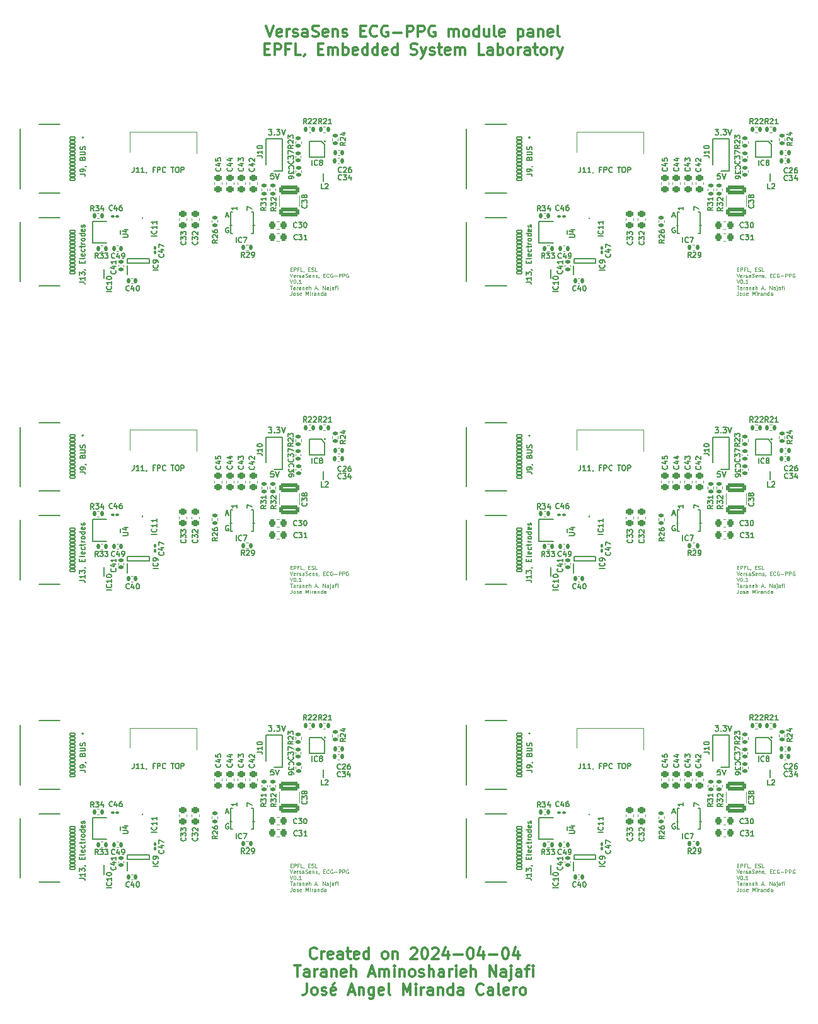
<source format=gbr>
G04 #@! TF.GenerationSoftware,KiCad,Pcbnew,7.0.7*
G04 #@! TF.CreationDate,2024-04-05T11:51:01+02:00*
G04 #@! TF.ProjectId,Versa_ECG_PPG_panel,56657273-615f-4454-9347-5f5050475f70,00*
G04 #@! TF.SameCoordinates,Original*
G04 #@! TF.FileFunction,Legend,Top*
G04 #@! TF.FilePolarity,Positive*
%FSLAX46Y46*%
G04 Gerber Fmt 4.6, Leading zero omitted, Abs format (unit mm)*
G04 Created by KiCad (PCBNEW 7.0.7) date 2024-04-05 11:51:01*
%MOMM*%
%LPD*%
G01*
G04 APERTURE LIST*
G04 Aperture macros list*
%AMRoundRect*
0 Rectangle with rounded corners*
0 $1 Rounding radius*
0 $2 $3 $4 $5 $6 $7 $8 $9 X,Y pos of 4 corners*
0 Add a 4 corners polygon primitive as box body*
4,1,4,$2,$3,$4,$5,$6,$7,$8,$9,$2,$3,0*
0 Add four circle primitives for the rounded corners*
1,1,$1+$1,$2,$3*
1,1,$1+$1,$4,$5*
1,1,$1+$1,$6,$7*
1,1,$1+$1,$8,$9*
0 Add four rect primitives between the rounded corners*
20,1,$1+$1,$2,$3,$4,$5,0*
20,1,$1+$1,$4,$5,$6,$7,0*
20,1,$1+$1,$6,$7,$8,$9,0*
20,1,$1+$1,$8,$9,$2,$3,0*%
G04 Aperture macros list end*
%ADD10C,0.150000*%
%ADD11C,0.100000*%
%ADD12C,0.300000*%
%ADD13C,0.200000*%
%ADD14C,0.120000*%
%ADD15C,0.152400*%
%ADD16C,0.127000*%
%ADD17R,0.200000X0.700000*%
%ADD18R,0.200000X0.600000*%
%ADD19R,0.600000X0.200000*%
%ADD20C,0.500000*%
%ADD21C,1.500000*%
%ADD22RoundRect,0.135000X0.135000X0.185000X-0.135000X0.185000X-0.135000X-0.185000X0.135000X-0.185000X0*%
%ADD23RoundRect,0.140000X-0.140000X-0.170000X0.140000X-0.170000X0.140000X0.170000X-0.140000X0.170000X0*%
%ADD24R,0.522000X0.725000*%
%ADD25C,1.625000*%
%ADD26R,0.300000X0.300000*%
%ADD27RoundRect,0.225000X-0.250000X0.225000X-0.250000X-0.225000X0.250000X-0.225000X0.250000X0.225000X0*%
%ADD28C,0.203200*%
%ADD29RoundRect,0.140000X-0.170000X0.140000X-0.170000X-0.140000X0.170000X-0.140000X0.170000X0.140000X0*%
%ADD30R,1.150000X1.000000*%
%ADD31RoundRect,0.135000X-0.185000X0.135000X-0.185000X-0.135000X0.185000X-0.135000X0.185000X0.135000X0*%
%ADD32RoundRect,0.140000X0.140000X0.170000X-0.140000X0.170000X-0.140000X-0.170000X0.140000X-0.170000X0*%
%ADD33RoundRect,0.140000X0.170000X-0.140000X0.170000X0.140000X-0.170000X0.140000X-0.170000X-0.140000X0*%
%ADD34RoundRect,0.250000X1.100000X-0.325000X1.100000X0.325000X-1.100000X0.325000X-1.100000X-0.325000X0*%
%ADD35RoundRect,0.135000X-0.135000X-0.185000X0.135000X-0.185000X0.135000X0.185000X-0.135000X0.185000X0*%
%ADD36RoundRect,0.225000X0.250000X-0.225000X0.250000X0.225000X-0.250000X0.225000X-0.250000X-0.225000X0*%
%ADD37RoundRect,0.225000X-0.225000X-0.250000X0.225000X-0.250000X0.225000X0.250000X-0.225000X0.250000X0*%
%ADD38R,0.600000X1.200000*%
%ADD39C,2.500000*%
%ADD40R,0.400000X1.200000*%
%ADD41C,0.216000*%
%ADD42C,1.000000*%
%ADD43C,0.650000*%
%ADD44RoundRect,0.102000X0.350000X-0.175000X0.350000X0.175000X-0.350000X0.175000X-0.350000X-0.175000X0*%
%ADD45C,0.854000*%
%ADD46O,2.204000X1.204000*%
%ADD47RoundRect,0.100000X0.100000X-0.130000X0.100000X0.130000X-0.100000X0.130000X-0.100000X-0.130000X0*%
%ADD48R,1.000000X1.000000*%
%ADD49RoundRect,0.100000X0.130000X0.100000X-0.130000X0.100000X-0.130000X-0.100000X0.130000X-0.100000X0*%
%ADD50R,0.300000X0.670000*%
%ADD51R,0.300000X0.500000*%
%ADD52R,0.350000X1.000000*%
G04 APERTURE END LIST*
D10*
X130172898Y-123186914D02*
X129815755Y-123186914D01*
X129815755Y-123186914D02*
X129780041Y-123544057D01*
X129780041Y-123544057D02*
X129815755Y-123508342D01*
X129815755Y-123508342D02*
X129887184Y-123472628D01*
X129887184Y-123472628D02*
X130065755Y-123472628D01*
X130065755Y-123472628D02*
X130137184Y-123508342D01*
X130137184Y-123508342D02*
X130172898Y-123544057D01*
X130172898Y-123544057D02*
X130208612Y-123615485D01*
X130208612Y-123615485D02*
X130208612Y-123794057D01*
X130208612Y-123794057D02*
X130172898Y-123865485D01*
X130172898Y-123865485D02*
X130137184Y-123901200D01*
X130137184Y-123901200D02*
X130065755Y-123936914D01*
X130065755Y-123936914D02*
X129887184Y-123936914D01*
X129887184Y-123936914D02*
X129815755Y-123901200D01*
X129815755Y-123901200D02*
X129780041Y-123865485D01*
X130422898Y-123186914D02*
X130672898Y-123936914D01*
X130672898Y-123936914D02*
X130922898Y-123186914D01*
X190172898Y-123186914D02*
X189815755Y-123186914D01*
X189815755Y-123186914D02*
X189780041Y-123544057D01*
X189780041Y-123544057D02*
X189815755Y-123508342D01*
X189815755Y-123508342D02*
X189887184Y-123472628D01*
X189887184Y-123472628D02*
X190065755Y-123472628D01*
X190065755Y-123472628D02*
X190137184Y-123508342D01*
X190137184Y-123508342D02*
X190172898Y-123544057D01*
X190172898Y-123544057D02*
X190208612Y-123615485D01*
X190208612Y-123615485D02*
X190208612Y-123794057D01*
X190208612Y-123794057D02*
X190172898Y-123865485D01*
X190172898Y-123865485D02*
X190137184Y-123901200D01*
X190137184Y-123901200D02*
X190065755Y-123936914D01*
X190065755Y-123936914D02*
X189887184Y-123936914D01*
X189887184Y-123936914D02*
X189815755Y-123901200D01*
X189815755Y-123901200D02*
X189780041Y-123865485D01*
X190422898Y-123186914D02*
X190672898Y-123936914D01*
X190672898Y-123936914D02*
X190922898Y-123186914D01*
D11*
X192452336Y-56072204D02*
X192619003Y-56072204D01*
X192690431Y-56334109D02*
X192452336Y-56334109D01*
X192452336Y-56334109D02*
X192452336Y-55834109D01*
X192452336Y-55834109D02*
X192690431Y-55834109D01*
X192904717Y-56334109D02*
X192904717Y-55834109D01*
X192904717Y-55834109D02*
X193095193Y-55834109D01*
X193095193Y-55834109D02*
X193142812Y-55857919D01*
X193142812Y-55857919D02*
X193166622Y-55881728D01*
X193166622Y-55881728D02*
X193190431Y-55929347D01*
X193190431Y-55929347D02*
X193190431Y-56000776D01*
X193190431Y-56000776D02*
X193166622Y-56048395D01*
X193166622Y-56048395D02*
X193142812Y-56072204D01*
X193142812Y-56072204D02*
X193095193Y-56096014D01*
X193095193Y-56096014D02*
X192904717Y-56096014D01*
X193571384Y-56072204D02*
X193404717Y-56072204D01*
X193404717Y-56334109D02*
X193404717Y-55834109D01*
X193404717Y-55834109D02*
X193642812Y-55834109D01*
X194071383Y-56334109D02*
X193833288Y-56334109D01*
X193833288Y-56334109D02*
X193833288Y-55834109D01*
X194261860Y-56310300D02*
X194261860Y-56334109D01*
X194261860Y-56334109D02*
X194238050Y-56381728D01*
X194238050Y-56381728D02*
X194214241Y-56405538D01*
X194857097Y-56072204D02*
X195023764Y-56072204D01*
X195095192Y-56334109D02*
X194857097Y-56334109D01*
X194857097Y-56334109D02*
X194857097Y-55834109D01*
X194857097Y-55834109D02*
X195095192Y-55834109D01*
X195285669Y-56310300D02*
X195357097Y-56334109D01*
X195357097Y-56334109D02*
X195476145Y-56334109D01*
X195476145Y-56334109D02*
X195523764Y-56310300D01*
X195523764Y-56310300D02*
X195547573Y-56286490D01*
X195547573Y-56286490D02*
X195571383Y-56238871D01*
X195571383Y-56238871D02*
X195571383Y-56191252D01*
X195571383Y-56191252D02*
X195547573Y-56143633D01*
X195547573Y-56143633D02*
X195523764Y-56119823D01*
X195523764Y-56119823D02*
X195476145Y-56096014D01*
X195476145Y-56096014D02*
X195380907Y-56072204D01*
X195380907Y-56072204D02*
X195333288Y-56048395D01*
X195333288Y-56048395D02*
X195309478Y-56024585D01*
X195309478Y-56024585D02*
X195285669Y-55976966D01*
X195285669Y-55976966D02*
X195285669Y-55929347D01*
X195285669Y-55929347D02*
X195309478Y-55881728D01*
X195309478Y-55881728D02*
X195333288Y-55857919D01*
X195333288Y-55857919D02*
X195380907Y-55834109D01*
X195380907Y-55834109D02*
X195499954Y-55834109D01*
X195499954Y-55834109D02*
X195571383Y-55857919D01*
X196023763Y-56334109D02*
X195785668Y-56334109D01*
X195785668Y-56334109D02*
X195785668Y-55834109D01*
X192380908Y-56639109D02*
X192547574Y-57139109D01*
X192547574Y-57139109D02*
X192714241Y-56639109D01*
X193071383Y-57115300D02*
X193023764Y-57139109D01*
X193023764Y-57139109D02*
X192928526Y-57139109D01*
X192928526Y-57139109D02*
X192880907Y-57115300D01*
X192880907Y-57115300D02*
X192857098Y-57067680D01*
X192857098Y-57067680D02*
X192857098Y-56877204D01*
X192857098Y-56877204D02*
X192880907Y-56829585D01*
X192880907Y-56829585D02*
X192928526Y-56805776D01*
X192928526Y-56805776D02*
X193023764Y-56805776D01*
X193023764Y-56805776D02*
X193071383Y-56829585D01*
X193071383Y-56829585D02*
X193095193Y-56877204D01*
X193095193Y-56877204D02*
X193095193Y-56924823D01*
X193095193Y-56924823D02*
X192857098Y-56972442D01*
X193309478Y-57139109D02*
X193309478Y-56805776D01*
X193309478Y-56901014D02*
X193333288Y-56853395D01*
X193333288Y-56853395D02*
X193357097Y-56829585D01*
X193357097Y-56829585D02*
X193404716Y-56805776D01*
X193404716Y-56805776D02*
X193452335Y-56805776D01*
X193595193Y-57115300D02*
X193642812Y-57139109D01*
X193642812Y-57139109D02*
X193738050Y-57139109D01*
X193738050Y-57139109D02*
X193785669Y-57115300D01*
X193785669Y-57115300D02*
X193809478Y-57067680D01*
X193809478Y-57067680D02*
X193809478Y-57043871D01*
X193809478Y-57043871D02*
X193785669Y-56996252D01*
X193785669Y-56996252D02*
X193738050Y-56972442D01*
X193738050Y-56972442D02*
X193666621Y-56972442D01*
X193666621Y-56972442D02*
X193619002Y-56948633D01*
X193619002Y-56948633D02*
X193595193Y-56901014D01*
X193595193Y-56901014D02*
X193595193Y-56877204D01*
X193595193Y-56877204D02*
X193619002Y-56829585D01*
X193619002Y-56829585D02*
X193666621Y-56805776D01*
X193666621Y-56805776D02*
X193738050Y-56805776D01*
X193738050Y-56805776D02*
X193785669Y-56829585D01*
X194238050Y-57139109D02*
X194238050Y-56877204D01*
X194238050Y-56877204D02*
X194214240Y-56829585D01*
X194214240Y-56829585D02*
X194166621Y-56805776D01*
X194166621Y-56805776D02*
X194071383Y-56805776D01*
X194071383Y-56805776D02*
X194023764Y-56829585D01*
X194238050Y-57115300D02*
X194190431Y-57139109D01*
X194190431Y-57139109D02*
X194071383Y-57139109D01*
X194071383Y-57139109D02*
X194023764Y-57115300D01*
X194023764Y-57115300D02*
X193999955Y-57067680D01*
X193999955Y-57067680D02*
X193999955Y-57020061D01*
X193999955Y-57020061D02*
X194023764Y-56972442D01*
X194023764Y-56972442D02*
X194071383Y-56948633D01*
X194071383Y-56948633D02*
X194190431Y-56948633D01*
X194190431Y-56948633D02*
X194238050Y-56924823D01*
X194452336Y-57115300D02*
X194523764Y-57139109D01*
X194523764Y-57139109D02*
X194642812Y-57139109D01*
X194642812Y-57139109D02*
X194690431Y-57115300D01*
X194690431Y-57115300D02*
X194714240Y-57091490D01*
X194714240Y-57091490D02*
X194738050Y-57043871D01*
X194738050Y-57043871D02*
X194738050Y-56996252D01*
X194738050Y-56996252D02*
X194714240Y-56948633D01*
X194714240Y-56948633D02*
X194690431Y-56924823D01*
X194690431Y-56924823D02*
X194642812Y-56901014D01*
X194642812Y-56901014D02*
X194547574Y-56877204D01*
X194547574Y-56877204D02*
X194499955Y-56853395D01*
X194499955Y-56853395D02*
X194476145Y-56829585D01*
X194476145Y-56829585D02*
X194452336Y-56781966D01*
X194452336Y-56781966D02*
X194452336Y-56734347D01*
X194452336Y-56734347D02*
X194476145Y-56686728D01*
X194476145Y-56686728D02*
X194499955Y-56662919D01*
X194499955Y-56662919D02*
X194547574Y-56639109D01*
X194547574Y-56639109D02*
X194666621Y-56639109D01*
X194666621Y-56639109D02*
X194738050Y-56662919D01*
X195142811Y-57115300D02*
X195095192Y-57139109D01*
X195095192Y-57139109D02*
X194999954Y-57139109D01*
X194999954Y-57139109D02*
X194952335Y-57115300D01*
X194952335Y-57115300D02*
X194928526Y-57067680D01*
X194928526Y-57067680D02*
X194928526Y-56877204D01*
X194928526Y-56877204D02*
X194952335Y-56829585D01*
X194952335Y-56829585D02*
X194999954Y-56805776D01*
X194999954Y-56805776D02*
X195095192Y-56805776D01*
X195095192Y-56805776D02*
X195142811Y-56829585D01*
X195142811Y-56829585D02*
X195166621Y-56877204D01*
X195166621Y-56877204D02*
X195166621Y-56924823D01*
X195166621Y-56924823D02*
X194928526Y-56972442D01*
X195380906Y-56805776D02*
X195380906Y-57139109D01*
X195380906Y-56853395D02*
X195404716Y-56829585D01*
X195404716Y-56829585D02*
X195452335Y-56805776D01*
X195452335Y-56805776D02*
X195523763Y-56805776D01*
X195523763Y-56805776D02*
X195571382Y-56829585D01*
X195571382Y-56829585D02*
X195595192Y-56877204D01*
X195595192Y-56877204D02*
X195595192Y-57139109D01*
X195809478Y-57115300D02*
X195857097Y-57139109D01*
X195857097Y-57139109D02*
X195952335Y-57139109D01*
X195952335Y-57139109D02*
X195999954Y-57115300D01*
X195999954Y-57115300D02*
X196023763Y-57067680D01*
X196023763Y-57067680D02*
X196023763Y-57043871D01*
X196023763Y-57043871D02*
X195999954Y-56996252D01*
X195999954Y-56996252D02*
X195952335Y-56972442D01*
X195952335Y-56972442D02*
X195880906Y-56972442D01*
X195880906Y-56972442D02*
X195833287Y-56948633D01*
X195833287Y-56948633D02*
X195809478Y-56901014D01*
X195809478Y-56901014D02*
X195809478Y-56877204D01*
X195809478Y-56877204D02*
X195833287Y-56829585D01*
X195833287Y-56829585D02*
X195880906Y-56805776D01*
X195880906Y-56805776D02*
X195952335Y-56805776D01*
X195952335Y-56805776D02*
X195999954Y-56829585D01*
X196261859Y-57115300D02*
X196261859Y-57139109D01*
X196261859Y-57139109D02*
X196238049Y-57186728D01*
X196238049Y-57186728D02*
X196214240Y-57210538D01*
X196857096Y-56877204D02*
X197023763Y-56877204D01*
X197095191Y-57139109D02*
X196857096Y-57139109D01*
X196857096Y-57139109D02*
X196857096Y-56639109D01*
X196857096Y-56639109D02*
X197095191Y-56639109D01*
X197595191Y-57091490D02*
X197571382Y-57115300D01*
X197571382Y-57115300D02*
X197499953Y-57139109D01*
X197499953Y-57139109D02*
X197452334Y-57139109D01*
X197452334Y-57139109D02*
X197380906Y-57115300D01*
X197380906Y-57115300D02*
X197333287Y-57067680D01*
X197333287Y-57067680D02*
X197309477Y-57020061D01*
X197309477Y-57020061D02*
X197285668Y-56924823D01*
X197285668Y-56924823D02*
X197285668Y-56853395D01*
X197285668Y-56853395D02*
X197309477Y-56758157D01*
X197309477Y-56758157D02*
X197333287Y-56710538D01*
X197333287Y-56710538D02*
X197380906Y-56662919D01*
X197380906Y-56662919D02*
X197452334Y-56639109D01*
X197452334Y-56639109D02*
X197499953Y-56639109D01*
X197499953Y-56639109D02*
X197571382Y-56662919D01*
X197571382Y-56662919D02*
X197595191Y-56686728D01*
X198071382Y-56662919D02*
X198023763Y-56639109D01*
X198023763Y-56639109D02*
X197952334Y-56639109D01*
X197952334Y-56639109D02*
X197880906Y-56662919D01*
X197880906Y-56662919D02*
X197833287Y-56710538D01*
X197833287Y-56710538D02*
X197809477Y-56758157D01*
X197809477Y-56758157D02*
X197785668Y-56853395D01*
X197785668Y-56853395D02*
X197785668Y-56924823D01*
X197785668Y-56924823D02*
X197809477Y-57020061D01*
X197809477Y-57020061D02*
X197833287Y-57067680D01*
X197833287Y-57067680D02*
X197880906Y-57115300D01*
X197880906Y-57115300D02*
X197952334Y-57139109D01*
X197952334Y-57139109D02*
X197999953Y-57139109D01*
X197999953Y-57139109D02*
X198071382Y-57115300D01*
X198071382Y-57115300D02*
X198095191Y-57091490D01*
X198095191Y-57091490D02*
X198095191Y-56924823D01*
X198095191Y-56924823D02*
X197999953Y-56924823D01*
X198309477Y-56948633D02*
X198690430Y-56948633D01*
X198928525Y-57139109D02*
X198928525Y-56639109D01*
X198928525Y-56639109D02*
X199119001Y-56639109D01*
X199119001Y-56639109D02*
X199166620Y-56662919D01*
X199166620Y-56662919D02*
X199190430Y-56686728D01*
X199190430Y-56686728D02*
X199214239Y-56734347D01*
X199214239Y-56734347D02*
X199214239Y-56805776D01*
X199214239Y-56805776D02*
X199190430Y-56853395D01*
X199190430Y-56853395D02*
X199166620Y-56877204D01*
X199166620Y-56877204D02*
X199119001Y-56901014D01*
X199119001Y-56901014D02*
X198928525Y-56901014D01*
X199428525Y-57139109D02*
X199428525Y-56639109D01*
X199428525Y-56639109D02*
X199619001Y-56639109D01*
X199619001Y-56639109D02*
X199666620Y-56662919D01*
X199666620Y-56662919D02*
X199690430Y-56686728D01*
X199690430Y-56686728D02*
X199714239Y-56734347D01*
X199714239Y-56734347D02*
X199714239Y-56805776D01*
X199714239Y-56805776D02*
X199690430Y-56853395D01*
X199690430Y-56853395D02*
X199666620Y-56877204D01*
X199666620Y-56877204D02*
X199619001Y-56901014D01*
X199619001Y-56901014D02*
X199428525Y-56901014D01*
X200190430Y-56662919D02*
X200142811Y-56639109D01*
X200142811Y-56639109D02*
X200071382Y-56639109D01*
X200071382Y-56639109D02*
X199999954Y-56662919D01*
X199999954Y-56662919D02*
X199952335Y-56710538D01*
X199952335Y-56710538D02*
X199928525Y-56758157D01*
X199928525Y-56758157D02*
X199904716Y-56853395D01*
X199904716Y-56853395D02*
X199904716Y-56924823D01*
X199904716Y-56924823D02*
X199928525Y-57020061D01*
X199928525Y-57020061D02*
X199952335Y-57067680D01*
X199952335Y-57067680D02*
X199999954Y-57115300D01*
X199999954Y-57115300D02*
X200071382Y-57139109D01*
X200071382Y-57139109D02*
X200119001Y-57139109D01*
X200119001Y-57139109D02*
X200190430Y-57115300D01*
X200190430Y-57115300D02*
X200214239Y-57091490D01*
X200214239Y-57091490D02*
X200214239Y-56924823D01*
X200214239Y-56924823D02*
X200119001Y-56924823D01*
X192380908Y-57444109D02*
X192547574Y-57944109D01*
X192547574Y-57944109D02*
X192714241Y-57444109D01*
X192976145Y-57444109D02*
X193023764Y-57444109D01*
X193023764Y-57444109D02*
X193071383Y-57467919D01*
X193071383Y-57467919D02*
X193095193Y-57491728D01*
X193095193Y-57491728D02*
X193119002Y-57539347D01*
X193119002Y-57539347D02*
X193142812Y-57634585D01*
X193142812Y-57634585D02*
X193142812Y-57753633D01*
X193142812Y-57753633D02*
X193119002Y-57848871D01*
X193119002Y-57848871D02*
X193095193Y-57896490D01*
X193095193Y-57896490D02*
X193071383Y-57920300D01*
X193071383Y-57920300D02*
X193023764Y-57944109D01*
X193023764Y-57944109D02*
X192976145Y-57944109D01*
X192976145Y-57944109D02*
X192928526Y-57920300D01*
X192928526Y-57920300D02*
X192904717Y-57896490D01*
X192904717Y-57896490D02*
X192880907Y-57848871D01*
X192880907Y-57848871D02*
X192857098Y-57753633D01*
X192857098Y-57753633D02*
X192857098Y-57634585D01*
X192857098Y-57634585D02*
X192880907Y-57539347D01*
X192880907Y-57539347D02*
X192904717Y-57491728D01*
X192904717Y-57491728D02*
X192928526Y-57467919D01*
X192928526Y-57467919D02*
X192976145Y-57444109D01*
X193357097Y-57896490D02*
X193380907Y-57920300D01*
X193380907Y-57920300D02*
X193357097Y-57944109D01*
X193357097Y-57944109D02*
X193333288Y-57920300D01*
X193333288Y-57920300D02*
X193357097Y-57896490D01*
X193357097Y-57896490D02*
X193357097Y-57944109D01*
X193857097Y-57944109D02*
X193571383Y-57944109D01*
X193714240Y-57944109D02*
X193714240Y-57444109D01*
X193714240Y-57444109D02*
X193666621Y-57515538D01*
X193666621Y-57515538D02*
X193619002Y-57563157D01*
X193619002Y-57563157D02*
X193571383Y-57586966D01*
X192380908Y-58249109D02*
X192666622Y-58249109D01*
X192523765Y-58749109D02*
X192523765Y-58249109D01*
X193047574Y-58749109D02*
X193047574Y-58487204D01*
X193047574Y-58487204D02*
X193023764Y-58439585D01*
X193023764Y-58439585D02*
X192976145Y-58415776D01*
X192976145Y-58415776D02*
X192880907Y-58415776D01*
X192880907Y-58415776D02*
X192833288Y-58439585D01*
X193047574Y-58725300D02*
X192999955Y-58749109D01*
X192999955Y-58749109D02*
X192880907Y-58749109D01*
X192880907Y-58749109D02*
X192833288Y-58725300D01*
X192833288Y-58725300D02*
X192809479Y-58677680D01*
X192809479Y-58677680D02*
X192809479Y-58630061D01*
X192809479Y-58630061D02*
X192833288Y-58582442D01*
X192833288Y-58582442D02*
X192880907Y-58558633D01*
X192880907Y-58558633D02*
X192999955Y-58558633D01*
X192999955Y-58558633D02*
X193047574Y-58534823D01*
X193285669Y-58749109D02*
X193285669Y-58415776D01*
X193285669Y-58511014D02*
X193309479Y-58463395D01*
X193309479Y-58463395D02*
X193333288Y-58439585D01*
X193333288Y-58439585D02*
X193380907Y-58415776D01*
X193380907Y-58415776D02*
X193428526Y-58415776D01*
X193809479Y-58749109D02*
X193809479Y-58487204D01*
X193809479Y-58487204D02*
X193785669Y-58439585D01*
X193785669Y-58439585D02*
X193738050Y-58415776D01*
X193738050Y-58415776D02*
X193642812Y-58415776D01*
X193642812Y-58415776D02*
X193595193Y-58439585D01*
X193809479Y-58725300D02*
X193761860Y-58749109D01*
X193761860Y-58749109D02*
X193642812Y-58749109D01*
X193642812Y-58749109D02*
X193595193Y-58725300D01*
X193595193Y-58725300D02*
X193571384Y-58677680D01*
X193571384Y-58677680D02*
X193571384Y-58630061D01*
X193571384Y-58630061D02*
X193595193Y-58582442D01*
X193595193Y-58582442D02*
X193642812Y-58558633D01*
X193642812Y-58558633D02*
X193761860Y-58558633D01*
X193761860Y-58558633D02*
X193809479Y-58534823D01*
X194047574Y-58415776D02*
X194047574Y-58749109D01*
X194047574Y-58463395D02*
X194071384Y-58439585D01*
X194071384Y-58439585D02*
X194119003Y-58415776D01*
X194119003Y-58415776D02*
X194190431Y-58415776D01*
X194190431Y-58415776D02*
X194238050Y-58439585D01*
X194238050Y-58439585D02*
X194261860Y-58487204D01*
X194261860Y-58487204D02*
X194261860Y-58749109D01*
X194690431Y-58725300D02*
X194642812Y-58749109D01*
X194642812Y-58749109D02*
X194547574Y-58749109D01*
X194547574Y-58749109D02*
X194499955Y-58725300D01*
X194499955Y-58725300D02*
X194476146Y-58677680D01*
X194476146Y-58677680D02*
X194476146Y-58487204D01*
X194476146Y-58487204D02*
X194499955Y-58439585D01*
X194499955Y-58439585D02*
X194547574Y-58415776D01*
X194547574Y-58415776D02*
X194642812Y-58415776D01*
X194642812Y-58415776D02*
X194690431Y-58439585D01*
X194690431Y-58439585D02*
X194714241Y-58487204D01*
X194714241Y-58487204D02*
X194714241Y-58534823D01*
X194714241Y-58534823D02*
X194476146Y-58582442D01*
X194928526Y-58749109D02*
X194928526Y-58249109D01*
X195142812Y-58749109D02*
X195142812Y-58487204D01*
X195142812Y-58487204D02*
X195119002Y-58439585D01*
X195119002Y-58439585D02*
X195071383Y-58415776D01*
X195071383Y-58415776D02*
X194999955Y-58415776D01*
X194999955Y-58415776D02*
X194952336Y-58439585D01*
X194952336Y-58439585D02*
X194928526Y-58463395D01*
X195738050Y-58606252D02*
X195976145Y-58606252D01*
X195690431Y-58749109D02*
X195857097Y-58249109D01*
X195857097Y-58249109D02*
X196023764Y-58749109D01*
X196190430Y-58701490D02*
X196214240Y-58725300D01*
X196214240Y-58725300D02*
X196190430Y-58749109D01*
X196190430Y-58749109D02*
X196166621Y-58725300D01*
X196166621Y-58725300D02*
X196190430Y-58701490D01*
X196190430Y-58701490D02*
X196190430Y-58749109D01*
X196809477Y-58749109D02*
X196809477Y-58249109D01*
X196809477Y-58249109D02*
X197095191Y-58749109D01*
X197095191Y-58749109D02*
X197095191Y-58249109D01*
X197547573Y-58749109D02*
X197547573Y-58487204D01*
X197547573Y-58487204D02*
X197523763Y-58439585D01*
X197523763Y-58439585D02*
X197476144Y-58415776D01*
X197476144Y-58415776D02*
X197380906Y-58415776D01*
X197380906Y-58415776D02*
X197333287Y-58439585D01*
X197547573Y-58725300D02*
X197499954Y-58749109D01*
X197499954Y-58749109D02*
X197380906Y-58749109D01*
X197380906Y-58749109D02*
X197333287Y-58725300D01*
X197333287Y-58725300D02*
X197309478Y-58677680D01*
X197309478Y-58677680D02*
X197309478Y-58630061D01*
X197309478Y-58630061D02*
X197333287Y-58582442D01*
X197333287Y-58582442D02*
X197380906Y-58558633D01*
X197380906Y-58558633D02*
X197499954Y-58558633D01*
X197499954Y-58558633D02*
X197547573Y-58534823D01*
X197785668Y-58415776D02*
X197785668Y-58844347D01*
X197785668Y-58844347D02*
X197761859Y-58891966D01*
X197761859Y-58891966D02*
X197714240Y-58915776D01*
X197714240Y-58915776D02*
X197690430Y-58915776D01*
X197785668Y-58249109D02*
X197761859Y-58272919D01*
X197761859Y-58272919D02*
X197785668Y-58296728D01*
X197785668Y-58296728D02*
X197809478Y-58272919D01*
X197809478Y-58272919D02*
X197785668Y-58249109D01*
X197785668Y-58249109D02*
X197785668Y-58296728D01*
X198238049Y-58749109D02*
X198238049Y-58487204D01*
X198238049Y-58487204D02*
X198214239Y-58439585D01*
X198214239Y-58439585D02*
X198166620Y-58415776D01*
X198166620Y-58415776D02*
X198071382Y-58415776D01*
X198071382Y-58415776D02*
X198023763Y-58439585D01*
X198238049Y-58725300D02*
X198190430Y-58749109D01*
X198190430Y-58749109D02*
X198071382Y-58749109D01*
X198071382Y-58749109D02*
X198023763Y-58725300D01*
X198023763Y-58725300D02*
X197999954Y-58677680D01*
X197999954Y-58677680D02*
X197999954Y-58630061D01*
X197999954Y-58630061D02*
X198023763Y-58582442D01*
X198023763Y-58582442D02*
X198071382Y-58558633D01*
X198071382Y-58558633D02*
X198190430Y-58558633D01*
X198190430Y-58558633D02*
X198238049Y-58534823D01*
X198404716Y-58415776D02*
X198595192Y-58415776D01*
X198476144Y-58749109D02*
X198476144Y-58320538D01*
X198476144Y-58320538D02*
X198499954Y-58272919D01*
X198499954Y-58272919D02*
X198547573Y-58249109D01*
X198547573Y-58249109D02*
X198595192Y-58249109D01*
X198761858Y-58749109D02*
X198761858Y-58415776D01*
X198761858Y-58249109D02*
X198738049Y-58272919D01*
X198738049Y-58272919D02*
X198761858Y-58296728D01*
X198761858Y-58296728D02*
X198785668Y-58272919D01*
X198785668Y-58272919D02*
X198761858Y-58249109D01*
X198761858Y-58249109D02*
X198761858Y-58296728D01*
X192595193Y-59054109D02*
X192595193Y-59411252D01*
X192595193Y-59411252D02*
X192571384Y-59482680D01*
X192571384Y-59482680D02*
X192523765Y-59530300D01*
X192523765Y-59530300D02*
X192452336Y-59554109D01*
X192452336Y-59554109D02*
X192404717Y-59554109D01*
X192904717Y-59554109D02*
X192857098Y-59530300D01*
X192857098Y-59530300D02*
X192833288Y-59506490D01*
X192833288Y-59506490D02*
X192809479Y-59458871D01*
X192809479Y-59458871D02*
X192809479Y-59316014D01*
X192809479Y-59316014D02*
X192833288Y-59268395D01*
X192833288Y-59268395D02*
X192857098Y-59244585D01*
X192857098Y-59244585D02*
X192904717Y-59220776D01*
X192904717Y-59220776D02*
X192976145Y-59220776D01*
X192976145Y-59220776D02*
X193023764Y-59244585D01*
X193023764Y-59244585D02*
X193047574Y-59268395D01*
X193047574Y-59268395D02*
X193071383Y-59316014D01*
X193071383Y-59316014D02*
X193071383Y-59458871D01*
X193071383Y-59458871D02*
X193047574Y-59506490D01*
X193047574Y-59506490D02*
X193023764Y-59530300D01*
X193023764Y-59530300D02*
X192976145Y-59554109D01*
X192976145Y-59554109D02*
X192904717Y-59554109D01*
X193261860Y-59530300D02*
X193309479Y-59554109D01*
X193309479Y-59554109D02*
X193404717Y-59554109D01*
X193404717Y-59554109D02*
X193452336Y-59530300D01*
X193452336Y-59530300D02*
X193476145Y-59482680D01*
X193476145Y-59482680D02*
X193476145Y-59458871D01*
X193476145Y-59458871D02*
X193452336Y-59411252D01*
X193452336Y-59411252D02*
X193404717Y-59387442D01*
X193404717Y-59387442D02*
X193333288Y-59387442D01*
X193333288Y-59387442D02*
X193285669Y-59363633D01*
X193285669Y-59363633D02*
X193261860Y-59316014D01*
X193261860Y-59316014D02*
X193261860Y-59292204D01*
X193261860Y-59292204D02*
X193285669Y-59244585D01*
X193285669Y-59244585D02*
X193333288Y-59220776D01*
X193333288Y-59220776D02*
X193404717Y-59220776D01*
X193404717Y-59220776D02*
X193452336Y-59244585D01*
X193880907Y-59530300D02*
X193833288Y-59554109D01*
X193833288Y-59554109D02*
X193738050Y-59554109D01*
X193738050Y-59554109D02*
X193690431Y-59530300D01*
X193690431Y-59530300D02*
X193666622Y-59482680D01*
X193666622Y-59482680D02*
X193666622Y-59292204D01*
X193666622Y-59292204D02*
X193690431Y-59244585D01*
X193690431Y-59244585D02*
X193738050Y-59220776D01*
X193738050Y-59220776D02*
X193833288Y-59220776D01*
X193833288Y-59220776D02*
X193880907Y-59244585D01*
X193880907Y-59244585D02*
X193904717Y-59292204D01*
X193904717Y-59292204D02*
X193904717Y-59339823D01*
X193904717Y-59339823D02*
X193666622Y-59387442D01*
X194499954Y-59554109D02*
X194499954Y-59054109D01*
X194499954Y-59054109D02*
X194666621Y-59411252D01*
X194666621Y-59411252D02*
X194833287Y-59054109D01*
X194833287Y-59054109D02*
X194833287Y-59554109D01*
X195071383Y-59554109D02*
X195071383Y-59220776D01*
X195071383Y-59054109D02*
X195047574Y-59077919D01*
X195047574Y-59077919D02*
X195071383Y-59101728D01*
X195071383Y-59101728D02*
X195095193Y-59077919D01*
X195095193Y-59077919D02*
X195071383Y-59054109D01*
X195071383Y-59054109D02*
X195071383Y-59101728D01*
X195309478Y-59554109D02*
X195309478Y-59220776D01*
X195309478Y-59316014D02*
X195333288Y-59268395D01*
X195333288Y-59268395D02*
X195357097Y-59244585D01*
X195357097Y-59244585D02*
X195404716Y-59220776D01*
X195404716Y-59220776D02*
X195452335Y-59220776D01*
X195833288Y-59554109D02*
X195833288Y-59292204D01*
X195833288Y-59292204D02*
X195809478Y-59244585D01*
X195809478Y-59244585D02*
X195761859Y-59220776D01*
X195761859Y-59220776D02*
X195666621Y-59220776D01*
X195666621Y-59220776D02*
X195619002Y-59244585D01*
X195833288Y-59530300D02*
X195785669Y-59554109D01*
X195785669Y-59554109D02*
X195666621Y-59554109D01*
X195666621Y-59554109D02*
X195619002Y-59530300D01*
X195619002Y-59530300D02*
X195595193Y-59482680D01*
X195595193Y-59482680D02*
X195595193Y-59435061D01*
X195595193Y-59435061D02*
X195619002Y-59387442D01*
X195619002Y-59387442D02*
X195666621Y-59363633D01*
X195666621Y-59363633D02*
X195785669Y-59363633D01*
X195785669Y-59363633D02*
X195833288Y-59339823D01*
X196071383Y-59220776D02*
X196071383Y-59554109D01*
X196071383Y-59268395D02*
X196095193Y-59244585D01*
X196095193Y-59244585D02*
X196142812Y-59220776D01*
X196142812Y-59220776D02*
X196214240Y-59220776D01*
X196214240Y-59220776D02*
X196261859Y-59244585D01*
X196261859Y-59244585D02*
X196285669Y-59292204D01*
X196285669Y-59292204D02*
X196285669Y-59554109D01*
X196738050Y-59554109D02*
X196738050Y-59054109D01*
X196738050Y-59530300D02*
X196690431Y-59554109D01*
X196690431Y-59554109D02*
X196595193Y-59554109D01*
X196595193Y-59554109D02*
X196547574Y-59530300D01*
X196547574Y-59530300D02*
X196523764Y-59506490D01*
X196523764Y-59506490D02*
X196499955Y-59458871D01*
X196499955Y-59458871D02*
X196499955Y-59316014D01*
X196499955Y-59316014D02*
X196523764Y-59268395D01*
X196523764Y-59268395D02*
X196547574Y-59244585D01*
X196547574Y-59244585D02*
X196595193Y-59220776D01*
X196595193Y-59220776D02*
X196690431Y-59220776D01*
X196690431Y-59220776D02*
X196738050Y-59244585D01*
X197190431Y-59554109D02*
X197190431Y-59292204D01*
X197190431Y-59292204D02*
X197166621Y-59244585D01*
X197166621Y-59244585D02*
X197119002Y-59220776D01*
X197119002Y-59220776D02*
X197023764Y-59220776D01*
X197023764Y-59220776D02*
X196976145Y-59244585D01*
X197190431Y-59530300D02*
X197142812Y-59554109D01*
X197142812Y-59554109D02*
X197023764Y-59554109D01*
X197023764Y-59554109D02*
X196976145Y-59530300D01*
X196976145Y-59530300D02*
X196952336Y-59482680D01*
X196952336Y-59482680D02*
X196952336Y-59435061D01*
X196952336Y-59435061D02*
X196976145Y-59387442D01*
X196976145Y-59387442D02*
X197023764Y-59363633D01*
X197023764Y-59363633D02*
X197142812Y-59363633D01*
X197142812Y-59363633D02*
X197190431Y-59339823D01*
D12*
X129160001Y-23361828D02*
X129660001Y-24861828D01*
X129660001Y-24861828D02*
X130160001Y-23361828D01*
X131231429Y-24790400D02*
X131088572Y-24861828D01*
X131088572Y-24861828D02*
X130802858Y-24861828D01*
X130802858Y-24861828D02*
X130660000Y-24790400D01*
X130660000Y-24790400D02*
X130588572Y-24647542D01*
X130588572Y-24647542D02*
X130588572Y-24076114D01*
X130588572Y-24076114D02*
X130660000Y-23933257D01*
X130660000Y-23933257D02*
X130802858Y-23861828D01*
X130802858Y-23861828D02*
X131088572Y-23861828D01*
X131088572Y-23861828D02*
X131231429Y-23933257D01*
X131231429Y-23933257D02*
X131302858Y-24076114D01*
X131302858Y-24076114D02*
X131302858Y-24218971D01*
X131302858Y-24218971D02*
X130588572Y-24361828D01*
X131945714Y-24861828D02*
X131945714Y-23861828D01*
X131945714Y-24147542D02*
X132017143Y-24004685D01*
X132017143Y-24004685D02*
X132088572Y-23933257D01*
X132088572Y-23933257D02*
X132231429Y-23861828D01*
X132231429Y-23861828D02*
X132374286Y-23861828D01*
X132802857Y-24790400D02*
X132945714Y-24861828D01*
X132945714Y-24861828D02*
X133231428Y-24861828D01*
X133231428Y-24861828D02*
X133374285Y-24790400D01*
X133374285Y-24790400D02*
X133445714Y-24647542D01*
X133445714Y-24647542D02*
X133445714Y-24576114D01*
X133445714Y-24576114D02*
X133374285Y-24433257D01*
X133374285Y-24433257D02*
X133231428Y-24361828D01*
X133231428Y-24361828D02*
X133017143Y-24361828D01*
X133017143Y-24361828D02*
X132874285Y-24290400D01*
X132874285Y-24290400D02*
X132802857Y-24147542D01*
X132802857Y-24147542D02*
X132802857Y-24076114D01*
X132802857Y-24076114D02*
X132874285Y-23933257D01*
X132874285Y-23933257D02*
X133017143Y-23861828D01*
X133017143Y-23861828D02*
X133231428Y-23861828D01*
X133231428Y-23861828D02*
X133374285Y-23933257D01*
X134731429Y-24861828D02*
X134731429Y-24076114D01*
X134731429Y-24076114D02*
X134660000Y-23933257D01*
X134660000Y-23933257D02*
X134517143Y-23861828D01*
X134517143Y-23861828D02*
X134231429Y-23861828D01*
X134231429Y-23861828D02*
X134088571Y-23933257D01*
X134731429Y-24790400D02*
X134588571Y-24861828D01*
X134588571Y-24861828D02*
X134231429Y-24861828D01*
X134231429Y-24861828D02*
X134088571Y-24790400D01*
X134088571Y-24790400D02*
X134017143Y-24647542D01*
X134017143Y-24647542D02*
X134017143Y-24504685D01*
X134017143Y-24504685D02*
X134088571Y-24361828D01*
X134088571Y-24361828D02*
X134231429Y-24290400D01*
X134231429Y-24290400D02*
X134588571Y-24290400D01*
X134588571Y-24290400D02*
X134731429Y-24218971D01*
X135374286Y-24790400D02*
X135588572Y-24861828D01*
X135588572Y-24861828D02*
X135945714Y-24861828D01*
X135945714Y-24861828D02*
X136088572Y-24790400D01*
X136088572Y-24790400D02*
X136160000Y-24718971D01*
X136160000Y-24718971D02*
X136231429Y-24576114D01*
X136231429Y-24576114D02*
X136231429Y-24433257D01*
X136231429Y-24433257D02*
X136160000Y-24290400D01*
X136160000Y-24290400D02*
X136088572Y-24218971D01*
X136088572Y-24218971D02*
X135945714Y-24147542D01*
X135945714Y-24147542D02*
X135660000Y-24076114D01*
X135660000Y-24076114D02*
X135517143Y-24004685D01*
X135517143Y-24004685D02*
X135445714Y-23933257D01*
X135445714Y-23933257D02*
X135374286Y-23790400D01*
X135374286Y-23790400D02*
X135374286Y-23647542D01*
X135374286Y-23647542D02*
X135445714Y-23504685D01*
X135445714Y-23504685D02*
X135517143Y-23433257D01*
X135517143Y-23433257D02*
X135660000Y-23361828D01*
X135660000Y-23361828D02*
X136017143Y-23361828D01*
X136017143Y-23361828D02*
X136231429Y-23433257D01*
X137445714Y-24790400D02*
X137302857Y-24861828D01*
X137302857Y-24861828D02*
X137017143Y-24861828D01*
X137017143Y-24861828D02*
X136874285Y-24790400D01*
X136874285Y-24790400D02*
X136802857Y-24647542D01*
X136802857Y-24647542D02*
X136802857Y-24076114D01*
X136802857Y-24076114D02*
X136874285Y-23933257D01*
X136874285Y-23933257D02*
X137017143Y-23861828D01*
X137017143Y-23861828D02*
X137302857Y-23861828D01*
X137302857Y-23861828D02*
X137445714Y-23933257D01*
X137445714Y-23933257D02*
X137517143Y-24076114D01*
X137517143Y-24076114D02*
X137517143Y-24218971D01*
X137517143Y-24218971D02*
X136802857Y-24361828D01*
X138159999Y-23861828D02*
X138159999Y-24861828D01*
X138159999Y-24004685D02*
X138231428Y-23933257D01*
X138231428Y-23933257D02*
X138374285Y-23861828D01*
X138374285Y-23861828D02*
X138588571Y-23861828D01*
X138588571Y-23861828D02*
X138731428Y-23933257D01*
X138731428Y-23933257D02*
X138802857Y-24076114D01*
X138802857Y-24076114D02*
X138802857Y-24861828D01*
X139445714Y-24790400D02*
X139588571Y-24861828D01*
X139588571Y-24861828D02*
X139874285Y-24861828D01*
X139874285Y-24861828D02*
X140017142Y-24790400D01*
X140017142Y-24790400D02*
X140088571Y-24647542D01*
X140088571Y-24647542D02*
X140088571Y-24576114D01*
X140088571Y-24576114D02*
X140017142Y-24433257D01*
X140017142Y-24433257D02*
X139874285Y-24361828D01*
X139874285Y-24361828D02*
X139660000Y-24361828D01*
X139660000Y-24361828D02*
X139517142Y-24290400D01*
X139517142Y-24290400D02*
X139445714Y-24147542D01*
X139445714Y-24147542D02*
X139445714Y-24076114D01*
X139445714Y-24076114D02*
X139517142Y-23933257D01*
X139517142Y-23933257D02*
X139660000Y-23861828D01*
X139660000Y-23861828D02*
X139874285Y-23861828D01*
X139874285Y-23861828D02*
X140017142Y-23933257D01*
X141874285Y-24076114D02*
X142374285Y-24076114D01*
X142588571Y-24861828D02*
X141874285Y-24861828D01*
X141874285Y-24861828D02*
X141874285Y-23361828D01*
X141874285Y-23361828D02*
X142588571Y-23361828D01*
X144088571Y-24718971D02*
X144017143Y-24790400D01*
X144017143Y-24790400D02*
X143802857Y-24861828D01*
X143802857Y-24861828D02*
X143660000Y-24861828D01*
X143660000Y-24861828D02*
X143445714Y-24790400D01*
X143445714Y-24790400D02*
X143302857Y-24647542D01*
X143302857Y-24647542D02*
X143231428Y-24504685D01*
X143231428Y-24504685D02*
X143160000Y-24218971D01*
X143160000Y-24218971D02*
X143160000Y-24004685D01*
X143160000Y-24004685D02*
X143231428Y-23718971D01*
X143231428Y-23718971D02*
X143302857Y-23576114D01*
X143302857Y-23576114D02*
X143445714Y-23433257D01*
X143445714Y-23433257D02*
X143660000Y-23361828D01*
X143660000Y-23361828D02*
X143802857Y-23361828D01*
X143802857Y-23361828D02*
X144017143Y-23433257D01*
X144017143Y-23433257D02*
X144088571Y-23504685D01*
X145517143Y-23433257D02*
X145374286Y-23361828D01*
X145374286Y-23361828D02*
X145160000Y-23361828D01*
X145160000Y-23361828D02*
X144945714Y-23433257D01*
X144945714Y-23433257D02*
X144802857Y-23576114D01*
X144802857Y-23576114D02*
X144731428Y-23718971D01*
X144731428Y-23718971D02*
X144660000Y-24004685D01*
X144660000Y-24004685D02*
X144660000Y-24218971D01*
X144660000Y-24218971D02*
X144731428Y-24504685D01*
X144731428Y-24504685D02*
X144802857Y-24647542D01*
X144802857Y-24647542D02*
X144945714Y-24790400D01*
X144945714Y-24790400D02*
X145160000Y-24861828D01*
X145160000Y-24861828D02*
X145302857Y-24861828D01*
X145302857Y-24861828D02*
X145517143Y-24790400D01*
X145517143Y-24790400D02*
X145588571Y-24718971D01*
X145588571Y-24718971D02*
X145588571Y-24218971D01*
X145588571Y-24218971D02*
X145302857Y-24218971D01*
X146231428Y-24290400D02*
X147374286Y-24290400D01*
X148088571Y-24861828D02*
X148088571Y-23361828D01*
X148088571Y-23361828D02*
X148660000Y-23361828D01*
X148660000Y-23361828D02*
X148802857Y-23433257D01*
X148802857Y-23433257D02*
X148874286Y-23504685D01*
X148874286Y-23504685D02*
X148945714Y-23647542D01*
X148945714Y-23647542D02*
X148945714Y-23861828D01*
X148945714Y-23861828D02*
X148874286Y-24004685D01*
X148874286Y-24004685D02*
X148802857Y-24076114D01*
X148802857Y-24076114D02*
X148660000Y-24147542D01*
X148660000Y-24147542D02*
X148088571Y-24147542D01*
X149588571Y-24861828D02*
X149588571Y-23361828D01*
X149588571Y-23361828D02*
X150160000Y-23361828D01*
X150160000Y-23361828D02*
X150302857Y-23433257D01*
X150302857Y-23433257D02*
X150374286Y-23504685D01*
X150374286Y-23504685D02*
X150445714Y-23647542D01*
X150445714Y-23647542D02*
X150445714Y-23861828D01*
X150445714Y-23861828D02*
X150374286Y-24004685D01*
X150374286Y-24004685D02*
X150302857Y-24076114D01*
X150302857Y-24076114D02*
X150160000Y-24147542D01*
X150160000Y-24147542D02*
X149588571Y-24147542D01*
X151874286Y-23433257D02*
X151731429Y-23361828D01*
X151731429Y-23361828D02*
X151517143Y-23361828D01*
X151517143Y-23361828D02*
X151302857Y-23433257D01*
X151302857Y-23433257D02*
X151160000Y-23576114D01*
X151160000Y-23576114D02*
X151088571Y-23718971D01*
X151088571Y-23718971D02*
X151017143Y-24004685D01*
X151017143Y-24004685D02*
X151017143Y-24218971D01*
X151017143Y-24218971D02*
X151088571Y-24504685D01*
X151088571Y-24504685D02*
X151160000Y-24647542D01*
X151160000Y-24647542D02*
X151302857Y-24790400D01*
X151302857Y-24790400D02*
X151517143Y-24861828D01*
X151517143Y-24861828D02*
X151660000Y-24861828D01*
X151660000Y-24861828D02*
X151874286Y-24790400D01*
X151874286Y-24790400D02*
X151945714Y-24718971D01*
X151945714Y-24718971D02*
X151945714Y-24218971D01*
X151945714Y-24218971D02*
X151660000Y-24218971D01*
X153731428Y-24861828D02*
X153731428Y-23861828D01*
X153731428Y-24004685D02*
X153802857Y-23933257D01*
X153802857Y-23933257D02*
X153945714Y-23861828D01*
X153945714Y-23861828D02*
X154160000Y-23861828D01*
X154160000Y-23861828D02*
X154302857Y-23933257D01*
X154302857Y-23933257D02*
X154374286Y-24076114D01*
X154374286Y-24076114D02*
X154374286Y-24861828D01*
X154374286Y-24076114D02*
X154445714Y-23933257D01*
X154445714Y-23933257D02*
X154588571Y-23861828D01*
X154588571Y-23861828D02*
X154802857Y-23861828D01*
X154802857Y-23861828D02*
X154945714Y-23933257D01*
X154945714Y-23933257D02*
X155017143Y-24076114D01*
X155017143Y-24076114D02*
X155017143Y-24861828D01*
X155945714Y-24861828D02*
X155802857Y-24790400D01*
X155802857Y-24790400D02*
X155731428Y-24718971D01*
X155731428Y-24718971D02*
X155660000Y-24576114D01*
X155660000Y-24576114D02*
X155660000Y-24147542D01*
X155660000Y-24147542D02*
X155731428Y-24004685D01*
X155731428Y-24004685D02*
X155802857Y-23933257D01*
X155802857Y-23933257D02*
X155945714Y-23861828D01*
X155945714Y-23861828D02*
X156160000Y-23861828D01*
X156160000Y-23861828D02*
X156302857Y-23933257D01*
X156302857Y-23933257D02*
X156374286Y-24004685D01*
X156374286Y-24004685D02*
X156445714Y-24147542D01*
X156445714Y-24147542D02*
X156445714Y-24576114D01*
X156445714Y-24576114D02*
X156374286Y-24718971D01*
X156374286Y-24718971D02*
X156302857Y-24790400D01*
X156302857Y-24790400D02*
X156160000Y-24861828D01*
X156160000Y-24861828D02*
X155945714Y-24861828D01*
X157731429Y-24861828D02*
X157731429Y-23361828D01*
X157731429Y-24790400D02*
X157588571Y-24861828D01*
X157588571Y-24861828D02*
X157302857Y-24861828D01*
X157302857Y-24861828D02*
X157160000Y-24790400D01*
X157160000Y-24790400D02*
X157088571Y-24718971D01*
X157088571Y-24718971D02*
X157017143Y-24576114D01*
X157017143Y-24576114D02*
X157017143Y-24147542D01*
X157017143Y-24147542D02*
X157088571Y-24004685D01*
X157088571Y-24004685D02*
X157160000Y-23933257D01*
X157160000Y-23933257D02*
X157302857Y-23861828D01*
X157302857Y-23861828D02*
X157588571Y-23861828D01*
X157588571Y-23861828D02*
X157731429Y-23933257D01*
X159088572Y-23861828D02*
X159088572Y-24861828D01*
X158445714Y-23861828D02*
X158445714Y-24647542D01*
X158445714Y-24647542D02*
X158517143Y-24790400D01*
X158517143Y-24790400D02*
X158660000Y-24861828D01*
X158660000Y-24861828D02*
X158874286Y-24861828D01*
X158874286Y-24861828D02*
X159017143Y-24790400D01*
X159017143Y-24790400D02*
X159088572Y-24718971D01*
X160017143Y-24861828D02*
X159874286Y-24790400D01*
X159874286Y-24790400D02*
X159802857Y-24647542D01*
X159802857Y-24647542D02*
X159802857Y-23361828D01*
X161160000Y-24790400D02*
X161017143Y-24861828D01*
X161017143Y-24861828D02*
X160731429Y-24861828D01*
X160731429Y-24861828D02*
X160588571Y-24790400D01*
X160588571Y-24790400D02*
X160517143Y-24647542D01*
X160517143Y-24647542D02*
X160517143Y-24076114D01*
X160517143Y-24076114D02*
X160588571Y-23933257D01*
X160588571Y-23933257D02*
X160731429Y-23861828D01*
X160731429Y-23861828D02*
X161017143Y-23861828D01*
X161017143Y-23861828D02*
X161160000Y-23933257D01*
X161160000Y-23933257D02*
X161231429Y-24076114D01*
X161231429Y-24076114D02*
X161231429Y-24218971D01*
X161231429Y-24218971D02*
X160517143Y-24361828D01*
X163017142Y-23861828D02*
X163017142Y-25361828D01*
X163017142Y-23933257D02*
X163160000Y-23861828D01*
X163160000Y-23861828D02*
X163445714Y-23861828D01*
X163445714Y-23861828D02*
X163588571Y-23933257D01*
X163588571Y-23933257D02*
X163660000Y-24004685D01*
X163660000Y-24004685D02*
X163731428Y-24147542D01*
X163731428Y-24147542D02*
X163731428Y-24576114D01*
X163731428Y-24576114D02*
X163660000Y-24718971D01*
X163660000Y-24718971D02*
X163588571Y-24790400D01*
X163588571Y-24790400D02*
X163445714Y-24861828D01*
X163445714Y-24861828D02*
X163160000Y-24861828D01*
X163160000Y-24861828D02*
X163017142Y-24790400D01*
X165017143Y-24861828D02*
X165017143Y-24076114D01*
X165017143Y-24076114D02*
X164945714Y-23933257D01*
X164945714Y-23933257D02*
X164802857Y-23861828D01*
X164802857Y-23861828D02*
X164517143Y-23861828D01*
X164517143Y-23861828D02*
X164374285Y-23933257D01*
X165017143Y-24790400D02*
X164874285Y-24861828D01*
X164874285Y-24861828D02*
X164517143Y-24861828D01*
X164517143Y-24861828D02*
X164374285Y-24790400D01*
X164374285Y-24790400D02*
X164302857Y-24647542D01*
X164302857Y-24647542D02*
X164302857Y-24504685D01*
X164302857Y-24504685D02*
X164374285Y-24361828D01*
X164374285Y-24361828D02*
X164517143Y-24290400D01*
X164517143Y-24290400D02*
X164874285Y-24290400D01*
X164874285Y-24290400D02*
X165017143Y-24218971D01*
X165731428Y-23861828D02*
X165731428Y-24861828D01*
X165731428Y-24004685D02*
X165802857Y-23933257D01*
X165802857Y-23933257D02*
X165945714Y-23861828D01*
X165945714Y-23861828D02*
X166160000Y-23861828D01*
X166160000Y-23861828D02*
X166302857Y-23933257D01*
X166302857Y-23933257D02*
X166374286Y-24076114D01*
X166374286Y-24076114D02*
X166374286Y-24861828D01*
X167660000Y-24790400D02*
X167517143Y-24861828D01*
X167517143Y-24861828D02*
X167231429Y-24861828D01*
X167231429Y-24861828D02*
X167088571Y-24790400D01*
X167088571Y-24790400D02*
X167017143Y-24647542D01*
X167017143Y-24647542D02*
X167017143Y-24076114D01*
X167017143Y-24076114D02*
X167088571Y-23933257D01*
X167088571Y-23933257D02*
X167231429Y-23861828D01*
X167231429Y-23861828D02*
X167517143Y-23861828D01*
X167517143Y-23861828D02*
X167660000Y-23933257D01*
X167660000Y-23933257D02*
X167731429Y-24076114D01*
X167731429Y-24076114D02*
X167731429Y-24218971D01*
X167731429Y-24218971D02*
X167017143Y-24361828D01*
X168588571Y-24861828D02*
X168445714Y-24790400D01*
X168445714Y-24790400D02*
X168374285Y-24647542D01*
X168374285Y-24647542D02*
X168374285Y-23361828D01*
X128945714Y-26491114D02*
X129445714Y-26491114D01*
X129660000Y-27276828D02*
X128945714Y-27276828D01*
X128945714Y-27276828D02*
X128945714Y-25776828D01*
X128945714Y-25776828D02*
X129660000Y-25776828D01*
X130302857Y-27276828D02*
X130302857Y-25776828D01*
X130302857Y-25776828D02*
X130874286Y-25776828D01*
X130874286Y-25776828D02*
X131017143Y-25848257D01*
X131017143Y-25848257D02*
X131088572Y-25919685D01*
X131088572Y-25919685D02*
X131160000Y-26062542D01*
X131160000Y-26062542D02*
X131160000Y-26276828D01*
X131160000Y-26276828D02*
X131088572Y-26419685D01*
X131088572Y-26419685D02*
X131017143Y-26491114D01*
X131017143Y-26491114D02*
X130874286Y-26562542D01*
X130874286Y-26562542D02*
X130302857Y-26562542D01*
X132302857Y-26491114D02*
X131802857Y-26491114D01*
X131802857Y-27276828D02*
X131802857Y-25776828D01*
X131802857Y-25776828D02*
X132517143Y-25776828D01*
X133802857Y-27276828D02*
X133088571Y-27276828D01*
X133088571Y-27276828D02*
X133088571Y-25776828D01*
X134374286Y-27205400D02*
X134374286Y-27276828D01*
X134374286Y-27276828D02*
X134302857Y-27419685D01*
X134302857Y-27419685D02*
X134231429Y-27491114D01*
X136160000Y-26491114D02*
X136660000Y-26491114D01*
X136874286Y-27276828D02*
X136160000Y-27276828D01*
X136160000Y-27276828D02*
X136160000Y-25776828D01*
X136160000Y-25776828D02*
X136874286Y-25776828D01*
X137517143Y-27276828D02*
X137517143Y-26276828D01*
X137517143Y-26419685D02*
X137588572Y-26348257D01*
X137588572Y-26348257D02*
X137731429Y-26276828D01*
X137731429Y-26276828D02*
X137945715Y-26276828D01*
X137945715Y-26276828D02*
X138088572Y-26348257D01*
X138088572Y-26348257D02*
X138160001Y-26491114D01*
X138160001Y-26491114D02*
X138160001Y-27276828D01*
X138160001Y-26491114D02*
X138231429Y-26348257D01*
X138231429Y-26348257D02*
X138374286Y-26276828D01*
X138374286Y-26276828D02*
X138588572Y-26276828D01*
X138588572Y-26276828D02*
X138731429Y-26348257D01*
X138731429Y-26348257D02*
X138802858Y-26491114D01*
X138802858Y-26491114D02*
X138802858Y-27276828D01*
X139517143Y-27276828D02*
X139517143Y-25776828D01*
X139517143Y-26348257D02*
X139660001Y-26276828D01*
X139660001Y-26276828D02*
X139945715Y-26276828D01*
X139945715Y-26276828D02*
X140088572Y-26348257D01*
X140088572Y-26348257D02*
X140160001Y-26419685D01*
X140160001Y-26419685D02*
X140231429Y-26562542D01*
X140231429Y-26562542D02*
X140231429Y-26991114D01*
X140231429Y-26991114D02*
X140160001Y-27133971D01*
X140160001Y-27133971D02*
X140088572Y-27205400D01*
X140088572Y-27205400D02*
X139945715Y-27276828D01*
X139945715Y-27276828D02*
X139660001Y-27276828D01*
X139660001Y-27276828D02*
X139517143Y-27205400D01*
X141445715Y-27205400D02*
X141302858Y-27276828D01*
X141302858Y-27276828D02*
X141017144Y-27276828D01*
X141017144Y-27276828D02*
X140874286Y-27205400D01*
X140874286Y-27205400D02*
X140802858Y-27062542D01*
X140802858Y-27062542D02*
X140802858Y-26491114D01*
X140802858Y-26491114D02*
X140874286Y-26348257D01*
X140874286Y-26348257D02*
X141017144Y-26276828D01*
X141017144Y-26276828D02*
X141302858Y-26276828D01*
X141302858Y-26276828D02*
X141445715Y-26348257D01*
X141445715Y-26348257D02*
X141517144Y-26491114D01*
X141517144Y-26491114D02*
X141517144Y-26633971D01*
X141517144Y-26633971D02*
X140802858Y-26776828D01*
X142802858Y-27276828D02*
X142802858Y-25776828D01*
X142802858Y-27205400D02*
X142660000Y-27276828D01*
X142660000Y-27276828D02*
X142374286Y-27276828D01*
X142374286Y-27276828D02*
X142231429Y-27205400D01*
X142231429Y-27205400D02*
X142160000Y-27133971D01*
X142160000Y-27133971D02*
X142088572Y-26991114D01*
X142088572Y-26991114D02*
X142088572Y-26562542D01*
X142088572Y-26562542D02*
X142160000Y-26419685D01*
X142160000Y-26419685D02*
X142231429Y-26348257D01*
X142231429Y-26348257D02*
X142374286Y-26276828D01*
X142374286Y-26276828D02*
X142660000Y-26276828D01*
X142660000Y-26276828D02*
X142802858Y-26348257D01*
X144160001Y-27276828D02*
X144160001Y-25776828D01*
X144160001Y-27205400D02*
X144017143Y-27276828D01*
X144017143Y-27276828D02*
X143731429Y-27276828D01*
X143731429Y-27276828D02*
X143588572Y-27205400D01*
X143588572Y-27205400D02*
X143517143Y-27133971D01*
X143517143Y-27133971D02*
X143445715Y-26991114D01*
X143445715Y-26991114D02*
X143445715Y-26562542D01*
X143445715Y-26562542D02*
X143517143Y-26419685D01*
X143517143Y-26419685D02*
X143588572Y-26348257D01*
X143588572Y-26348257D02*
X143731429Y-26276828D01*
X143731429Y-26276828D02*
X144017143Y-26276828D01*
X144017143Y-26276828D02*
X144160001Y-26348257D01*
X145445715Y-27205400D02*
X145302858Y-27276828D01*
X145302858Y-27276828D02*
X145017144Y-27276828D01*
X145017144Y-27276828D02*
X144874286Y-27205400D01*
X144874286Y-27205400D02*
X144802858Y-27062542D01*
X144802858Y-27062542D02*
X144802858Y-26491114D01*
X144802858Y-26491114D02*
X144874286Y-26348257D01*
X144874286Y-26348257D02*
X145017144Y-26276828D01*
X145017144Y-26276828D02*
X145302858Y-26276828D01*
X145302858Y-26276828D02*
X145445715Y-26348257D01*
X145445715Y-26348257D02*
X145517144Y-26491114D01*
X145517144Y-26491114D02*
X145517144Y-26633971D01*
X145517144Y-26633971D02*
X144802858Y-26776828D01*
X146802858Y-27276828D02*
X146802858Y-25776828D01*
X146802858Y-27205400D02*
X146660000Y-27276828D01*
X146660000Y-27276828D02*
X146374286Y-27276828D01*
X146374286Y-27276828D02*
X146231429Y-27205400D01*
X146231429Y-27205400D02*
X146160000Y-27133971D01*
X146160000Y-27133971D02*
X146088572Y-26991114D01*
X146088572Y-26991114D02*
X146088572Y-26562542D01*
X146088572Y-26562542D02*
X146160000Y-26419685D01*
X146160000Y-26419685D02*
X146231429Y-26348257D01*
X146231429Y-26348257D02*
X146374286Y-26276828D01*
X146374286Y-26276828D02*
X146660000Y-26276828D01*
X146660000Y-26276828D02*
X146802858Y-26348257D01*
X148588572Y-27205400D02*
X148802858Y-27276828D01*
X148802858Y-27276828D02*
X149160000Y-27276828D01*
X149160000Y-27276828D02*
X149302858Y-27205400D01*
X149302858Y-27205400D02*
X149374286Y-27133971D01*
X149374286Y-27133971D02*
X149445715Y-26991114D01*
X149445715Y-26991114D02*
X149445715Y-26848257D01*
X149445715Y-26848257D02*
X149374286Y-26705400D01*
X149374286Y-26705400D02*
X149302858Y-26633971D01*
X149302858Y-26633971D02*
X149160000Y-26562542D01*
X149160000Y-26562542D02*
X148874286Y-26491114D01*
X148874286Y-26491114D02*
X148731429Y-26419685D01*
X148731429Y-26419685D02*
X148660000Y-26348257D01*
X148660000Y-26348257D02*
X148588572Y-26205400D01*
X148588572Y-26205400D02*
X148588572Y-26062542D01*
X148588572Y-26062542D02*
X148660000Y-25919685D01*
X148660000Y-25919685D02*
X148731429Y-25848257D01*
X148731429Y-25848257D02*
X148874286Y-25776828D01*
X148874286Y-25776828D02*
X149231429Y-25776828D01*
X149231429Y-25776828D02*
X149445715Y-25848257D01*
X149945714Y-26276828D02*
X150302857Y-27276828D01*
X150660000Y-26276828D02*
X150302857Y-27276828D01*
X150302857Y-27276828D02*
X150160000Y-27633971D01*
X150160000Y-27633971D02*
X150088571Y-27705400D01*
X150088571Y-27705400D02*
X149945714Y-27776828D01*
X151160000Y-27205400D02*
X151302857Y-27276828D01*
X151302857Y-27276828D02*
X151588571Y-27276828D01*
X151588571Y-27276828D02*
X151731428Y-27205400D01*
X151731428Y-27205400D02*
X151802857Y-27062542D01*
X151802857Y-27062542D02*
X151802857Y-26991114D01*
X151802857Y-26991114D02*
X151731428Y-26848257D01*
X151731428Y-26848257D02*
X151588571Y-26776828D01*
X151588571Y-26776828D02*
X151374286Y-26776828D01*
X151374286Y-26776828D02*
X151231428Y-26705400D01*
X151231428Y-26705400D02*
X151160000Y-26562542D01*
X151160000Y-26562542D02*
X151160000Y-26491114D01*
X151160000Y-26491114D02*
X151231428Y-26348257D01*
X151231428Y-26348257D02*
X151374286Y-26276828D01*
X151374286Y-26276828D02*
X151588571Y-26276828D01*
X151588571Y-26276828D02*
X151731428Y-26348257D01*
X152231429Y-26276828D02*
X152802857Y-26276828D01*
X152445714Y-25776828D02*
X152445714Y-27062542D01*
X152445714Y-27062542D02*
X152517143Y-27205400D01*
X152517143Y-27205400D02*
X152660000Y-27276828D01*
X152660000Y-27276828D02*
X152802857Y-27276828D01*
X153874286Y-27205400D02*
X153731429Y-27276828D01*
X153731429Y-27276828D02*
X153445715Y-27276828D01*
X153445715Y-27276828D02*
X153302857Y-27205400D01*
X153302857Y-27205400D02*
X153231429Y-27062542D01*
X153231429Y-27062542D02*
X153231429Y-26491114D01*
X153231429Y-26491114D02*
X153302857Y-26348257D01*
X153302857Y-26348257D02*
X153445715Y-26276828D01*
X153445715Y-26276828D02*
X153731429Y-26276828D01*
X153731429Y-26276828D02*
X153874286Y-26348257D01*
X153874286Y-26348257D02*
X153945715Y-26491114D01*
X153945715Y-26491114D02*
X153945715Y-26633971D01*
X153945715Y-26633971D02*
X153231429Y-26776828D01*
X154588571Y-27276828D02*
X154588571Y-26276828D01*
X154588571Y-26419685D02*
X154660000Y-26348257D01*
X154660000Y-26348257D02*
X154802857Y-26276828D01*
X154802857Y-26276828D02*
X155017143Y-26276828D01*
X155017143Y-26276828D02*
X155160000Y-26348257D01*
X155160000Y-26348257D02*
X155231429Y-26491114D01*
X155231429Y-26491114D02*
X155231429Y-27276828D01*
X155231429Y-26491114D02*
X155302857Y-26348257D01*
X155302857Y-26348257D02*
X155445714Y-26276828D01*
X155445714Y-26276828D02*
X155660000Y-26276828D01*
X155660000Y-26276828D02*
X155802857Y-26348257D01*
X155802857Y-26348257D02*
X155874286Y-26491114D01*
X155874286Y-26491114D02*
X155874286Y-27276828D01*
X158445714Y-27276828D02*
X157731428Y-27276828D01*
X157731428Y-27276828D02*
X157731428Y-25776828D01*
X159588572Y-27276828D02*
X159588572Y-26491114D01*
X159588572Y-26491114D02*
X159517143Y-26348257D01*
X159517143Y-26348257D02*
X159374286Y-26276828D01*
X159374286Y-26276828D02*
X159088572Y-26276828D01*
X159088572Y-26276828D02*
X158945714Y-26348257D01*
X159588572Y-27205400D02*
X159445714Y-27276828D01*
X159445714Y-27276828D02*
X159088572Y-27276828D01*
X159088572Y-27276828D02*
X158945714Y-27205400D01*
X158945714Y-27205400D02*
X158874286Y-27062542D01*
X158874286Y-27062542D02*
X158874286Y-26919685D01*
X158874286Y-26919685D02*
X158945714Y-26776828D01*
X158945714Y-26776828D02*
X159088572Y-26705400D01*
X159088572Y-26705400D02*
X159445714Y-26705400D01*
X159445714Y-26705400D02*
X159588572Y-26633971D01*
X160302857Y-27276828D02*
X160302857Y-25776828D01*
X160302857Y-26348257D02*
X160445715Y-26276828D01*
X160445715Y-26276828D02*
X160731429Y-26276828D01*
X160731429Y-26276828D02*
X160874286Y-26348257D01*
X160874286Y-26348257D02*
X160945715Y-26419685D01*
X160945715Y-26419685D02*
X161017143Y-26562542D01*
X161017143Y-26562542D02*
X161017143Y-26991114D01*
X161017143Y-26991114D02*
X160945715Y-27133971D01*
X160945715Y-27133971D02*
X160874286Y-27205400D01*
X160874286Y-27205400D02*
X160731429Y-27276828D01*
X160731429Y-27276828D02*
X160445715Y-27276828D01*
X160445715Y-27276828D02*
X160302857Y-27205400D01*
X161874286Y-27276828D02*
X161731429Y-27205400D01*
X161731429Y-27205400D02*
X161660000Y-27133971D01*
X161660000Y-27133971D02*
X161588572Y-26991114D01*
X161588572Y-26991114D02*
X161588572Y-26562542D01*
X161588572Y-26562542D02*
X161660000Y-26419685D01*
X161660000Y-26419685D02*
X161731429Y-26348257D01*
X161731429Y-26348257D02*
X161874286Y-26276828D01*
X161874286Y-26276828D02*
X162088572Y-26276828D01*
X162088572Y-26276828D02*
X162231429Y-26348257D01*
X162231429Y-26348257D02*
X162302858Y-26419685D01*
X162302858Y-26419685D02*
X162374286Y-26562542D01*
X162374286Y-26562542D02*
X162374286Y-26991114D01*
X162374286Y-26991114D02*
X162302858Y-27133971D01*
X162302858Y-27133971D02*
X162231429Y-27205400D01*
X162231429Y-27205400D02*
X162088572Y-27276828D01*
X162088572Y-27276828D02*
X161874286Y-27276828D01*
X163017143Y-27276828D02*
X163017143Y-26276828D01*
X163017143Y-26562542D02*
X163088572Y-26419685D01*
X163088572Y-26419685D02*
X163160001Y-26348257D01*
X163160001Y-26348257D02*
X163302858Y-26276828D01*
X163302858Y-26276828D02*
X163445715Y-26276828D01*
X164588572Y-27276828D02*
X164588572Y-26491114D01*
X164588572Y-26491114D02*
X164517143Y-26348257D01*
X164517143Y-26348257D02*
X164374286Y-26276828D01*
X164374286Y-26276828D02*
X164088572Y-26276828D01*
X164088572Y-26276828D02*
X163945714Y-26348257D01*
X164588572Y-27205400D02*
X164445714Y-27276828D01*
X164445714Y-27276828D02*
X164088572Y-27276828D01*
X164088572Y-27276828D02*
X163945714Y-27205400D01*
X163945714Y-27205400D02*
X163874286Y-27062542D01*
X163874286Y-27062542D02*
X163874286Y-26919685D01*
X163874286Y-26919685D02*
X163945714Y-26776828D01*
X163945714Y-26776828D02*
X164088572Y-26705400D01*
X164088572Y-26705400D02*
X164445714Y-26705400D01*
X164445714Y-26705400D02*
X164588572Y-26633971D01*
X165088572Y-26276828D02*
X165660000Y-26276828D01*
X165302857Y-25776828D02*
X165302857Y-27062542D01*
X165302857Y-27062542D02*
X165374286Y-27205400D01*
X165374286Y-27205400D02*
X165517143Y-27276828D01*
X165517143Y-27276828D02*
X165660000Y-27276828D01*
X166374286Y-27276828D02*
X166231429Y-27205400D01*
X166231429Y-27205400D02*
X166160000Y-27133971D01*
X166160000Y-27133971D02*
X166088572Y-26991114D01*
X166088572Y-26991114D02*
X166088572Y-26562542D01*
X166088572Y-26562542D02*
X166160000Y-26419685D01*
X166160000Y-26419685D02*
X166231429Y-26348257D01*
X166231429Y-26348257D02*
X166374286Y-26276828D01*
X166374286Y-26276828D02*
X166588572Y-26276828D01*
X166588572Y-26276828D02*
X166731429Y-26348257D01*
X166731429Y-26348257D02*
X166802858Y-26419685D01*
X166802858Y-26419685D02*
X166874286Y-26562542D01*
X166874286Y-26562542D02*
X166874286Y-26991114D01*
X166874286Y-26991114D02*
X166802858Y-27133971D01*
X166802858Y-27133971D02*
X166731429Y-27205400D01*
X166731429Y-27205400D02*
X166588572Y-27276828D01*
X166588572Y-27276828D02*
X166374286Y-27276828D01*
X167517143Y-27276828D02*
X167517143Y-26276828D01*
X167517143Y-26562542D02*
X167588572Y-26419685D01*
X167588572Y-26419685D02*
X167660001Y-26348257D01*
X167660001Y-26348257D02*
X167802858Y-26276828D01*
X167802858Y-26276828D02*
X167945715Y-26276828D01*
X168302857Y-26276828D02*
X168660000Y-27276828D01*
X169017143Y-26276828D02*
X168660000Y-27276828D01*
X168660000Y-27276828D02*
X168517143Y-27633971D01*
X168517143Y-27633971D02*
X168445714Y-27705400D01*
X168445714Y-27705400D02*
X168302857Y-27776828D01*
D10*
X129488326Y-77264914D02*
X129952612Y-77264914D01*
X129952612Y-77264914D02*
X129702612Y-77550628D01*
X129702612Y-77550628D02*
X129809755Y-77550628D01*
X129809755Y-77550628D02*
X129881184Y-77586342D01*
X129881184Y-77586342D02*
X129916898Y-77622057D01*
X129916898Y-77622057D02*
X129952612Y-77693485D01*
X129952612Y-77693485D02*
X129952612Y-77872057D01*
X129952612Y-77872057D02*
X129916898Y-77943485D01*
X129916898Y-77943485D02*
X129881184Y-77979200D01*
X129881184Y-77979200D02*
X129809755Y-78014914D01*
X129809755Y-78014914D02*
X129595469Y-78014914D01*
X129595469Y-78014914D02*
X129524041Y-77979200D01*
X129524041Y-77979200D02*
X129488326Y-77943485D01*
X130274041Y-77943485D02*
X130309755Y-77979200D01*
X130309755Y-77979200D02*
X130274041Y-78014914D01*
X130274041Y-78014914D02*
X130238327Y-77979200D01*
X130238327Y-77979200D02*
X130274041Y-77943485D01*
X130274041Y-77943485D02*
X130274041Y-78014914D01*
X130559755Y-77264914D02*
X131024041Y-77264914D01*
X131024041Y-77264914D02*
X130774041Y-77550628D01*
X130774041Y-77550628D02*
X130881184Y-77550628D01*
X130881184Y-77550628D02*
X130952613Y-77586342D01*
X130952613Y-77586342D02*
X130988327Y-77622057D01*
X130988327Y-77622057D02*
X131024041Y-77693485D01*
X131024041Y-77693485D02*
X131024041Y-77872057D01*
X131024041Y-77872057D02*
X130988327Y-77943485D01*
X130988327Y-77943485D02*
X130952613Y-77979200D01*
X130952613Y-77979200D02*
X130881184Y-78014914D01*
X130881184Y-78014914D02*
X130666898Y-78014914D01*
X130666898Y-78014914D02*
X130595470Y-77979200D01*
X130595470Y-77979200D02*
X130559755Y-77943485D01*
X131238327Y-77264914D02*
X131488327Y-78014914D01*
X131488327Y-78014914D02*
X131738327Y-77264914D01*
X189488326Y-117264914D02*
X189952612Y-117264914D01*
X189952612Y-117264914D02*
X189702612Y-117550628D01*
X189702612Y-117550628D02*
X189809755Y-117550628D01*
X189809755Y-117550628D02*
X189881184Y-117586342D01*
X189881184Y-117586342D02*
X189916898Y-117622057D01*
X189916898Y-117622057D02*
X189952612Y-117693485D01*
X189952612Y-117693485D02*
X189952612Y-117872057D01*
X189952612Y-117872057D02*
X189916898Y-117943485D01*
X189916898Y-117943485D02*
X189881184Y-117979200D01*
X189881184Y-117979200D02*
X189809755Y-118014914D01*
X189809755Y-118014914D02*
X189595469Y-118014914D01*
X189595469Y-118014914D02*
X189524041Y-117979200D01*
X189524041Y-117979200D02*
X189488326Y-117943485D01*
X190274041Y-117943485D02*
X190309755Y-117979200D01*
X190309755Y-117979200D02*
X190274041Y-118014914D01*
X190274041Y-118014914D02*
X190238327Y-117979200D01*
X190238327Y-117979200D02*
X190274041Y-117943485D01*
X190274041Y-117943485D02*
X190274041Y-118014914D01*
X190559755Y-117264914D02*
X191024041Y-117264914D01*
X191024041Y-117264914D02*
X190774041Y-117550628D01*
X190774041Y-117550628D02*
X190881184Y-117550628D01*
X190881184Y-117550628D02*
X190952613Y-117586342D01*
X190952613Y-117586342D02*
X190988327Y-117622057D01*
X190988327Y-117622057D02*
X191024041Y-117693485D01*
X191024041Y-117693485D02*
X191024041Y-117872057D01*
X191024041Y-117872057D02*
X190988327Y-117943485D01*
X190988327Y-117943485D02*
X190952613Y-117979200D01*
X190952613Y-117979200D02*
X190881184Y-118014914D01*
X190881184Y-118014914D02*
X190666898Y-118014914D01*
X190666898Y-118014914D02*
X190595470Y-117979200D01*
X190595470Y-117979200D02*
X190559755Y-117943485D01*
X191238327Y-117264914D02*
X191488327Y-118014914D01*
X191488327Y-118014914D02*
X191738327Y-117264914D01*
D11*
X132452336Y-136072204D02*
X132619003Y-136072204D01*
X132690431Y-136334109D02*
X132452336Y-136334109D01*
X132452336Y-136334109D02*
X132452336Y-135834109D01*
X132452336Y-135834109D02*
X132690431Y-135834109D01*
X132904717Y-136334109D02*
X132904717Y-135834109D01*
X132904717Y-135834109D02*
X133095193Y-135834109D01*
X133095193Y-135834109D02*
X133142812Y-135857919D01*
X133142812Y-135857919D02*
X133166622Y-135881728D01*
X133166622Y-135881728D02*
X133190431Y-135929347D01*
X133190431Y-135929347D02*
X133190431Y-136000776D01*
X133190431Y-136000776D02*
X133166622Y-136048395D01*
X133166622Y-136048395D02*
X133142812Y-136072204D01*
X133142812Y-136072204D02*
X133095193Y-136096014D01*
X133095193Y-136096014D02*
X132904717Y-136096014D01*
X133571384Y-136072204D02*
X133404717Y-136072204D01*
X133404717Y-136334109D02*
X133404717Y-135834109D01*
X133404717Y-135834109D02*
X133642812Y-135834109D01*
X134071383Y-136334109D02*
X133833288Y-136334109D01*
X133833288Y-136334109D02*
X133833288Y-135834109D01*
X134261860Y-136310300D02*
X134261860Y-136334109D01*
X134261860Y-136334109D02*
X134238050Y-136381728D01*
X134238050Y-136381728D02*
X134214241Y-136405538D01*
X134857097Y-136072204D02*
X135023764Y-136072204D01*
X135095192Y-136334109D02*
X134857097Y-136334109D01*
X134857097Y-136334109D02*
X134857097Y-135834109D01*
X134857097Y-135834109D02*
X135095192Y-135834109D01*
X135285669Y-136310300D02*
X135357097Y-136334109D01*
X135357097Y-136334109D02*
X135476145Y-136334109D01*
X135476145Y-136334109D02*
X135523764Y-136310300D01*
X135523764Y-136310300D02*
X135547573Y-136286490D01*
X135547573Y-136286490D02*
X135571383Y-136238871D01*
X135571383Y-136238871D02*
X135571383Y-136191252D01*
X135571383Y-136191252D02*
X135547573Y-136143633D01*
X135547573Y-136143633D02*
X135523764Y-136119823D01*
X135523764Y-136119823D02*
X135476145Y-136096014D01*
X135476145Y-136096014D02*
X135380907Y-136072204D01*
X135380907Y-136072204D02*
X135333288Y-136048395D01*
X135333288Y-136048395D02*
X135309478Y-136024585D01*
X135309478Y-136024585D02*
X135285669Y-135976966D01*
X135285669Y-135976966D02*
X135285669Y-135929347D01*
X135285669Y-135929347D02*
X135309478Y-135881728D01*
X135309478Y-135881728D02*
X135333288Y-135857919D01*
X135333288Y-135857919D02*
X135380907Y-135834109D01*
X135380907Y-135834109D02*
X135499954Y-135834109D01*
X135499954Y-135834109D02*
X135571383Y-135857919D01*
X136023763Y-136334109D02*
X135785668Y-136334109D01*
X135785668Y-136334109D02*
X135785668Y-135834109D01*
X132380908Y-136639109D02*
X132547574Y-137139109D01*
X132547574Y-137139109D02*
X132714241Y-136639109D01*
X133071383Y-137115300D02*
X133023764Y-137139109D01*
X133023764Y-137139109D02*
X132928526Y-137139109D01*
X132928526Y-137139109D02*
X132880907Y-137115300D01*
X132880907Y-137115300D02*
X132857098Y-137067680D01*
X132857098Y-137067680D02*
X132857098Y-136877204D01*
X132857098Y-136877204D02*
X132880907Y-136829585D01*
X132880907Y-136829585D02*
X132928526Y-136805776D01*
X132928526Y-136805776D02*
X133023764Y-136805776D01*
X133023764Y-136805776D02*
X133071383Y-136829585D01*
X133071383Y-136829585D02*
X133095193Y-136877204D01*
X133095193Y-136877204D02*
X133095193Y-136924823D01*
X133095193Y-136924823D02*
X132857098Y-136972442D01*
X133309478Y-137139109D02*
X133309478Y-136805776D01*
X133309478Y-136901014D02*
X133333288Y-136853395D01*
X133333288Y-136853395D02*
X133357097Y-136829585D01*
X133357097Y-136829585D02*
X133404716Y-136805776D01*
X133404716Y-136805776D02*
X133452335Y-136805776D01*
X133595193Y-137115300D02*
X133642812Y-137139109D01*
X133642812Y-137139109D02*
X133738050Y-137139109D01*
X133738050Y-137139109D02*
X133785669Y-137115300D01*
X133785669Y-137115300D02*
X133809478Y-137067680D01*
X133809478Y-137067680D02*
X133809478Y-137043871D01*
X133809478Y-137043871D02*
X133785669Y-136996252D01*
X133785669Y-136996252D02*
X133738050Y-136972442D01*
X133738050Y-136972442D02*
X133666621Y-136972442D01*
X133666621Y-136972442D02*
X133619002Y-136948633D01*
X133619002Y-136948633D02*
X133595193Y-136901014D01*
X133595193Y-136901014D02*
X133595193Y-136877204D01*
X133595193Y-136877204D02*
X133619002Y-136829585D01*
X133619002Y-136829585D02*
X133666621Y-136805776D01*
X133666621Y-136805776D02*
X133738050Y-136805776D01*
X133738050Y-136805776D02*
X133785669Y-136829585D01*
X134238050Y-137139109D02*
X134238050Y-136877204D01*
X134238050Y-136877204D02*
X134214240Y-136829585D01*
X134214240Y-136829585D02*
X134166621Y-136805776D01*
X134166621Y-136805776D02*
X134071383Y-136805776D01*
X134071383Y-136805776D02*
X134023764Y-136829585D01*
X134238050Y-137115300D02*
X134190431Y-137139109D01*
X134190431Y-137139109D02*
X134071383Y-137139109D01*
X134071383Y-137139109D02*
X134023764Y-137115300D01*
X134023764Y-137115300D02*
X133999955Y-137067680D01*
X133999955Y-137067680D02*
X133999955Y-137020061D01*
X133999955Y-137020061D02*
X134023764Y-136972442D01*
X134023764Y-136972442D02*
X134071383Y-136948633D01*
X134071383Y-136948633D02*
X134190431Y-136948633D01*
X134190431Y-136948633D02*
X134238050Y-136924823D01*
X134452336Y-137115300D02*
X134523764Y-137139109D01*
X134523764Y-137139109D02*
X134642812Y-137139109D01*
X134642812Y-137139109D02*
X134690431Y-137115300D01*
X134690431Y-137115300D02*
X134714240Y-137091490D01*
X134714240Y-137091490D02*
X134738050Y-137043871D01*
X134738050Y-137043871D02*
X134738050Y-136996252D01*
X134738050Y-136996252D02*
X134714240Y-136948633D01*
X134714240Y-136948633D02*
X134690431Y-136924823D01*
X134690431Y-136924823D02*
X134642812Y-136901014D01*
X134642812Y-136901014D02*
X134547574Y-136877204D01*
X134547574Y-136877204D02*
X134499955Y-136853395D01*
X134499955Y-136853395D02*
X134476145Y-136829585D01*
X134476145Y-136829585D02*
X134452336Y-136781966D01*
X134452336Y-136781966D02*
X134452336Y-136734347D01*
X134452336Y-136734347D02*
X134476145Y-136686728D01*
X134476145Y-136686728D02*
X134499955Y-136662919D01*
X134499955Y-136662919D02*
X134547574Y-136639109D01*
X134547574Y-136639109D02*
X134666621Y-136639109D01*
X134666621Y-136639109D02*
X134738050Y-136662919D01*
X135142811Y-137115300D02*
X135095192Y-137139109D01*
X135095192Y-137139109D02*
X134999954Y-137139109D01*
X134999954Y-137139109D02*
X134952335Y-137115300D01*
X134952335Y-137115300D02*
X134928526Y-137067680D01*
X134928526Y-137067680D02*
X134928526Y-136877204D01*
X134928526Y-136877204D02*
X134952335Y-136829585D01*
X134952335Y-136829585D02*
X134999954Y-136805776D01*
X134999954Y-136805776D02*
X135095192Y-136805776D01*
X135095192Y-136805776D02*
X135142811Y-136829585D01*
X135142811Y-136829585D02*
X135166621Y-136877204D01*
X135166621Y-136877204D02*
X135166621Y-136924823D01*
X135166621Y-136924823D02*
X134928526Y-136972442D01*
X135380906Y-136805776D02*
X135380906Y-137139109D01*
X135380906Y-136853395D02*
X135404716Y-136829585D01*
X135404716Y-136829585D02*
X135452335Y-136805776D01*
X135452335Y-136805776D02*
X135523763Y-136805776D01*
X135523763Y-136805776D02*
X135571382Y-136829585D01*
X135571382Y-136829585D02*
X135595192Y-136877204D01*
X135595192Y-136877204D02*
X135595192Y-137139109D01*
X135809478Y-137115300D02*
X135857097Y-137139109D01*
X135857097Y-137139109D02*
X135952335Y-137139109D01*
X135952335Y-137139109D02*
X135999954Y-137115300D01*
X135999954Y-137115300D02*
X136023763Y-137067680D01*
X136023763Y-137067680D02*
X136023763Y-137043871D01*
X136023763Y-137043871D02*
X135999954Y-136996252D01*
X135999954Y-136996252D02*
X135952335Y-136972442D01*
X135952335Y-136972442D02*
X135880906Y-136972442D01*
X135880906Y-136972442D02*
X135833287Y-136948633D01*
X135833287Y-136948633D02*
X135809478Y-136901014D01*
X135809478Y-136901014D02*
X135809478Y-136877204D01*
X135809478Y-136877204D02*
X135833287Y-136829585D01*
X135833287Y-136829585D02*
X135880906Y-136805776D01*
X135880906Y-136805776D02*
X135952335Y-136805776D01*
X135952335Y-136805776D02*
X135999954Y-136829585D01*
X136261859Y-137115300D02*
X136261859Y-137139109D01*
X136261859Y-137139109D02*
X136238049Y-137186728D01*
X136238049Y-137186728D02*
X136214240Y-137210538D01*
X136857096Y-136877204D02*
X137023763Y-136877204D01*
X137095191Y-137139109D02*
X136857096Y-137139109D01*
X136857096Y-137139109D02*
X136857096Y-136639109D01*
X136857096Y-136639109D02*
X137095191Y-136639109D01*
X137595191Y-137091490D02*
X137571382Y-137115300D01*
X137571382Y-137115300D02*
X137499953Y-137139109D01*
X137499953Y-137139109D02*
X137452334Y-137139109D01*
X137452334Y-137139109D02*
X137380906Y-137115300D01*
X137380906Y-137115300D02*
X137333287Y-137067680D01*
X137333287Y-137067680D02*
X137309477Y-137020061D01*
X137309477Y-137020061D02*
X137285668Y-136924823D01*
X137285668Y-136924823D02*
X137285668Y-136853395D01*
X137285668Y-136853395D02*
X137309477Y-136758157D01*
X137309477Y-136758157D02*
X137333287Y-136710538D01*
X137333287Y-136710538D02*
X137380906Y-136662919D01*
X137380906Y-136662919D02*
X137452334Y-136639109D01*
X137452334Y-136639109D02*
X137499953Y-136639109D01*
X137499953Y-136639109D02*
X137571382Y-136662919D01*
X137571382Y-136662919D02*
X137595191Y-136686728D01*
X138071382Y-136662919D02*
X138023763Y-136639109D01*
X138023763Y-136639109D02*
X137952334Y-136639109D01*
X137952334Y-136639109D02*
X137880906Y-136662919D01*
X137880906Y-136662919D02*
X137833287Y-136710538D01*
X137833287Y-136710538D02*
X137809477Y-136758157D01*
X137809477Y-136758157D02*
X137785668Y-136853395D01*
X137785668Y-136853395D02*
X137785668Y-136924823D01*
X137785668Y-136924823D02*
X137809477Y-137020061D01*
X137809477Y-137020061D02*
X137833287Y-137067680D01*
X137833287Y-137067680D02*
X137880906Y-137115300D01*
X137880906Y-137115300D02*
X137952334Y-137139109D01*
X137952334Y-137139109D02*
X137999953Y-137139109D01*
X137999953Y-137139109D02*
X138071382Y-137115300D01*
X138071382Y-137115300D02*
X138095191Y-137091490D01*
X138095191Y-137091490D02*
X138095191Y-136924823D01*
X138095191Y-136924823D02*
X137999953Y-136924823D01*
X138309477Y-136948633D02*
X138690430Y-136948633D01*
X138928525Y-137139109D02*
X138928525Y-136639109D01*
X138928525Y-136639109D02*
X139119001Y-136639109D01*
X139119001Y-136639109D02*
X139166620Y-136662919D01*
X139166620Y-136662919D02*
X139190430Y-136686728D01*
X139190430Y-136686728D02*
X139214239Y-136734347D01*
X139214239Y-136734347D02*
X139214239Y-136805776D01*
X139214239Y-136805776D02*
X139190430Y-136853395D01*
X139190430Y-136853395D02*
X139166620Y-136877204D01*
X139166620Y-136877204D02*
X139119001Y-136901014D01*
X139119001Y-136901014D02*
X138928525Y-136901014D01*
X139428525Y-137139109D02*
X139428525Y-136639109D01*
X139428525Y-136639109D02*
X139619001Y-136639109D01*
X139619001Y-136639109D02*
X139666620Y-136662919D01*
X139666620Y-136662919D02*
X139690430Y-136686728D01*
X139690430Y-136686728D02*
X139714239Y-136734347D01*
X139714239Y-136734347D02*
X139714239Y-136805776D01*
X139714239Y-136805776D02*
X139690430Y-136853395D01*
X139690430Y-136853395D02*
X139666620Y-136877204D01*
X139666620Y-136877204D02*
X139619001Y-136901014D01*
X139619001Y-136901014D02*
X139428525Y-136901014D01*
X140190430Y-136662919D02*
X140142811Y-136639109D01*
X140142811Y-136639109D02*
X140071382Y-136639109D01*
X140071382Y-136639109D02*
X139999954Y-136662919D01*
X139999954Y-136662919D02*
X139952335Y-136710538D01*
X139952335Y-136710538D02*
X139928525Y-136758157D01*
X139928525Y-136758157D02*
X139904716Y-136853395D01*
X139904716Y-136853395D02*
X139904716Y-136924823D01*
X139904716Y-136924823D02*
X139928525Y-137020061D01*
X139928525Y-137020061D02*
X139952335Y-137067680D01*
X139952335Y-137067680D02*
X139999954Y-137115300D01*
X139999954Y-137115300D02*
X140071382Y-137139109D01*
X140071382Y-137139109D02*
X140119001Y-137139109D01*
X140119001Y-137139109D02*
X140190430Y-137115300D01*
X140190430Y-137115300D02*
X140214239Y-137091490D01*
X140214239Y-137091490D02*
X140214239Y-136924823D01*
X140214239Y-136924823D02*
X140119001Y-136924823D01*
X132380908Y-137444109D02*
X132547574Y-137944109D01*
X132547574Y-137944109D02*
X132714241Y-137444109D01*
X132976145Y-137444109D02*
X133023764Y-137444109D01*
X133023764Y-137444109D02*
X133071383Y-137467919D01*
X133071383Y-137467919D02*
X133095193Y-137491728D01*
X133095193Y-137491728D02*
X133119002Y-137539347D01*
X133119002Y-137539347D02*
X133142812Y-137634585D01*
X133142812Y-137634585D02*
X133142812Y-137753633D01*
X133142812Y-137753633D02*
X133119002Y-137848871D01*
X133119002Y-137848871D02*
X133095193Y-137896490D01*
X133095193Y-137896490D02*
X133071383Y-137920300D01*
X133071383Y-137920300D02*
X133023764Y-137944109D01*
X133023764Y-137944109D02*
X132976145Y-137944109D01*
X132976145Y-137944109D02*
X132928526Y-137920300D01*
X132928526Y-137920300D02*
X132904717Y-137896490D01*
X132904717Y-137896490D02*
X132880907Y-137848871D01*
X132880907Y-137848871D02*
X132857098Y-137753633D01*
X132857098Y-137753633D02*
X132857098Y-137634585D01*
X132857098Y-137634585D02*
X132880907Y-137539347D01*
X132880907Y-137539347D02*
X132904717Y-137491728D01*
X132904717Y-137491728D02*
X132928526Y-137467919D01*
X132928526Y-137467919D02*
X132976145Y-137444109D01*
X133357097Y-137896490D02*
X133380907Y-137920300D01*
X133380907Y-137920300D02*
X133357097Y-137944109D01*
X133357097Y-137944109D02*
X133333288Y-137920300D01*
X133333288Y-137920300D02*
X133357097Y-137896490D01*
X133357097Y-137896490D02*
X133357097Y-137944109D01*
X133857097Y-137944109D02*
X133571383Y-137944109D01*
X133714240Y-137944109D02*
X133714240Y-137444109D01*
X133714240Y-137444109D02*
X133666621Y-137515538D01*
X133666621Y-137515538D02*
X133619002Y-137563157D01*
X133619002Y-137563157D02*
X133571383Y-137586966D01*
X132380908Y-138249109D02*
X132666622Y-138249109D01*
X132523765Y-138749109D02*
X132523765Y-138249109D01*
X133047574Y-138749109D02*
X133047574Y-138487204D01*
X133047574Y-138487204D02*
X133023764Y-138439585D01*
X133023764Y-138439585D02*
X132976145Y-138415776D01*
X132976145Y-138415776D02*
X132880907Y-138415776D01*
X132880907Y-138415776D02*
X132833288Y-138439585D01*
X133047574Y-138725300D02*
X132999955Y-138749109D01*
X132999955Y-138749109D02*
X132880907Y-138749109D01*
X132880907Y-138749109D02*
X132833288Y-138725300D01*
X132833288Y-138725300D02*
X132809479Y-138677680D01*
X132809479Y-138677680D02*
X132809479Y-138630061D01*
X132809479Y-138630061D02*
X132833288Y-138582442D01*
X132833288Y-138582442D02*
X132880907Y-138558633D01*
X132880907Y-138558633D02*
X132999955Y-138558633D01*
X132999955Y-138558633D02*
X133047574Y-138534823D01*
X133285669Y-138749109D02*
X133285669Y-138415776D01*
X133285669Y-138511014D02*
X133309479Y-138463395D01*
X133309479Y-138463395D02*
X133333288Y-138439585D01*
X133333288Y-138439585D02*
X133380907Y-138415776D01*
X133380907Y-138415776D02*
X133428526Y-138415776D01*
X133809479Y-138749109D02*
X133809479Y-138487204D01*
X133809479Y-138487204D02*
X133785669Y-138439585D01*
X133785669Y-138439585D02*
X133738050Y-138415776D01*
X133738050Y-138415776D02*
X133642812Y-138415776D01*
X133642812Y-138415776D02*
X133595193Y-138439585D01*
X133809479Y-138725300D02*
X133761860Y-138749109D01*
X133761860Y-138749109D02*
X133642812Y-138749109D01*
X133642812Y-138749109D02*
X133595193Y-138725300D01*
X133595193Y-138725300D02*
X133571384Y-138677680D01*
X133571384Y-138677680D02*
X133571384Y-138630061D01*
X133571384Y-138630061D02*
X133595193Y-138582442D01*
X133595193Y-138582442D02*
X133642812Y-138558633D01*
X133642812Y-138558633D02*
X133761860Y-138558633D01*
X133761860Y-138558633D02*
X133809479Y-138534823D01*
X134047574Y-138415776D02*
X134047574Y-138749109D01*
X134047574Y-138463395D02*
X134071384Y-138439585D01*
X134071384Y-138439585D02*
X134119003Y-138415776D01*
X134119003Y-138415776D02*
X134190431Y-138415776D01*
X134190431Y-138415776D02*
X134238050Y-138439585D01*
X134238050Y-138439585D02*
X134261860Y-138487204D01*
X134261860Y-138487204D02*
X134261860Y-138749109D01*
X134690431Y-138725300D02*
X134642812Y-138749109D01*
X134642812Y-138749109D02*
X134547574Y-138749109D01*
X134547574Y-138749109D02*
X134499955Y-138725300D01*
X134499955Y-138725300D02*
X134476146Y-138677680D01*
X134476146Y-138677680D02*
X134476146Y-138487204D01*
X134476146Y-138487204D02*
X134499955Y-138439585D01*
X134499955Y-138439585D02*
X134547574Y-138415776D01*
X134547574Y-138415776D02*
X134642812Y-138415776D01*
X134642812Y-138415776D02*
X134690431Y-138439585D01*
X134690431Y-138439585D02*
X134714241Y-138487204D01*
X134714241Y-138487204D02*
X134714241Y-138534823D01*
X134714241Y-138534823D02*
X134476146Y-138582442D01*
X134928526Y-138749109D02*
X134928526Y-138249109D01*
X135142812Y-138749109D02*
X135142812Y-138487204D01*
X135142812Y-138487204D02*
X135119002Y-138439585D01*
X135119002Y-138439585D02*
X135071383Y-138415776D01*
X135071383Y-138415776D02*
X134999955Y-138415776D01*
X134999955Y-138415776D02*
X134952336Y-138439585D01*
X134952336Y-138439585D02*
X134928526Y-138463395D01*
X135738050Y-138606252D02*
X135976145Y-138606252D01*
X135690431Y-138749109D02*
X135857097Y-138249109D01*
X135857097Y-138249109D02*
X136023764Y-138749109D01*
X136190430Y-138701490D02*
X136214240Y-138725300D01*
X136214240Y-138725300D02*
X136190430Y-138749109D01*
X136190430Y-138749109D02*
X136166621Y-138725300D01*
X136166621Y-138725300D02*
X136190430Y-138701490D01*
X136190430Y-138701490D02*
X136190430Y-138749109D01*
X136809477Y-138749109D02*
X136809477Y-138249109D01*
X136809477Y-138249109D02*
X137095191Y-138749109D01*
X137095191Y-138749109D02*
X137095191Y-138249109D01*
X137547573Y-138749109D02*
X137547573Y-138487204D01*
X137547573Y-138487204D02*
X137523763Y-138439585D01*
X137523763Y-138439585D02*
X137476144Y-138415776D01*
X137476144Y-138415776D02*
X137380906Y-138415776D01*
X137380906Y-138415776D02*
X137333287Y-138439585D01*
X137547573Y-138725300D02*
X137499954Y-138749109D01*
X137499954Y-138749109D02*
X137380906Y-138749109D01*
X137380906Y-138749109D02*
X137333287Y-138725300D01*
X137333287Y-138725300D02*
X137309478Y-138677680D01*
X137309478Y-138677680D02*
X137309478Y-138630061D01*
X137309478Y-138630061D02*
X137333287Y-138582442D01*
X137333287Y-138582442D02*
X137380906Y-138558633D01*
X137380906Y-138558633D02*
X137499954Y-138558633D01*
X137499954Y-138558633D02*
X137547573Y-138534823D01*
X137785668Y-138415776D02*
X137785668Y-138844347D01*
X137785668Y-138844347D02*
X137761859Y-138891966D01*
X137761859Y-138891966D02*
X137714240Y-138915776D01*
X137714240Y-138915776D02*
X137690430Y-138915776D01*
X137785668Y-138249109D02*
X137761859Y-138272919D01*
X137761859Y-138272919D02*
X137785668Y-138296728D01*
X137785668Y-138296728D02*
X137809478Y-138272919D01*
X137809478Y-138272919D02*
X137785668Y-138249109D01*
X137785668Y-138249109D02*
X137785668Y-138296728D01*
X138238049Y-138749109D02*
X138238049Y-138487204D01*
X138238049Y-138487204D02*
X138214239Y-138439585D01*
X138214239Y-138439585D02*
X138166620Y-138415776D01*
X138166620Y-138415776D02*
X138071382Y-138415776D01*
X138071382Y-138415776D02*
X138023763Y-138439585D01*
X138238049Y-138725300D02*
X138190430Y-138749109D01*
X138190430Y-138749109D02*
X138071382Y-138749109D01*
X138071382Y-138749109D02*
X138023763Y-138725300D01*
X138023763Y-138725300D02*
X137999954Y-138677680D01*
X137999954Y-138677680D02*
X137999954Y-138630061D01*
X137999954Y-138630061D02*
X138023763Y-138582442D01*
X138023763Y-138582442D02*
X138071382Y-138558633D01*
X138071382Y-138558633D02*
X138190430Y-138558633D01*
X138190430Y-138558633D02*
X138238049Y-138534823D01*
X138404716Y-138415776D02*
X138595192Y-138415776D01*
X138476144Y-138749109D02*
X138476144Y-138320538D01*
X138476144Y-138320538D02*
X138499954Y-138272919D01*
X138499954Y-138272919D02*
X138547573Y-138249109D01*
X138547573Y-138249109D02*
X138595192Y-138249109D01*
X138761858Y-138749109D02*
X138761858Y-138415776D01*
X138761858Y-138249109D02*
X138738049Y-138272919D01*
X138738049Y-138272919D02*
X138761858Y-138296728D01*
X138761858Y-138296728D02*
X138785668Y-138272919D01*
X138785668Y-138272919D02*
X138761858Y-138249109D01*
X138761858Y-138249109D02*
X138761858Y-138296728D01*
X132595193Y-139054109D02*
X132595193Y-139411252D01*
X132595193Y-139411252D02*
X132571384Y-139482680D01*
X132571384Y-139482680D02*
X132523765Y-139530300D01*
X132523765Y-139530300D02*
X132452336Y-139554109D01*
X132452336Y-139554109D02*
X132404717Y-139554109D01*
X132904717Y-139554109D02*
X132857098Y-139530300D01*
X132857098Y-139530300D02*
X132833288Y-139506490D01*
X132833288Y-139506490D02*
X132809479Y-139458871D01*
X132809479Y-139458871D02*
X132809479Y-139316014D01*
X132809479Y-139316014D02*
X132833288Y-139268395D01*
X132833288Y-139268395D02*
X132857098Y-139244585D01*
X132857098Y-139244585D02*
X132904717Y-139220776D01*
X132904717Y-139220776D02*
X132976145Y-139220776D01*
X132976145Y-139220776D02*
X133023764Y-139244585D01*
X133023764Y-139244585D02*
X133047574Y-139268395D01*
X133047574Y-139268395D02*
X133071383Y-139316014D01*
X133071383Y-139316014D02*
X133071383Y-139458871D01*
X133071383Y-139458871D02*
X133047574Y-139506490D01*
X133047574Y-139506490D02*
X133023764Y-139530300D01*
X133023764Y-139530300D02*
X132976145Y-139554109D01*
X132976145Y-139554109D02*
X132904717Y-139554109D01*
X133261860Y-139530300D02*
X133309479Y-139554109D01*
X133309479Y-139554109D02*
X133404717Y-139554109D01*
X133404717Y-139554109D02*
X133452336Y-139530300D01*
X133452336Y-139530300D02*
X133476145Y-139482680D01*
X133476145Y-139482680D02*
X133476145Y-139458871D01*
X133476145Y-139458871D02*
X133452336Y-139411252D01*
X133452336Y-139411252D02*
X133404717Y-139387442D01*
X133404717Y-139387442D02*
X133333288Y-139387442D01*
X133333288Y-139387442D02*
X133285669Y-139363633D01*
X133285669Y-139363633D02*
X133261860Y-139316014D01*
X133261860Y-139316014D02*
X133261860Y-139292204D01*
X133261860Y-139292204D02*
X133285669Y-139244585D01*
X133285669Y-139244585D02*
X133333288Y-139220776D01*
X133333288Y-139220776D02*
X133404717Y-139220776D01*
X133404717Y-139220776D02*
X133452336Y-139244585D01*
X133880907Y-139530300D02*
X133833288Y-139554109D01*
X133833288Y-139554109D02*
X133738050Y-139554109D01*
X133738050Y-139554109D02*
X133690431Y-139530300D01*
X133690431Y-139530300D02*
X133666622Y-139482680D01*
X133666622Y-139482680D02*
X133666622Y-139292204D01*
X133666622Y-139292204D02*
X133690431Y-139244585D01*
X133690431Y-139244585D02*
X133738050Y-139220776D01*
X133738050Y-139220776D02*
X133833288Y-139220776D01*
X133833288Y-139220776D02*
X133880907Y-139244585D01*
X133880907Y-139244585D02*
X133904717Y-139292204D01*
X133904717Y-139292204D02*
X133904717Y-139339823D01*
X133904717Y-139339823D02*
X133666622Y-139387442D01*
X134499954Y-139554109D02*
X134499954Y-139054109D01*
X134499954Y-139054109D02*
X134666621Y-139411252D01*
X134666621Y-139411252D02*
X134833287Y-139054109D01*
X134833287Y-139054109D02*
X134833287Y-139554109D01*
X135071383Y-139554109D02*
X135071383Y-139220776D01*
X135071383Y-139054109D02*
X135047574Y-139077919D01*
X135047574Y-139077919D02*
X135071383Y-139101728D01*
X135071383Y-139101728D02*
X135095193Y-139077919D01*
X135095193Y-139077919D02*
X135071383Y-139054109D01*
X135071383Y-139054109D02*
X135071383Y-139101728D01*
X135309478Y-139554109D02*
X135309478Y-139220776D01*
X135309478Y-139316014D02*
X135333288Y-139268395D01*
X135333288Y-139268395D02*
X135357097Y-139244585D01*
X135357097Y-139244585D02*
X135404716Y-139220776D01*
X135404716Y-139220776D02*
X135452335Y-139220776D01*
X135833288Y-139554109D02*
X135833288Y-139292204D01*
X135833288Y-139292204D02*
X135809478Y-139244585D01*
X135809478Y-139244585D02*
X135761859Y-139220776D01*
X135761859Y-139220776D02*
X135666621Y-139220776D01*
X135666621Y-139220776D02*
X135619002Y-139244585D01*
X135833288Y-139530300D02*
X135785669Y-139554109D01*
X135785669Y-139554109D02*
X135666621Y-139554109D01*
X135666621Y-139554109D02*
X135619002Y-139530300D01*
X135619002Y-139530300D02*
X135595193Y-139482680D01*
X135595193Y-139482680D02*
X135595193Y-139435061D01*
X135595193Y-139435061D02*
X135619002Y-139387442D01*
X135619002Y-139387442D02*
X135666621Y-139363633D01*
X135666621Y-139363633D02*
X135785669Y-139363633D01*
X135785669Y-139363633D02*
X135833288Y-139339823D01*
X136071383Y-139220776D02*
X136071383Y-139554109D01*
X136071383Y-139268395D02*
X136095193Y-139244585D01*
X136095193Y-139244585D02*
X136142812Y-139220776D01*
X136142812Y-139220776D02*
X136214240Y-139220776D01*
X136214240Y-139220776D02*
X136261859Y-139244585D01*
X136261859Y-139244585D02*
X136285669Y-139292204D01*
X136285669Y-139292204D02*
X136285669Y-139554109D01*
X136738050Y-139554109D02*
X136738050Y-139054109D01*
X136738050Y-139530300D02*
X136690431Y-139554109D01*
X136690431Y-139554109D02*
X136595193Y-139554109D01*
X136595193Y-139554109D02*
X136547574Y-139530300D01*
X136547574Y-139530300D02*
X136523764Y-139506490D01*
X136523764Y-139506490D02*
X136499955Y-139458871D01*
X136499955Y-139458871D02*
X136499955Y-139316014D01*
X136499955Y-139316014D02*
X136523764Y-139268395D01*
X136523764Y-139268395D02*
X136547574Y-139244585D01*
X136547574Y-139244585D02*
X136595193Y-139220776D01*
X136595193Y-139220776D02*
X136690431Y-139220776D01*
X136690431Y-139220776D02*
X136738050Y-139244585D01*
X137190431Y-139554109D02*
X137190431Y-139292204D01*
X137190431Y-139292204D02*
X137166621Y-139244585D01*
X137166621Y-139244585D02*
X137119002Y-139220776D01*
X137119002Y-139220776D02*
X137023764Y-139220776D01*
X137023764Y-139220776D02*
X136976145Y-139244585D01*
X137190431Y-139530300D02*
X137142812Y-139554109D01*
X137142812Y-139554109D02*
X137023764Y-139554109D01*
X137023764Y-139554109D02*
X136976145Y-139530300D01*
X136976145Y-139530300D02*
X136952336Y-139482680D01*
X136952336Y-139482680D02*
X136952336Y-139435061D01*
X136952336Y-139435061D02*
X136976145Y-139387442D01*
X136976145Y-139387442D02*
X137023764Y-139363633D01*
X137023764Y-139363633D02*
X137142812Y-139363633D01*
X137142812Y-139363633D02*
X137190431Y-139339823D01*
D12*
X135965144Y-148447471D02*
X135893716Y-148518900D01*
X135893716Y-148518900D02*
X135679430Y-148590328D01*
X135679430Y-148590328D02*
X135536573Y-148590328D01*
X135536573Y-148590328D02*
X135322287Y-148518900D01*
X135322287Y-148518900D02*
X135179430Y-148376042D01*
X135179430Y-148376042D02*
X135108001Y-148233185D01*
X135108001Y-148233185D02*
X135036573Y-147947471D01*
X135036573Y-147947471D02*
X135036573Y-147733185D01*
X135036573Y-147733185D02*
X135108001Y-147447471D01*
X135108001Y-147447471D02*
X135179430Y-147304614D01*
X135179430Y-147304614D02*
X135322287Y-147161757D01*
X135322287Y-147161757D02*
X135536573Y-147090328D01*
X135536573Y-147090328D02*
X135679430Y-147090328D01*
X135679430Y-147090328D02*
X135893716Y-147161757D01*
X135893716Y-147161757D02*
X135965144Y-147233185D01*
X136608001Y-148590328D02*
X136608001Y-147590328D01*
X136608001Y-147876042D02*
X136679430Y-147733185D01*
X136679430Y-147733185D02*
X136750859Y-147661757D01*
X136750859Y-147661757D02*
X136893716Y-147590328D01*
X136893716Y-147590328D02*
X137036573Y-147590328D01*
X138108001Y-148518900D02*
X137965144Y-148590328D01*
X137965144Y-148590328D02*
X137679430Y-148590328D01*
X137679430Y-148590328D02*
X137536572Y-148518900D01*
X137536572Y-148518900D02*
X137465144Y-148376042D01*
X137465144Y-148376042D02*
X137465144Y-147804614D01*
X137465144Y-147804614D02*
X137536572Y-147661757D01*
X137536572Y-147661757D02*
X137679430Y-147590328D01*
X137679430Y-147590328D02*
X137965144Y-147590328D01*
X137965144Y-147590328D02*
X138108001Y-147661757D01*
X138108001Y-147661757D02*
X138179430Y-147804614D01*
X138179430Y-147804614D02*
X138179430Y-147947471D01*
X138179430Y-147947471D02*
X137465144Y-148090328D01*
X139465144Y-148590328D02*
X139465144Y-147804614D01*
X139465144Y-147804614D02*
X139393715Y-147661757D01*
X139393715Y-147661757D02*
X139250858Y-147590328D01*
X139250858Y-147590328D02*
X138965144Y-147590328D01*
X138965144Y-147590328D02*
X138822286Y-147661757D01*
X139465144Y-148518900D02*
X139322286Y-148590328D01*
X139322286Y-148590328D02*
X138965144Y-148590328D01*
X138965144Y-148590328D02*
X138822286Y-148518900D01*
X138822286Y-148518900D02*
X138750858Y-148376042D01*
X138750858Y-148376042D02*
X138750858Y-148233185D01*
X138750858Y-148233185D02*
X138822286Y-148090328D01*
X138822286Y-148090328D02*
X138965144Y-148018900D01*
X138965144Y-148018900D02*
X139322286Y-148018900D01*
X139322286Y-148018900D02*
X139465144Y-147947471D01*
X139965144Y-147590328D02*
X140536572Y-147590328D01*
X140179429Y-147090328D02*
X140179429Y-148376042D01*
X140179429Y-148376042D02*
X140250858Y-148518900D01*
X140250858Y-148518900D02*
X140393715Y-148590328D01*
X140393715Y-148590328D02*
X140536572Y-148590328D01*
X141608001Y-148518900D02*
X141465144Y-148590328D01*
X141465144Y-148590328D02*
X141179430Y-148590328D01*
X141179430Y-148590328D02*
X141036572Y-148518900D01*
X141036572Y-148518900D02*
X140965144Y-148376042D01*
X140965144Y-148376042D02*
X140965144Y-147804614D01*
X140965144Y-147804614D02*
X141036572Y-147661757D01*
X141036572Y-147661757D02*
X141179430Y-147590328D01*
X141179430Y-147590328D02*
X141465144Y-147590328D01*
X141465144Y-147590328D02*
X141608001Y-147661757D01*
X141608001Y-147661757D02*
X141679430Y-147804614D01*
X141679430Y-147804614D02*
X141679430Y-147947471D01*
X141679430Y-147947471D02*
X140965144Y-148090328D01*
X142965144Y-148590328D02*
X142965144Y-147090328D01*
X142965144Y-148518900D02*
X142822286Y-148590328D01*
X142822286Y-148590328D02*
X142536572Y-148590328D01*
X142536572Y-148590328D02*
X142393715Y-148518900D01*
X142393715Y-148518900D02*
X142322286Y-148447471D01*
X142322286Y-148447471D02*
X142250858Y-148304614D01*
X142250858Y-148304614D02*
X142250858Y-147876042D01*
X142250858Y-147876042D02*
X142322286Y-147733185D01*
X142322286Y-147733185D02*
X142393715Y-147661757D01*
X142393715Y-147661757D02*
X142536572Y-147590328D01*
X142536572Y-147590328D02*
X142822286Y-147590328D01*
X142822286Y-147590328D02*
X142965144Y-147661757D01*
X145036572Y-148590328D02*
X144893715Y-148518900D01*
X144893715Y-148518900D02*
X144822286Y-148447471D01*
X144822286Y-148447471D02*
X144750858Y-148304614D01*
X144750858Y-148304614D02*
X144750858Y-147876042D01*
X144750858Y-147876042D02*
X144822286Y-147733185D01*
X144822286Y-147733185D02*
X144893715Y-147661757D01*
X144893715Y-147661757D02*
X145036572Y-147590328D01*
X145036572Y-147590328D02*
X145250858Y-147590328D01*
X145250858Y-147590328D02*
X145393715Y-147661757D01*
X145393715Y-147661757D02*
X145465144Y-147733185D01*
X145465144Y-147733185D02*
X145536572Y-147876042D01*
X145536572Y-147876042D02*
X145536572Y-148304614D01*
X145536572Y-148304614D02*
X145465144Y-148447471D01*
X145465144Y-148447471D02*
X145393715Y-148518900D01*
X145393715Y-148518900D02*
X145250858Y-148590328D01*
X145250858Y-148590328D02*
X145036572Y-148590328D01*
X146179429Y-147590328D02*
X146179429Y-148590328D01*
X146179429Y-147733185D02*
X146250858Y-147661757D01*
X146250858Y-147661757D02*
X146393715Y-147590328D01*
X146393715Y-147590328D02*
X146608001Y-147590328D01*
X146608001Y-147590328D02*
X146750858Y-147661757D01*
X146750858Y-147661757D02*
X146822287Y-147804614D01*
X146822287Y-147804614D02*
X146822287Y-148590328D01*
X148608001Y-147233185D02*
X148679429Y-147161757D01*
X148679429Y-147161757D02*
X148822287Y-147090328D01*
X148822287Y-147090328D02*
X149179429Y-147090328D01*
X149179429Y-147090328D02*
X149322287Y-147161757D01*
X149322287Y-147161757D02*
X149393715Y-147233185D01*
X149393715Y-147233185D02*
X149465144Y-147376042D01*
X149465144Y-147376042D02*
X149465144Y-147518900D01*
X149465144Y-147518900D02*
X149393715Y-147733185D01*
X149393715Y-147733185D02*
X148536572Y-148590328D01*
X148536572Y-148590328D02*
X149465144Y-148590328D01*
X150393715Y-147090328D02*
X150536572Y-147090328D01*
X150536572Y-147090328D02*
X150679429Y-147161757D01*
X150679429Y-147161757D02*
X150750858Y-147233185D01*
X150750858Y-147233185D02*
X150822286Y-147376042D01*
X150822286Y-147376042D02*
X150893715Y-147661757D01*
X150893715Y-147661757D02*
X150893715Y-148018900D01*
X150893715Y-148018900D02*
X150822286Y-148304614D01*
X150822286Y-148304614D02*
X150750858Y-148447471D01*
X150750858Y-148447471D02*
X150679429Y-148518900D01*
X150679429Y-148518900D02*
X150536572Y-148590328D01*
X150536572Y-148590328D02*
X150393715Y-148590328D01*
X150393715Y-148590328D02*
X150250858Y-148518900D01*
X150250858Y-148518900D02*
X150179429Y-148447471D01*
X150179429Y-148447471D02*
X150108000Y-148304614D01*
X150108000Y-148304614D02*
X150036572Y-148018900D01*
X150036572Y-148018900D02*
X150036572Y-147661757D01*
X150036572Y-147661757D02*
X150108000Y-147376042D01*
X150108000Y-147376042D02*
X150179429Y-147233185D01*
X150179429Y-147233185D02*
X150250858Y-147161757D01*
X150250858Y-147161757D02*
X150393715Y-147090328D01*
X151465143Y-147233185D02*
X151536571Y-147161757D01*
X151536571Y-147161757D02*
X151679429Y-147090328D01*
X151679429Y-147090328D02*
X152036571Y-147090328D01*
X152036571Y-147090328D02*
X152179429Y-147161757D01*
X152179429Y-147161757D02*
X152250857Y-147233185D01*
X152250857Y-147233185D02*
X152322286Y-147376042D01*
X152322286Y-147376042D02*
X152322286Y-147518900D01*
X152322286Y-147518900D02*
X152250857Y-147733185D01*
X152250857Y-147733185D02*
X151393714Y-148590328D01*
X151393714Y-148590328D02*
X152322286Y-148590328D01*
X153608000Y-147590328D02*
X153608000Y-148590328D01*
X153250857Y-147018900D02*
X152893714Y-148090328D01*
X152893714Y-148090328D02*
X153822285Y-148090328D01*
X154393713Y-148018900D02*
X155536571Y-148018900D01*
X156536571Y-147090328D02*
X156679428Y-147090328D01*
X156679428Y-147090328D02*
X156822285Y-147161757D01*
X156822285Y-147161757D02*
X156893714Y-147233185D01*
X156893714Y-147233185D02*
X156965142Y-147376042D01*
X156965142Y-147376042D02*
X157036571Y-147661757D01*
X157036571Y-147661757D02*
X157036571Y-148018900D01*
X157036571Y-148018900D02*
X156965142Y-148304614D01*
X156965142Y-148304614D02*
X156893714Y-148447471D01*
X156893714Y-148447471D02*
X156822285Y-148518900D01*
X156822285Y-148518900D02*
X156679428Y-148590328D01*
X156679428Y-148590328D02*
X156536571Y-148590328D01*
X156536571Y-148590328D02*
X156393714Y-148518900D01*
X156393714Y-148518900D02*
X156322285Y-148447471D01*
X156322285Y-148447471D02*
X156250856Y-148304614D01*
X156250856Y-148304614D02*
X156179428Y-148018900D01*
X156179428Y-148018900D02*
X156179428Y-147661757D01*
X156179428Y-147661757D02*
X156250856Y-147376042D01*
X156250856Y-147376042D02*
X156322285Y-147233185D01*
X156322285Y-147233185D02*
X156393714Y-147161757D01*
X156393714Y-147161757D02*
X156536571Y-147090328D01*
X158322285Y-147590328D02*
X158322285Y-148590328D01*
X157965142Y-147018900D02*
X157607999Y-148090328D01*
X157607999Y-148090328D02*
X158536570Y-148090328D01*
X159107998Y-148018900D02*
X160250856Y-148018900D01*
X161250856Y-147090328D02*
X161393713Y-147090328D01*
X161393713Y-147090328D02*
X161536570Y-147161757D01*
X161536570Y-147161757D02*
X161607999Y-147233185D01*
X161607999Y-147233185D02*
X161679427Y-147376042D01*
X161679427Y-147376042D02*
X161750856Y-147661757D01*
X161750856Y-147661757D02*
X161750856Y-148018900D01*
X161750856Y-148018900D02*
X161679427Y-148304614D01*
X161679427Y-148304614D02*
X161607999Y-148447471D01*
X161607999Y-148447471D02*
X161536570Y-148518900D01*
X161536570Y-148518900D02*
X161393713Y-148590328D01*
X161393713Y-148590328D02*
X161250856Y-148590328D01*
X161250856Y-148590328D02*
X161107999Y-148518900D01*
X161107999Y-148518900D02*
X161036570Y-148447471D01*
X161036570Y-148447471D02*
X160965141Y-148304614D01*
X160965141Y-148304614D02*
X160893713Y-148018900D01*
X160893713Y-148018900D02*
X160893713Y-147661757D01*
X160893713Y-147661757D02*
X160965141Y-147376042D01*
X160965141Y-147376042D02*
X161036570Y-147233185D01*
X161036570Y-147233185D02*
X161107999Y-147161757D01*
X161107999Y-147161757D02*
X161250856Y-147090328D01*
X163036570Y-147590328D02*
X163036570Y-148590328D01*
X162679427Y-147018900D02*
X162322284Y-148090328D01*
X162322284Y-148090328D02*
X163250855Y-148090328D01*
X132965142Y-149505328D02*
X133822285Y-149505328D01*
X133393713Y-151005328D02*
X133393713Y-149505328D01*
X134965142Y-151005328D02*
X134965142Y-150219614D01*
X134965142Y-150219614D02*
X134893713Y-150076757D01*
X134893713Y-150076757D02*
X134750856Y-150005328D01*
X134750856Y-150005328D02*
X134465142Y-150005328D01*
X134465142Y-150005328D02*
X134322284Y-150076757D01*
X134965142Y-150933900D02*
X134822284Y-151005328D01*
X134822284Y-151005328D02*
X134465142Y-151005328D01*
X134465142Y-151005328D02*
X134322284Y-150933900D01*
X134322284Y-150933900D02*
X134250856Y-150791042D01*
X134250856Y-150791042D02*
X134250856Y-150648185D01*
X134250856Y-150648185D02*
X134322284Y-150505328D01*
X134322284Y-150505328D02*
X134465142Y-150433900D01*
X134465142Y-150433900D02*
X134822284Y-150433900D01*
X134822284Y-150433900D02*
X134965142Y-150362471D01*
X135679427Y-151005328D02*
X135679427Y-150005328D01*
X135679427Y-150291042D02*
X135750856Y-150148185D01*
X135750856Y-150148185D02*
X135822285Y-150076757D01*
X135822285Y-150076757D02*
X135965142Y-150005328D01*
X135965142Y-150005328D02*
X136107999Y-150005328D01*
X137250856Y-151005328D02*
X137250856Y-150219614D01*
X137250856Y-150219614D02*
X137179427Y-150076757D01*
X137179427Y-150076757D02*
X137036570Y-150005328D01*
X137036570Y-150005328D02*
X136750856Y-150005328D01*
X136750856Y-150005328D02*
X136607998Y-150076757D01*
X137250856Y-150933900D02*
X137107998Y-151005328D01*
X137107998Y-151005328D02*
X136750856Y-151005328D01*
X136750856Y-151005328D02*
X136607998Y-150933900D01*
X136607998Y-150933900D02*
X136536570Y-150791042D01*
X136536570Y-150791042D02*
X136536570Y-150648185D01*
X136536570Y-150648185D02*
X136607998Y-150505328D01*
X136607998Y-150505328D02*
X136750856Y-150433900D01*
X136750856Y-150433900D02*
X137107998Y-150433900D01*
X137107998Y-150433900D02*
X137250856Y-150362471D01*
X137965141Y-150005328D02*
X137965141Y-151005328D01*
X137965141Y-150148185D02*
X138036570Y-150076757D01*
X138036570Y-150076757D02*
X138179427Y-150005328D01*
X138179427Y-150005328D02*
X138393713Y-150005328D01*
X138393713Y-150005328D02*
X138536570Y-150076757D01*
X138536570Y-150076757D02*
X138607999Y-150219614D01*
X138607999Y-150219614D02*
X138607999Y-151005328D01*
X139893713Y-150933900D02*
X139750856Y-151005328D01*
X139750856Y-151005328D02*
X139465142Y-151005328D01*
X139465142Y-151005328D02*
X139322284Y-150933900D01*
X139322284Y-150933900D02*
X139250856Y-150791042D01*
X139250856Y-150791042D02*
X139250856Y-150219614D01*
X139250856Y-150219614D02*
X139322284Y-150076757D01*
X139322284Y-150076757D02*
X139465142Y-150005328D01*
X139465142Y-150005328D02*
X139750856Y-150005328D01*
X139750856Y-150005328D02*
X139893713Y-150076757D01*
X139893713Y-150076757D02*
X139965142Y-150219614D01*
X139965142Y-150219614D02*
X139965142Y-150362471D01*
X139965142Y-150362471D02*
X139250856Y-150505328D01*
X140607998Y-151005328D02*
X140607998Y-149505328D01*
X141250856Y-151005328D02*
X141250856Y-150219614D01*
X141250856Y-150219614D02*
X141179427Y-150076757D01*
X141179427Y-150076757D02*
X141036570Y-150005328D01*
X141036570Y-150005328D02*
X140822284Y-150005328D01*
X140822284Y-150005328D02*
X140679427Y-150076757D01*
X140679427Y-150076757D02*
X140607998Y-150148185D01*
X143036570Y-150576757D02*
X143750856Y-150576757D01*
X142893713Y-151005328D02*
X143393713Y-149505328D01*
X143393713Y-149505328D02*
X143893713Y-151005328D01*
X144393712Y-151005328D02*
X144393712Y-150005328D01*
X144393712Y-150148185D02*
X144465141Y-150076757D01*
X144465141Y-150076757D02*
X144607998Y-150005328D01*
X144607998Y-150005328D02*
X144822284Y-150005328D01*
X144822284Y-150005328D02*
X144965141Y-150076757D01*
X144965141Y-150076757D02*
X145036570Y-150219614D01*
X145036570Y-150219614D02*
X145036570Y-151005328D01*
X145036570Y-150219614D02*
X145107998Y-150076757D01*
X145107998Y-150076757D02*
X145250855Y-150005328D01*
X145250855Y-150005328D02*
X145465141Y-150005328D01*
X145465141Y-150005328D02*
X145607998Y-150076757D01*
X145607998Y-150076757D02*
X145679427Y-150219614D01*
X145679427Y-150219614D02*
X145679427Y-151005328D01*
X146393712Y-151005328D02*
X146393712Y-150005328D01*
X146393712Y-149505328D02*
X146322284Y-149576757D01*
X146322284Y-149576757D02*
X146393712Y-149648185D01*
X146393712Y-149648185D02*
X146465141Y-149576757D01*
X146465141Y-149576757D02*
X146393712Y-149505328D01*
X146393712Y-149505328D02*
X146393712Y-149648185D01*
X147107998Y-150005328D02*
X147107998Y-151005328D01*
X147107998Y-150148185D02*
X147179427Y-150076757D01*
X147179427Y-150076757D02*
X147322284Y-150005328D01*
X147322284Y-150005328D02*
X147536570Y-150005328D01*
X147536570Y-150005328D02*
X147679427Y-150076757D01*
X147679427Y-150076757D02*
X147750856Y-150219614D01*
X147750856Y-150219614D02*
X147750856Y-151005328D01*
X148679427Y-151005328D02*
X148536570Y-150933900D01*
X148536570Y-150933900D02*
X148465141Y-150862471D01*
X148465141Y-150862471D02*
X148393713Y-150719614D01*
X148393713Y-150719614D02*
X148393713Y-150291042D01*
X148393713Y-150291042D02*
X148465141Y-150148185D01*
X148465141Y-150148185D02*
X148536570Y-150076757D01*
X148536570Y-150076757D02*
X148679427Y-150005328D01*
X148679427Y-150005328D02*
X148893713Y-150005328D01*
X148893713Y-150005328D02*
X149036570Y-150076757D01*
X149036570Y-150076757D02*
X149107999Y-150148185D01*
X149107999Y-150148185D02*
X149179427Y-150291042D01*
X149179427Y-150291042D02*
X149179427Y-150719614D01*
X149179427Y-150719614D02*
X149107999Y-150862471D01*
X149107999Y-150862471D02*
X149036570Y-150933900D01*
X149036570Y-150933900D02*
X148893713Y-151005328D01*
X148893713Y-151005328D02*
X148679427Y-151005328D01*
X149750856Y-150933900D02*
X149893713Y-151005328D01*
X149893713Y-151005328D02*
X150179427Y-151005328D01*
X150179427Y-151005328D02*
X150322284Y-150933900D01*
X150322284Y-150933900D02*
X150393713Y-150791042D01*
X150393713Y-150791042D02*
X150393713Y-150719614D01*
X150393713Y-150719614D02*
X150322284Y-150576757D01*
X150322284Y-150576757D02*
X150179427Y-150505328D01*
X150179427Y-150505328D02*
X149965142Y-150505328D01*
X149965142Y-150505328D02*
X149822284Y-150433900D01*
X149822284Y-150433900D02*
X149750856Y-150291042D01*
X149750856Y-150291042D02*
X149750856Y-150219614D01*
X149750856Y-150219614D02*
X149822284Y-150076757D01*
X149822284Y-150076757D02*
X149965142Y-150005328D01*
X149965142Y-150005328D02*
X150179427Y-150005328D01*
X150179427Y-150005328D02*
X150322284Y-150076757D01*
X151036570Y-151005328D02*
X151036570Y-149505328D01*
X151679428Y-151005328D02*
X151679428Y-150219614D01*
X151679428Y-150219614D02*
X151607999Y-150076757D01*
X151607999Y-150076757D02*
X151465142Y-150005328D01*
X151465142Y-150005328D02*
X151250856Y-150005328D01*
X151250856Y-150005328D02*
X151107999Y-150076757D01*
X151107999Y-150076757D02*
X151036570Y-150148185D01*
X153036571Y-151005328D02*
X153036571Y-150219614D01*
X153036571Y-150219614D02*
X152965142Y-150076757D01*
X152965142Y-150076757D02*
X152822285Y-150005328D01*
X152822285Y-150005328D02*
X152536571Y-150005328D01*
X152536571Y-150005328D02*
X152393713Y-150076757D01*
X153036571Y-150933900D02*
X152893713Y-151005328D01*
X152893713Y-151005328D02*
X152536571Y-151005328D01*
X152536571Y-151005328D02*
X152393713Y-150933900D01*
X152393713Y-150933900D02*
X152322285Y-150791042D01*
X152322285Y-150791042D02*
X152322285Y-150648185D01*
X152322285Y-150648185D02*
X152393713Y-150505328D01*
X152393713Y-150505328D02*
X152536571Y-150433900D01*
X152536571Y-150433900D02*
X152893713Y-150433900D01*
X152893713Y-150433900D02*
X153036571Y-150362471D01*
X153750856Y-151005328D02*
X153750856Y-150005328D01*
X153750856Y-150291042D02*
X153822285Y-150148185D01*
X153822285Y-150148185D02*
X153893714Y-150076757D01*
X153893714Y-150076757D02*
X154036571Y-150005328D01*
X154036571Y-150005328D02*
X154179428Y-150005328D01*
X154679427Y-151005328D02*
X154679427Y-150005328D01*
X154679427Y-149505328D02*
X154607999Y-149576757D01*
X154607999Y-149576757D02*
X154679427Y-149648185D01*
X154679427Y-149648185D02*
X154750856Y-149576757D01*
X154750856Y-149576757D02*
X154679427Y-149505328D01*
X154679427Y-149505328D02*
X154679427Y-149648185D01*
X155965142Y-150933900D02*
X155822285Y-151005328D01*
X155822285Y-151005328D02*
X155536571Y-151005328D01*
X155536571Y-151005328D02*
X155393713Y-150933900D01*
X155393713Y-150933900D02*
X155322285Y-150791042D01*
X155322285Y-150791042D02*
X155322285Y-150219614D01*
X155322285Y-150219614D02*
X155393713Y-150076757D01*
X155393713Y-150076757D02*
X155536571Y-150005328D01*
X155536571Y-150005328D02*
X155822285Y-150005328D01*
X155822285Y-150005328D02*
X155965142Y-150076757D01*
X155965142Y-150076757D02*
X156036571Y-150219614D01*
X156036571Y-150219614D02*
X156036571Y-150362471D01*
X156036571Y-150362471D02*
X155322285Y-150505328D01*
X156679427Y-151005328D02*
X156679427Y-149505328D01*
X157322285Y-151005328D02*
X157322285Y-150219614D01*
X157322285Y-150219614D02*
X157250856Y-150076757D01*
X157250856Y-150076757D02*
X157107999Y-150005328D01*
X157107999Y-150005328D02*
X156893713Y-150005328D01*
X156893713Y-150005328D02*
X156750856Y-150076757D01*
X156750856Y-150076757D02*
X156679427Y-150148185D01*
X159179427Y-151005328D02*
X159179427Y-149505328D01*
X159179427Y-149505328D02*
X160036570Y-151005328D01*
X160036570Y-151005328D02*
X160036570Y-149505328D01*
X161393714Y-151005328D02*
X161393714Y-150219614D01*
X161393714Y-150219614D02*
X161322285Y-150076757D01*
X161322285Y-150076757D02*
X161179428Y-150005328D01*
X161179428Y-150005328D02*
X160893714Y-150005328D01*
X160893714Y-150005328D02*
X160750856Y-150076757D01*
X161393714Y-150933900D02*
X161250856Y-151005328D01*
X161250856Y-151005328D02*
X160893714Y-151005328D01*
X160893714Y-151005328D02*
X160750856Y-150933900D01*
X160750856Y-150933900D02*
X160679428Y-150791042D01*
X160679428Y-150791042D02*
X160679428Y-150648185D01*
X160679428Y-150648185D02*
X160750856Y-150505328D01*
X160750856Y-150505328D02*
X160893714Y-150433900D01*
X160893714Y-150433900D02*
X161250856Y-150433900D01*
X161250856Y-150433900D02*
X161393714Y-150362471D01*
X162107999Y-150005328D02*
X162107999Y-151291042D01*
X162107999Y-151291042D02*
X162036571Y-151433900D01*
X162036571Y-151433900D02*
X161893714Y-151505328D01*
X161893714Y-151505328D02*
X161822285Y-151505328D01*
X162107999Y-149505328D02*
X162036571Y-149576757D01*
X162036571Y-149576757D02*
X162107999Y-149648185D01*
X162107999Y-149648185D02*
X162179428Y-149576757D01*
X162179428Y-149576757D02*
X162107999Y-149505328D01*
X162107999Y-149505328D02*
X162107999Y-149648185D01*
X163465143Y-151005328D02*
X163465143Y-150219614D01*
X163465143Y-150219614D02*
X163393714Y-150076757D01*
X163393714Y-150076757D02*
X163250857Y-150005328D01*
X163250857Y-150005328D02*
X162965143Y-150005328D01*
X162965143Y-150005328D02*
X162822285Y-150076757D01*
X163465143Y-150933900D02*
X163322285Y-151005328D01*
X163322285Y-151005328D02*
X162965143Y-151005328D01*
X162965143Y-151005328D02*
X162822285Y-150933900D01*
X162822285Y-150933900D02*
X162750857Y-150791042D01*
X162750857Y-150791042D02*
X162750857Y-150648185D01*
X162750857Y-150648185D02*
X162822285Y-150505328D01*
X162822285Y-150505328D02*
X162965143Y-150433900D01*
X162965143Y-150433900D02*
X163322285Y-150433900D01*
X163322285Y-150433900D02*
X163465143Y-150362471D01*
X163965143Y-150005328D02*
X164536571Y-150005328D01*
X164179428Y-151005328D02*
X164179428Y-149719614D01*
X164179428Y-149719614D02*
X164250857Y-149576757D01*
X164250857Y-149576757D02*
X164393714Y-149505328D01*
X164393714Y-149505328D02*
X164536571Y-149505328D01*
X165036571Y-151005328D02*
X165036571Y-150005328D01*
X165036571Y-149505328D02*
X164965143Y-149576757D01*
X164965143Y-149576757D02*
X165036571Y-149648185D01*
X165036571Y-149648185D02*
X165108000Y-149576757D01*
X165108000Y-149576757D02*
X165036571Y-149505328D01*
X165036571Y-149505328D02*
X165036571Y-149648185D01*
X134643715Y-151920328D02*
X134643715Y-152991757D01*
X134643715Y-152991757D02*
X134572286Y-153206042D01*
X134572286Y-153206042D02*
X134429429Y-153348900D01*
X134429429Y-153348900D02*
X134215143Y-153420328D01*
X134215143Y-153420328D02*
X134072286Y-153420328D01*
X135572286Y-153420328D02*
X135429429Y-153348900D01*
X135429429Y-153348900D02*
X135358000Y-153277471D01*
X135358000Y-153277471D02*
X135286572Y-153134614D01*
X135286572Y-153134614D02*
X135286572Y-152706042D01*
X135286572Y-152706042D02*
X135358000Y-152563185D01*
X135358000Y-152563185D02*
X135429429Y-152491757D01*
X135429429Y-152491757D02*
X135572286Y-152420328D01*
X135572286Y-152420328D02*
X135786572Y-152420328D01*
X135786572Y-152420328D02*
X135929429Y-152491757D01*
X135929429Y-152491757D02*
X136000858Y-152563185D01*
X136000858Y-152563185D02*
X136072286Y-152706042D01*
X136072286Y-152706042D02*
X136072286Y-153134614D01*
X136072286Y-153134614D02*
X136000858Y-153277471D01*
X136000858Y-153277471D02*
X135929429Y-153348900D01*
X135929429Y-153348900D02*
X135786572Y-153420328D01*
X135786572Y-153420328D02*
X135572286Y-153420328D01*
X136643715Y-153348900D02*
X136786572Y-153420328D01*
X136786572Y-153420328D02*
X137072286Y-153420328D01*
X137072286Y-153420328D02*
X137215143Y-153348900D01*
X137215143Y-153348900D02*
X137286572Y-153206042D01*
X137286572Y-153206042D02*
X137286572Y-153134614D01*
X137286572Y-153134614D02*
X137215143Y-152991757D01*
X137215143Y-152991757D02*
X137072286Y-152920328D01*
X137072286Y-152920328D02*
X136858001Y-152920328D01*
X136858001Y-152920328D02*
X136715143Y-152848900D01*
X136715143Y-152848900D02*
X136643715Y-152706042D01*
X136643715Y-152706042D02*
X136643715Y-152634614D01*
X136643715Y-152634614D02*
X136715143Y-152491757D01*
X136715143Y-152491757D02*
X136858001Y-152420328D01*
X136858001Y-152420328D02*
X137072286Y-152420328D01*
X137072286Y-152420328D02*
X137215143Y-152491757D01*
X138500858Y-153348900D02*
X138358001Y-153420328D01*
X138358001Y-153420328D02*
X138072287Y-153420328D01*
X138072287Y-153420328D02*
X137929429Y-153348900D01*
X137929429Y-153348900D02*
X137858001Y-153206042D01*
X137858001Y-153206042D02*
X137858001Y-152634614D01*
X137858001Y-152634614D02*
X137929429Y-152491757D01*
X137929429Y-152491757D02*
X138072287Y-152420328D01*
X138072287Y-152420328D02*
X138358001Y-152420328D01*
X138358001Y-152420328D02*
X138500858Y-152491757D01*
X138500858Y-152491757D02*
X138572287Y-152634614D01*
X138572287Y-152634614D02*
X138572287Y-152777471D01*
X138572287Y-152777471D02*
X137858001Y-152920328D01*
X138358001Y-151848900D02*
X138143715Y-152063185D01*
X140286572Y-152991757D02*
X141000858Y-152991757D01*
X140143715Y-153420328D02*
X140643715Y-151920328D01*
X140643715Y-151920328D02*
X141143715Y-153420328D01*
X141643714Y-152420328D02*
X141643714Y-153420328D01*
X141643714Y-152563185D02*
X141715143Y-152491757D01*
X141715143Y-152491757D02*
X141858000Y-152420328D01*
X141858000Y-152420328D02*
X142072286Y-152420328D01*
X142072286Y-152420328D02*
X142215143Y-152491757D01*
X142215143Y-152491757D02*
X142286572Y-152634614D01*
X142286572Y-152634614D02*
X142286572Y-153420328D01*
X143643715Y-152420328D02*
X143643715Y-153634614D01*
X143643715Y-153634614D02*
X143572286Y-153777471D01*
X143572286Y-153777471D02*
X143500857Y-153848900D01*
X143500857Y-153848900D02*
X143358000Y-153920328D01*
X143358000Y-153920328D02*
X143143715Y-153920328D01*
X143143715Y-153920328D02*
X143000857Y-153848900D01*
X143643715Y-153348900D02*
X143500857Y-153420328D01*
X143500857Y-153420328D02*
X143215143Y-153420328D01*
X143215143Y-153420328D02*
X143072286Y-153348900D01*
X143072286Y-153348900D02*
X143000857Y-153277471D01*
X143000857Y-153277471D02*
X142929429Y-153134614D01*
X142929429Y-153134614D02*
X142929429Y-152706042D01*
X142929429Y-152706042D02*
X143000857Y-152563185D01*
X143000857Y-152563185D02*
X143072286Y-152491757D01*
X143072286Y-152491757D02*
X143215143Y-152420328D01*
X143215143Y-152420328D02*
X143500857Y-152420328D01*
X143500857Y-152420328D02*
X143643715Y-152491757D01*
X144929429Y-153348900D02*
X144786572Y-153420328D01*
X144786572Y-153420328D02*
X144500858Y-153420328D01*
X144500858Y-153420328D02*
X144358000Y-153348900D01*
X144358000Y-153348900D02*
X144286572Y-153206042D01*
X144286572Y-153206042D02*
X144286572Y-152634614D01*
X144286572Y-152634614D02*
X144358000Y-152491757D01*
X144358000Y-152491757D02*
X144500858Y-152420328D01*
X144500858Y-152420328D02*
X144786572Y-152420328D01*
X144786572Y-152420328D02*
X144929429Y-152491757D01*
X144929429Y-152491757D02*
X145000858Y-152634614D01*
X145000858Y-152634614D02*
X145000858Y-152777471D01*
X145000858Y-152777471D02*
X144286572Y-152920328D01*
X145858000Y-153420328D02*
X145715143Y-153348900D01*
X145715143Y-153348900D02*
X145643714Y-153206042D01*
X145643714Y-153206042D02*
X145643714Y-151920328D01*
X147572285Y-153420328D02*
X147572285Y-151920328D01*
X147572285Y-151920328D02*
X148072285Y-152991757D01*
X148072285Y-152991757D02*
X148572285Y-151920328D01*
X148572285Y-151920328D02*
X148572285Y-153420328D01*
X149286571Y-153420328D02*
X149286571Y-152420328D01*
X149286571Y-151920328D02*
X149215143Y-151991757D01*
X149215143Y-151991757D02*
X149286571Y-152063185D01*
X149286571Y-152063185D02*
X149358000Y-151991757D01*
X149358000Y-151991757D02*
X149286571Y-151920328D01*
X149286571Y-151920328D02*
X149286571Y-152063185D01*
X150000857Y-153420328D02*
X150000857Y-152420328D01*
X150000857Y-152706042D02*
X150072286Y-152563185D01*
X150072286Y-152563185D02*
X150143715Y-152491757D01*
X150143715Y-152491757D02*
X150286572Y-152420328D01*
X150286572Y-152420328D02*
X150429429Y-152420328D01*
X151572286Y-153420328D02*
X151572286Y-152634614D01*
X151572286Y-152634614D02*
X151500857Y-152491757D01*
X151500857Y-152491757D02*
X151358000Y-152420328D01*
X151358000Y-152420328D02*
X151072286Y-152420328D01*
X151072286Y-152420328D02*
X150929428Y-152491757D01*
X151572286Y-153348900D02*
X151429428Y-153420328D01*
X151429428Y-153420328D02*
X151072286Y-153420328D01*
X151072286Y-153420328D02*
X150929428Y-153348900D01*
X150929428Y-153348900D02*
X150858000Y-153206042D01*
X150858000Y-153206042D02*
X150858000Y-153063185D01*
X150858000Y-153063185D02*
X150929428Y-152920328D01*
X150929428Y-152920328D02*
X151072286Y-152848900D01*
X151072286Y-152848900D02*
X151429428Y-152848900D01*
X151429428Y-152848900D02*
X151572286Y-152777471D01*
X152286571Y-152420328D02*
X152286571Y-153420328D01*
X152286571Y-152563185D02*
X152358000Y-152491757D01*
X152358000Y-152491757D02*
X152500857Y-152420328D01*
X152500857Y-152420328D02*
X152715143Y-152420328D01*
X152715143Y-152420328D02*
X152858000Y-152491757D01*
X152858000Y-152491757D02*
X152929429Y-152634614D01*
X152929429Y-152634614D02*
X152929429Y-153420328D01*
X154286572Y-153420328D02*
X154286572Y-151920328D01*
X154286572Y-153348900D02*
X154143714Y-153420328D01*
X154143714Y-153420328D02*
X153858000Y-153420328D01*
X153858000Y-153420328D02*
X153715143Y-153348900D01*
X153715143Y-153348900D02*
X153643714Y-153277471D01*
X153643714Y-153277471D02*
X153572286Y-153134614D01*
X153572286Y-153134614D02*
X153572286Y-152706042D01*
X153572286Y-152706042D02*
X153643714Y-152563185D01*
X153643714Y-152563185D02*
X153715143Y-152491757D01*
X153715143Y-152491757D02*
X153858000Y-152420328D01*
X153858000Y-152420328D02*
X154143714Y-152420328D01*
X154143714Y-152420328D02*
X154286572Y-152491757D01*
X155643715Y-153420328D02*
X155643715Y-152634614D01*
X155643715Y-152634614D02*
X155572286Y-152491757D01*
X155572286Y-152491757D02*
X155429429Y-152420328D01*
X155429429Y-152420328D02*
X155143715Y-152420328D01*
X155143715Y-152420328D02*
X155000857Y-152491757D01*
X155643715Y-153348900D02*
X155500857Y-153420328D01*
X155500857Y-153420328D02*
X155143715Y-153420328D01*
X155143715Y-153420328D02*
X155000857Y-153348900D01*
X155000857Y-153348900D02*
X154929429Y-153206042D01*
X154929429Y-153206042D02*
X154929429Y-153063185D01*
X154929429Y-153063185D02*
X155000857Y-152920328D01*
X155000857Y-152920328D02*
X155143715Y-152848900D01*
X155143715Y-152848900D02*
X155500857Y-152848900D01*
X155500857Y-152848900D02*
X155643715Y-152777471D01*
X158358000Y-153277471D02*
X158286572Y-153348900D01*
X158286572Y-153348900D02*
X158072286Y-153420328D01*
X158072286Y-153420328D02*
X157929429Y-153420328D01*
X157929429Y-153420328D02*
X157715143Y-153348900D01*
X157715143Y-153348900D02*
X157572286Y-153206042D01*
X157572286Y-153206042D02*
X157500857Y-153063185D01*
X157500857Y-153063185D02*
X157429429Y-152777471D01*
X157429429Y-152777471D02*
X157429429Y-152563185D01*
X157429429Y-152563185D02*
X157500857Y-152277471D01*
X157500857Y-152277471D02*
X157572286Y-152134614D01*
X157572286Y-152134614D02*
X157715143Y-151991757D01*
X157715143Y-151991757D02*
X157929429Y-151920328D01*
X157929429Y-151920328D02*
X158072286Y-151920328D01*
X158072286Y-151920328D02*
X158286572Y-151991757D01*
X158286572Y-151991757D02*
X158358000Y-152063185D01*
X159643715Y-153420328D02*
X159643715Y-152634614D01*
X159643715Y-152634614D02*
X159572286Y-152491757D01*
X159572286Y-152491757D02*
X159429429Y-152420328D01*
X159429429Y-152420328D02*
X159143715Y-152420328D01*
X159143715Y-152420328D02*
X159000857Y-152491757D01*
X159643715Y-153348900D02*
X159500857Y-153420328D01*
X159500857Y-153420328D02*
X159143715Y-153420328D01*
X159143715Y-153420328D02*
X159000857Y-153348900D01*
X159000857Y-153348900D02*
X158929429Y-153206042D01*
X158929429Y-153206042D02*
X158929429Y-153063185D01*
X158929429Y-153063185D02*
X159000857Y-152920328D01*
X159000857Y-152920328D02*
X159143715Y-152848900D01*
X159143715Y-152848900D02*
X159500857Y-152848900D01*
X159500857Y-152848900D02*
X159643715Y-152777471D01*
X160572286Y-153420328D02*
X160429429Y-153348900D01*
X160429429Y-153348900D02*
X160358000Y-153206042D01*
X160358000Y-153206042D02*
X160358000Y-151920328D01*
X161715143Y-153348900D02*
X161572286Y-153420328D01*
X161572286Y-153420328D02*
X161286572Y-153420328D01*
X161286572Y-153420328D02*
X161143714Y-153348900D01*
X161143714Y-153348900D02*
X161072286Y-153206042D01*
X161072286Y-153206042D02*
X161072286Y-152634614D01*
X161072286Y-152634614D02*
X161143714Y-152491757D01*
X161143714Y-152491757D02*
X161286572Y-152420328D01*
X161286572Y-152420328D02*
X161572286Y-152420328D01*
X161572286Y-152420328D02*
X161715143Y-152491757D01*
X161715143Y-152491757D02*
X161786572Y-152634614D01*
X161786572Y-152634614D02*
X161786572Y-152777471D01*
X161786572Y-152777471D02*
X161072286Y-152920328D01*
X162429428Y-153420328D02*
X162429428Y-152420328D01*
X162429428Y-152706042D02*
X162500857Y-152563185D01*
X162500857Y-152563185D02*
X162572286Y-152491757D01*
X162572286Y-152491757D02*
X162715143Y-152420328D01*
X162715143Y-152420328D02*
X162858000Y-152420328D01*
X163572285Y-153420328D02*
X163429428Y-153348900D01*
X163429428Y-153348900D02*
X163357999Y-153277471D01*
X163357999Y-153277471D02*
X163286571Y-153134614D01*
X163286571Y-153134614D02*
X163286571Y-152706042D01*
X163286571Y-152706042D02*
X163357999Y-152563185D01*
X163357999Y-152563185D02*
X163429428Y-152491757D01*
X163429428Y-152491757D02*
X163572285Y-152420328D01*
X163572285Y-152420328D02*
X163786571Y-152420328D01*
X163786571Y-152420328D02*
X163929428Y-152491757D01*
X163929428Y-152491757D02*
X164000857Y-152563185D01*
X164000857Y-152563185D02*
X164072285Y-152706042D01*
X164072285Y-152706042D02*
X164072285Y-153134614D01*
X164072285Y-153134614D02*
X164000857Y-153277471D01*
X164000857Y-153277471D02*
X163929428Y-153348900D01*
X163929428Y-153348900D02*
X163786571Y-153420328D01*
X163786571Y-153420328D02*
X163572285Y-153420328D01*
D11*
X192452336Y-96072204D02*
X192619003Y-96072204D01*
X192690431Y-96334109D02*
X192452336Y-96334109D01*
X192452336Y-96334109D02*
X192452336Y-95834109D01*
X192452336Y-95834109D02*
X192690431Y-95834109D01*
X192904717Y-96334109D02*
X192904717Y-95834109D01*
X192904717Y-95834109D02*
X193095193Y-95834109D01*
X193095193Y-95834109D02*
X193142812Y-95857919D01*
X193142812Y-95857919D02*
X193166622Y-95881728D01*
X193166622Y-95881728D02*
X193190431Y-95929347D01*
X193190431Y-95929347D02*
X193190431Y-96000776D01*
X193190431Y-96000776D02*
X193166622Y-96048395D01*
X193166622Y-96048395D02*
X193142812Y-96072204D01*
X193142812Y-96072204D02*
X193095193Y-96096014D01*
X193095193Y-96096014D02*
X192904717Y-96096014D01*
X193571384Y-96072204D02*
X193404717Y-96072204D01*
X193404717Y-96334109D02*
X193404717Y-95834109D01*
X193404717Y-95834109D02*
X193642812Y-95834109D01*
X194071383Y-96334109D02*
X193833288Y-96334109D01*
X193833288Y-96334109D02*
X193833288Y-95834109D01*
X194261860Y-96310300D02*
X194261860Y-96334109D01*
X194261860Y-96334109D02*
X194238050Y-96381728D01*
X194238050Y-96381728D02*
X194214241Y-96405538D01*
X194857097Y-96072204D02*
X195023764Y-96072204D01*
X195095192Y-96334109D02*
X194857097Y-96334109D01*
X194857097Y-96334109D02*
X194857097Y-95834109D01*
X194857097Y-95834109D02*
X195095192Y-95834109D01*
X195285669Y-96310300D02*
X195357097Y-96334109D01*
X195357097Y-96334109D02*
X195476145Y-96334109D01*
X195476145Y-96334109D02*
X195523764Y-96310300D01*
X195523764Y-96310300D02*
X195547573Y-96286490D01*
X195547573Y-96286490D02*
X195571383Y-96238871D01*
X195571383Y-96238871D02*
X195571383Y-96191252D01*
X195571383Y-96191252D02*
X195547573Y-96143633D01*
X195547573Y-96143633D02*
X195523764Y-96119823D01*
X195523764Y-96119823D02*
X195476145Y-96096014D01*
X195476145Y-96096014D02*
X195380907Y-96072204D01*
X195380907Y-96072204D02*
X195333288Y-96048395D01*
X195333288Y-96048395D02*
X195309478Y-96024585D01*
X195309478Y-96024585D02*
X195285669Y-95976966D01*
X195285669Y-95976966D02*
X195285669Y-95929347D01*
X195285669Y-95929347D02*
X195309478Y-95881728D01*
X195309478Y-95881728D02*
X195333288Y-95857919D01*
X195333288Y-95857919D02*
X195380907Y-95834109D01*
X195380907Y-95834109D02*
X195499954Y-95834109D01*
X195499954Y-95834109D02*
X195571383Y-95857919D01*
X196023763Y-96334109D02*
X195785668Y-96334109D01*
X195785668Y-96334109D02*
X195785668Y-95834109D01*
X192380908Y-96639109D02*
X192547574Y-97139109D01*
X192547574Y-97139109D02*
X192714241Y-96639109D01*
X193071383Y-97115300D02*
X193023764Y-97139109D01*
X193023764Y-97139109D02*
X192928526Y-97139109D01*
X192928526Y-97139109D02*
X192880907Y-97115300D01*
X192880907Y-97115300D02*
X192857098Y-97067680D01*
X192857098Y-97067680D02*
X192857098Y-96877204D01*
X192857098Y-96877204D02*
X192880907Y-96829585D01*
X192880907Y-96829585D02*
X192928526Y-96805776D01*
X192928526Y-96805776D02*
X193023764Y-96805776D01*
X193023764Y-96805776D02*
X193071383Y-96829585D01*
X193071383Y-96829585D02*
X193095193Y-96877204D01*
X193095193Y-96877204D02*
X193095193Y-96924823D01*
X193095193Y-96924823D02*
X192857098Y-96972442D01*
X193309478Y-97139109D02*
X193309478Y-96805776D01*
X193309478Y-96901014D02*
X193333288Y-96853395D01*
X193333288Y-96853395D02*
X193357097Y-96829585D01*
X193357097Y-96829585D02*
X193404716Y-96805776D01*
X193404716Y-96805776D02*
X193452335Y-96805776D01*
X193595193Y-97115300D02*
X193642812Y-97139109D01*
X193642812Y-97139109D02*
X193738050Y-97139109D01*
X193738050Y-97139109D02*
X193785669Y-97115300D01*
X193785669Y-97115300D02*
X193809478Y-97067680D01*
X193809478Y-97067680D02*
X193809478Y-97043871D01*
X193809478Y-97043871D02*
X193785669Y-96996252D01*
X193785669Y-96996252D02*
X193738050Y-96972442D01*
X193738050Y-96972442D02*
X193666621Y-96972442D01*
X193666621Y-96972442D02*
X193619002Y-96948633D01*
X193619002Y-96948633D02*
X193595193Y-96901014D01*
X193595193Y-96901014D02*
X193595193Y-96877204D01*
X193595193Y-96877204D02*
X193619002Y-96829585D01*
X193619002Y-96829585D02*
X193666621Y-96805776D01*
X193666621Y-96805776D02*
X193738050Y-96805776D01*
X193738050Y-96805776D02*
X193785669Y-96829585D01*
X194238050Y-97139109D02*
X194238050Y-96877204D01*
X194238050Y-96877204D02*
X194214240Y-96829585D01*
X194214240Y-96829585D02*
X194166621Y-96805776D01*
X194166621Y-96805776D02*
X194071383Y-96805776D01*
X194071383Y-96805776D02*
X194023764Y-96829585D01*
X194238050Y-97115300D02*
X194190431Y-97139109D01*
X194190431Y-97139109D02*
X194071383Y-97139109D01*
X194071383Y-97139109D02*
X194023764Y-97115300D01*
X194023764Y-97115300D02*
X193999955Y-97067680D01*
X193999955Y-97067680D02*
X193999955Y-97020061D01*
X193999955Y-97020061D02*
X194023764Y-96972442D01*
X194023764Y-96972442D02*
X194071383Y-96948633D01*
X194071383Y-96948633D02*
X194190431Y-96948633D01*
X194190431Y-96948633D02*
X194238050Y-96924823D01*
X194452336Y-97115300D02*
X194523764Y-97139109D01*
X194523764Y-97139109D02*
X194642812Y-97139109D01*
X194642812Y-97139109D02*
X194690431Y-97115300D01*
X194690431Y-97115300D02*
X194714240Y-97091490D01*
X194714240Y-97091490D02*
X194738050Y-97043871D01*
X194738050Y-97043871D02*
X194738050Y-96996252D01*
X194738050Y-96996252D02*
X194714240Y-96948633D01*
X194714240Y-96948633D02*
X194690431Y-96924823D01*
X194690431Y-96924823D02*
X194642812Y-96901014D01*
X194642812Y-96901014D02*
X194547574Y-96877204D01*
X194547574Y-96877204D02*
X194499955Y-96853395D01*
X194499955Y-96853395D02*
X194476145Y-96829585D01*
X194476145Y-96829585D02*
X194452336Y-96781966D01*
X194452336Y-96781966D02*
X194452336Y-96734347D01*
X194452336Y-96734347D02*
X194476145Y-96686728D01*
X194476145Y-96686728D02*
X194499955Y-96662919D01*
X194499955Y-96662919D02*
X194547574Y-96639109D01*
X194547574Y-96639109D02*
X194666621Y-96639109D01*
X194666621Y-96639109D02*
X194738050Y-96662919D01*
X195142811Y-97115300D02*
X195095192Y-97139109D01*
X195095192Y-97139109D02*
X194999954Y-97139109D01*
X194999954Y-97139109D02*
X194952335Y-97115300D01*
X194952335Y-97115300D02*
X194928526Y-97067680D01*
X194928526Y-97067680D02*
X194928526Y-96877204D01*
X194928526Y-96877204D02*
X194952335Y-96829585D01*
X194952335Y-96829585D02*
X194999954Y-96805776D01*
X194999954Y-96805776D02*
X195095192Y-96805776D01*
X195095192Y-96805776D02*
X195142811Y-96829585D01*
X195142811Y-96829585D02*
X195166621Y-96877204D01*
X195166621Y-96877204D02*
X195166621Y-96924823D01*
X195166621Y-96924823D02*
X194928526Y-96972442D01*
X195380906Y-96805776D02*
X195380906Y-97139109D01*
X195380906Y-96853395D02*
X195404716Y-96829585D01*
X195404716Y-96829585D02*
X195452335Y-96805776D01*
X195452335Y-96805776D02*
X195523763Y-96805776D01*
X195523763Y-96805776D02*
X195571382Y-96829585D01*
X195571382Y-96829585D02*
X195595192Y-96877204D01*
X195595192Y-96877204D02*
X195595192Y-97139109D01*
X195809478Y-97115300D02*
X195857097Y-97139109D01*
X195857097Y-97139109D02*
X195952335Y-97139109D01*
X195952335Y-97139109D02*
X195999954Y-97115300D01*
X195999954Y-97115300D02*
X196023763Y-97067680D01*
X196023763Y-97067680D02*
X196023763Y-97043871D01*
X196023763Y-97043871D02*
X195999954Y-96996252D01*
X195999954Y-96996252D02*
X195952335Y-96972442D01*
X195952335Y-96972442D02*
X195880906Y-96972442D01*
X195880906Y-96972442D02*
X195833287Y-96948633D01*
X195833287Y-96948633D02*
X195809478Y-96901014D01*
X195809478Y-96901014D02*
X195809478Y-96877204D01*
X195809478Y-96877204D02*
X195833287Y-96829585D01*
X195833287Y-96829585D02*
X195880906Y-96805776D01*
X195880906Y-96805776D02*
X195952335Y-96805776D01*
X195952335Y-96805776D02*
X195999954Y-96829585D01*
X196261859Y-97115300D02*
X196261859Y-97139109D01*
X196261859Y-97139109D02*
X196238049Y-97186728D01*
X196238049Y-97186728D02*
X196214240Y-97210538D01*
X196857096Y-96877204D02*
X197023763Y-96877204D01*
X197095191Y-97139109D02*
X196857096Y-97139109D01*
X196857096Y-97139109D02*
X196857096Y-96639109D01*
X196857096Y-96639109D02*
X197095191Y-96639109D01*
X197595191Y-97091490D02*
X197571382Y-97115300D01*
X197571382Y-97115300D02*
X197499953Y-97139109D01*
X197499953Y-97139109D02*
X197452334Y-97139109D01*
X197452334Y-97139109D02*
X197380906Y-97115300D01*
X197380906Y-97115300D02*
X197333287Y-97067680D01*
X197333287Y-97067680D02*
X197309477Y-97020061D01*
X197309477Y-97020061D02*
X197285668Y-96924823D01*
X197285668Y-96924823D02*
X197285668Y-96853395D01*
X197285668Y-96853395D02*
X197309477Y-96758157D01*
X197309477Y-96758157D02*
X197333287Y-96710538D01*
X197333287Y-96710538D02*
X197380906Y-96662919D01*
X197380906Y-96662919D02*
X197452334Y-96639109D01*
X197452334Y-96639109D02*
X197499953Y-96639109D01*
X197499953Y-96639109D02*
X197571382Y-96662919D01*
X197571382Y-96662919D02*
X197595191Y-96686728D01*
X198071382Y-96662919D02*
X198023763Y-96639109D01*
X198023763Y-96639109D02*
X197952334Y-96639109D01*
X197952334Y-96639109D02*
X197880906Y-96662919D01*
X197880906Y-96662919D02*
X197833287Y-96710538D01*
X197833287Y-96710538D02*
X197809477Y-96758157D01*
X197809477Y-96758157D02*
X197785668Y-96853395D01*
X197785668Y-96853395D02*
X197785668Y-96924823D01*
X197785668Y-96924823D02*
X197809477Y-97020061D01*
X197809477Y-97020061D02*
X197833287Y-97067680D01*
X197833287Y-97067680D02*
X197880906Y-97115300D01*
X197880906Y-97115300D02*
X197952334Y-97139109D01*
X197952334Y-97139109D02*
X197999953Y-97139109D01*
X197999953Y-97139109D02*
X198071382Y-97115300D01*
X198071382Y-97115300D02*
X198095191Y-97091490D01*
X198095191Y-97091490D02*
X198095191Y-96924823D01*
X198095191Y-96924823D02*
X197999953Y-96924823D01*
X198309477Y-96948633D02*
X198690430Y-96948633D01*
X198928525Y-97139109D02*
X198928525Y-96639109D01*
X198928525Y-96639109D02*
X199119001Y-96639109D01*
X199119001Y-96639109D02*
X199166620Y-96662919D01*
X199166620Y-96662919D02*
X199190430Y-96686728D01*
X199190430Y-96686728D02*
X199214239Y-96734347D01*
X199214239Y-96734347D02*
X199214239Y-96805776D01*
X199214239Y-96805776D02*
X199190430Y-96853395D01*
X199190430Y-96853395D02*
X199166620Y-96877204D01*
X199166620Y-96877204D02*
X199119001Y-96901014D01*
X199119001Y-96901014D02*
X198928525Y-96901014D01*
X199428525Y-97139109D02*
X199428525Y-96639109D01*
X199428525Y-96639109D02*
X199619001Y-96639109D01*
X199619001Y-96639109D02*
X199666620Y-96662919D01*
X199666620Y-96662919D02*
X199690430Y-96686728D01*
X199690430Y-96686728D02*
X199714239Y-96734347D01*
X199714239Y-96734347D02*
X199714239Y-96805776D01*
X199714239Y-96805776D02*
X199690430Y-96853395D01*
X199690430Y-96853395D02*
X199666620Y-96877204D01*
X199666620Y-96877204D02*
X199619001Y-96901014D01*
X199619001Y-96901014D02*
X199428525Y-96901014D01*
X200190430Y-96662919D02*
X200142811Y-96639109D01*
X200142811Y-96639109D02*
X200071382Y-96639109D01*
X200071382Y-96639109D02*
X199999954Y-96662919D01*
X199999954Y-96662919D02*
X199952335Y-96710538D01*
X199952335Y-96710538D02*
X199928525Y-96758157D01*
X199928525Y-96758157D02*
X199904716Y-96853395D01*
X199904716Y-96853395D02*
X199904716Y-96924823D01*
X199904716Y-96924823D02*
X199928525Y-97020061D01*
X199928525Y-97020061D02*
X199952335Y-97067680D01*
X199952335Y-97067680D02*
X199999954Y-97115300D01*
X199999954Y-97115300D02*
X200071382Y-97139109D01*
X200071382Y-97139109D02*
X200119001Y-97139109D01*
X200119001Y-97139109D02*
X200190430Y-97115300D01*
X200190430Y-97115300D02*
X200214239Y-97091490D01*
X200214239Y-97091490D02*
X200214239Y-96924823D01*
X200214239Y-96924823D02*
X200119001Y-96924823D01*
X192380908Y-97444109D02*
X192547574Y-97944109D01*
X192547574Y-97944109D02*
X192714241Y-97444109D01*
X192976145Y-97444109D02*
X193023764Y-97444109D01*
X193023764Y-97444109D02*
X193071383Y-97467919D01*
X193071383Y-97467919D02*
X193095193Y-97491728D01*
X193095193Y-97491728D02*
X193119002Y-97539347D01*
X193119002Y-97539347D02*
X193142812Y-97634585D01*
X193142812Y-97634585D02*
X193142812Y-97753633D01*
X193142812Y-97753633D02*
X193119002Y-97848871D01*
X193119002Y-97848871D02*
X193095193Y-97896490D01*
X193095193Y-97896490D02*
X193071383Y-97920300D01*
X193071383Y-97920300D02*
X193023764Y-97944109D01*
X193023764Y-97944109D02*
X192976145Y-97944109D01*
X192976145Y-97944109D02*
X192928526Y-97920300D01*
X192928526Y-97920300D02*
X192904717Y-97896490D01*
X192904717Y-97896490D02*
X192880907Y-97848871D01*
X192880907Y-97848871D02*
X192857098Y-97753633D01*
X192857098Y-97753633D02*
X192857098Y-97634585D01*
X192857098Y-97634585D02*
X192880907Y-97539347D01*
X192880907Y-97539347D02*
X192904717Y-97491728D01*
X192904717Y-97491728D02*
X192928526Y-97467919D01*
X192928526Y-97467919D02*
X192976145Y-97444109D01*
X193357097Y-97896490D02*
X193380907Y-97920300D01*
X193380907Y-97920300D02*
X193357097Y-97944109D01*
X193357097Y-97944109D02*
X193333288Y-97920300D01*
X193333288Y-97920300D02*
X193357097Y-97896490D01*
X193357097Y-97896490D02*
X193357097Y-97944109D01*
X193857097Y-97944109D02*
X193571383Y-97944109D01*
X193714240Y-97944109D02*
X193714240Y-97444109D01*
X193714240Y-97444109D02*
X193666621Y-97515538D01*
X193666621Y-97515538D02*
X193619002Y-97563157D01*
X193619002Y-97563157D02*
X193571383Y-97586966D01*
X192380908Y-98249109D02*
X192666622Y-98249109D01*
X192523765Y-98749109D02*
X192523765Y-98249109D01*
X193047574Y-98749109D02*
X193047574Y-98487204D01*
X193047574Y-98487204D02*
X193023764Y-98439585D01*
X193023764Y-98439585D02*
X192976145Y-98415776D01*
X192976145Y-98415776D02*
X192880907Y-98415776D01*
X192880907Y-98415776D02*
X192833288Y-98439585D01*
X193047574Y-98725300D02*
X192999955Y-98749109D01*
X192999955Y-98749109D02*
X192880907Y-98749109D01*
X192880907Y-98749109D02*
X192833288Y-98725300D01*
X192833288Y-98725300D02*
X192809479Y-98677680D01*
X192809479Y-98677680D02*
X192809479Y-98630061D01*
X192809479Y-98630061D02*
X192833288Y-98582442D01*
X192833288Y-98582442D02*
X192880907Y-98558633D01*
X192880907Y-98558633D02*
X192999955Y-98558633D01*
X192999955Y-98558633D02*
X193047574Y-98534823D01*
X193285669Y-98749109D02*
X193285669Y-98415776D01*
X193285669Y-98511014D02*
X193309479Y-98463395D01*
X193309479Y-98463395D02*
X193333288Y-98439585D01*
X193333288Y-98439585D02*
X193380907Y-98415776D01*
X193380907Y-98415776D02*
X193428526Y-98415776D01*
X193809479Y-98749109D02*
X193809479Y-98487204D01*
X193809479Y-98487204D02*
X193785669Y-98439585D01*
X193785669Y-98439585D02*
X193738050Y-98415776D01*
X193738050Y-98415776D02*
X193642812Y-98415776D01*
X193642812Y-98415776D02*
X193595193Y-98439585D01*
X193809479Y-98725300D02*
X193761860Y-98749109D01*
X193761860Y-98749109D02*
X193642812Y-98749109D01*
X193642812Y-98749109D02*
X193595193Y-98725300D01*
X193595193Y-98725300D02*
X193571384Y-98677680D01*
X193571384Y-98677680D02*
X193571384Y-98630061D01*
X193571384Y-98630061D02*
X193595193Y-98582442D01*
X193595193Y-98582442D02*
X193642812Y-98558633D01*
X193642812Y-98558633D02*
X193761860Y-98558633D01*
X193761860Y-98558633D02*
X193809479Y-98534823D01*
X194047574Y-98415776D02*
X194047574Y-98749109D01*
X194047574Y-98463395D02*
X194071384Y-98439585D01*
X194071384Y-98439585D02*
X194119003Y-98415776D01*
X194119003Y-98415776D02*
X194190431Y-98415776D01*
X194190431Y-98415776D02*
X194238050Y-98439585D01*
X194238050Y-98439585D02*
X194261860Y-98487204D01*
X194261860Y-98487204D02*
X194261860Y-98749109D01*
X194690431Y-98725300D02*
X194642812Y-98749109D01*
X194642812Y-98749109D02*
X194547574Y-98749109D01*
X194547574Y-98749109D02*
X194499955Y-98725300D01*
X194499955Y-98725300D02*
X194476146Y-98677680D01*
X194476146Y-98677680D02*
X194476146Y-98487204D01*
X194476146Y-98487204D02*
X194499955Y-98439585D01*
X194499955Y-98439585D02*
X194547574Y-98415776D01*
X194547574Y-98415776D02*
X194642812Y-98415776D01*
X194642812Y-98415776D02*
X194690431Y-98439585D01*
X194690431Y-98439585D02*
X194714241Y-98487204D01*
X194714241Y-98487204D02*
X194714241Y-98534823D01*
X194714241Y-98534823D02*
X194476146Y-98582442D01*
X194928526Y-98749109D02*
X194928526Y-98249109D01*
X195142812Y-98749109D02*
X195142812Y-98487204D01*
X195142812Y-98487204D02*
X195119002Y-98439585D01*
X195119002Y-98439585D02*
X195071383Y-98415776D01*
X195071383Y-98415776D02*
X194999955Y-98415776D01*
X194999955Y-98415776D02*
X194952336Y-98439585D01*
X194952336Y-98439585D02*
X194928526Y-98463395D01*
X195738050Y-98606252D02*
X195976145Y-98606252D01*
X195690431Y-98749109D02*
X195857097Y-98249109D01*
X195857097Y-98249109D02*
X196023764Y-98749109D01*
X196190430Y-98701490D02*
X196214240Y-98725300D01*
X196214240Y-98725300D02*
X196190430Y-98749109D01*
X196190430Y-98749109D02*
X196166621Y-98725300D01*
X196166621Y-98725300D02*
X196190430Y-98701490D01*
X196190430Y-98701490D02*
X196190430Y-98749109D01*
X196809477Y-98749109D02*
X196809477Y-98249109D01*
X196809477Y-98249109D02*
X197095191Y-98749109D01*
X197095191Y-98749109D02*
X197095191Y-98249109D01*
X197547573Y-98749109D02*
X197547573Y-98487204D01*
X197547573Y-98487204D02*
X197523763Y-98439585D01*
X197523763Y-98439585D02*
X197476144Y-98415776D01*
X197476144Y-98415776D02*
X197380906Y-98415776D01*
X197380906Y-98415776D02*
X197333287Y-98439585D01*
X197547573Y-98725300D02*
X197499954Y-98749109D01*
X197499954Y-98749109D02*
X197380906Y-98749109D01*
X197380906Y-98749109D02*
X197333287Y-98725300D01*
X197333287Y-98725300D02*
X197309478Y-98677680D01*
X197309478Y-98677680D02*
X197309478Y-98630061D01*
X197309478Y-98630061D02*
X197333287Y-98582442D01*
X197333287Y-98582442D02*
X197380906Y-98558633D01*
X197380906Y-98558633D02*
X197499954Y-98558633D01*
X197499954Y-98558633D02*
X197547573Y-98534823D01*
X197785668Y-98415776D02*
X197785668Y-98844347D01*
X197785668Y-98844347D02*
X197761859Y-98891966D01*
X197761859Y-98891966D02*
X197714240Y-98915776D01*
X197714240Y-98915776D02*
X197690430Y-98915776D01*
X197785668Y-98249109D02*
X197761859Y-98272919D01*
X197761859Y-98272919D02*
X197785668Y-98296728D01*
X197785668Y-98296728D02*
X197809478Y-98272919D01*
X197809478Y-98272919D02*
X197785668Y-98249109D01*
X197785668Y-98249109D02*
X197785668Y-98296728D01*
X198238049Y-98749109D02*
X198238049Y-98487204D01*
X198238049Y-98487204D02*
X198214239Y-98439585D01*
X198214239Y-98439585D02*
X198166620Y-98415776D01*
X198166620Y-98415776D02*
X198071382Y-98415776D01*
X198071382Y-98415776D02*
X198023763Y-98439585D01*
X198238049Y-98725300D02*
X198190430Y-98749109D01*
X198190430Y-98749109D02*
X198071382Y-98749109D01*
X198071382Y-98749109D02*
X198023763Y-98725300D01*
X198023763Y-98725300D02*
X197999954Y-98677680D01*
X197999954Y-98677680D02*
X197999954Y-98630061D01*
X197999954Y-98630061D02*
X198023763Y-98582442D01*
X198023763Y-98582442D02*
X198071382Y-98558633D01*
X198071382Y-98558633D02*
X198190430Y-98558633D01*
X198190430Y-98558633D02*
X198238049Y-98534823D01*
X198404716Y-98415776D02*
X198595192Y-98415776D01*
X198476144Y-98749109D02*
X198476144Y-98320538D01*
X198476144Y-98320538D02*
X198499954Y-98272919D01*
X198499954Y-98272919D02*
X198547573Y-98249109D01*
X198547573Y-98249109D02*
X198595192Y-98249109D01*
X198761858Y-98749109D02*
X198761858Y-98415776D01*
X198761858Y-98249109D02*
X198738049Y-98272919D01*
X198738049Y-98272919D02*
X198761858Y-98296728D01*
X198761858Y-98296728D02*
X198785668Y-98272919D01*
X198785668Y-98272919D02*
X198761858Y-98249109D01*
X198761858Y-98249109D02*
X198761858Y-98296728D01*
X192595193Y-99054109D02*
X192595193Y-99411252D01*
X192595193Y-99411252D02*
X192571384Y-99482680D01*
X192571384Y-99482680D02*
X192523765Y-99530300D01*
X192523765Y-99530300D02*
X192452336Y-99554109D01*
X192452336Y-99554109D02*
X192404717Y-99554109D01*
X192904717Y-99554109D02*
X192857098Y-99530300D01*
X192857098Y-99530300D02*
X192833288Y-99506490D01*
X192833288Y-99506490D02*
X192809479Y-99458871D01*
X192809479Y-99458871D02*
X192809479Y-99316014D01*
X192809479Y-99316014D02*
X192833288Y-99268395D01*
X192833288Y-99268395D02*
X192857098Y-99244585D01*
X192857098Y-99244585D02*
X192904717Y-99220776D01*
X192904717Y-99220776D02*
X192976145Y-99220776D01*
X192976145Y-99220776D02*
X193023764Y-99244585D01*
X193023764Y-99244585D02*
X193047574Y-99268395D01*
X193047574Y-99268395D02*
X193071383Y-99316014D01*
X193071383Y-99316014D02*
X193071383Y-99458871D01*
X193071383Y-99458871D02*
X193047574Y-99506490D01*
X193047574Y-99506490D02*
X193023764Y-99530300D01*
X193023764Y-99530300D02*
X192976145Y-99554109D01*
X192976145Y-99554109D02*
X192904717Y-99554109D01*
X193261860Y-99530300D02*
X193309479Y-99554109D01*
X193309479Y-99554109D02*
X193404717Y-99554109D01*
X193404717Y-99554109D02*
X193452336Y-99530300D01*
X193452336Y-99530300D02*
X193476145Y-99482680D01*
X193476145Y-99482680D02*
X193476145Y-99458871D01*
X193476145Y-99458871D02*
X193452336Y-99411252D01*
X193452336Y-99411252D02*
X193404717Y-99387442D01*
X193404717Y-99387442D02*
X193333288Y-99387442D01*
X193333288Y-99387442D02*
X193285669Y-99363633D01*
X193285669Y-99363633D02*
X193261860Y-99316014D01*
X193261860Y-99316014D02*
X193261860Y-99292204D01*
X193261860Y-99292204D02*
X193285669Y-99244585D01*
X193285669Y-99244585D02*
X193333288Y-99220776D01*
X193333288Y-99220776D02*
X193404717Y-99220776D01*
X193404717Y-99220776D02*
X193452336Y-99244585D01*
X193880907Y-99530300D02*
X193833288Y-99554109D01*
X193833288Y-99554109D02*
X193738050Y-99554109D01*
X193738050Y-99554109D02*
X193690431Y-99530300D01*
X193690431Y-99530300D02*
X193666622Y-99482680D01*
X193666622Y-99482680D02*
X193666622Y-99292204D01*
X193666622Y-99292204D02*
X193690431Y-99244585D01*
X193690431Y-99244585D02*
X193738050Y-99220776D01*
X193738050Y-99220776D02*
X193833288Y-99220776D01*
X193833288Y-99220776D02*
X193880907Y-99244585D01*
X193880907Y-99244585D02*
X193904717Y-99292204D01*
X193904717Y-99292204D02*
X193904717Y-99339823D01*
X193904717Y-99339823D02*
X193666622Y-99387442D01*
X194499954Y-99554109D02*
X194499954Y-99054109D01*
X194499954Y-99054109D02*
X194666621Y-99411252D01*
X194666621Y-99411252D02*
X194833287Y-99054109D01*
X194833287Y-99054109D02*
X194833287Y-99554109D01*
X195071383Y-99554109D02*
X195071383Y-99220776D01*
X195071383Y-99054109D02*
X195047574Y-99077919D01*
X195047574Y-99077919D02*
X195071383Y-99101728D01*
X195071383Y-99101728D02*
X195095193Y-99077919D01*
X195095193Y-99077919D02*
X195071383Y-99054109D01*
X195071383Y-99054109D02*
X195071383Y-99101728D01*
X195309478Y-99554109D02*
X195309478Y-99220776D01*
X195309478Y-99316014D02*
X195333288Y-99268395D01*
X195333288Y-99268395D02*
X195357097Y-99244585D01*
X195357097Y-99244585D02*
X195404716Y-99220776D01*
X195404716Y-99220776D02*
X195452335Y-99220776D01*
X195833288Y-99554109D02*
X195833288Y-99292204D01*
X195833288Y-99292204D02*
X195809478Y-99244585D01*
X195809478Y-99244585D02*
X195761859Y-99220776D01*
X195761859Y-99220776D02*
X195666621Y-99220776D01*
X195666621Y-99220776D02*
X195619002Y-99244585D01*
X195833288Y-99530300D02*
X195785669Y-99554109D01*
X195785669Y-99554109D02*
X195666621Y-99554109D01*
X195666621Y-99554109D02*
X195619002Y-99530300D01*
X195619002Y-99530300D02*
X195595193Y-99482680D01*
X195595193Y-99482680D02*
X195595193Y-99435061D01*
X195595193Y-99435061D02*
X195619002Y-99387442D01*
X195619002Y-99387442D02*
X195666621Y-99363633D01*
X195666621Y-99363633D02*
X195785669Y-99363633D01*
X195785669Y-99363633D02*
X195833288Y-99339823D01*
X196071383Y-99220776D02*
X196071383Y-99554109D01*
X196071383Y-99268395D02*
X196095193Y-99244585D01*
X196095193Y-99244585D02*
X196142812Y-99220776D01*
X196142812Y-99220776D02*
X196214240Y-99220776D01*
X196214240Y-99220776D02*
X196261859Y-99244585D01*
X196261859Y-99244585D02*
X196285669Y-99292204D01*
X196285669Y-99292204D02*
X196285669Y-99554109D01*
X196738050Y-99554109D02*
X196738050Y-99054109D01*
X196738050Y-99530300D02*
X196690431Y-99554109D01*
X196690431Y-99554109D02*
X196595193Y-99554109D01*
X196595193Y-99554109D02*
X196547574Y-99530300D01*
X196547574Y-99530300D02*
X196523764Y-99506490D01*
X196523764Y-99506490D02*
X196499955Y-99458871D01*
X196499955Y-99458871D02*
X196499955Y-99316014D01*
X196499955Y-99316014D02*
X196523764Y-99268395D01*
X196523764Y-99268395D02*
X196547574Y-99244585D01*
X196547574Y-99244585D02*
X196595193Y-99220776D01*
X196595193Y-99220776D02*
X196690431Y-99220776D01*
X196690431Y-99220776D02*
X196738050Y-99244585D01*
X197190431Y-99554109D02*
X197190431Y-99292204D01*
X197190431Y-99292204D02*
X197166621Y-99244585D01*
X197166621Y-99244585D02*
X197119002Y-99220776D01*
X197119002Y-99220776D02*
X197023764Y-99220776D01*
X197023764Y-99220776D02*
X196976145Y-99244585D01*
X197190431Y-99530300D02*
X197142812Y-99554109D01*
X197142812Y-99554109D02*
X197023764Y-99554109D01*
X197023764Y-99554109D02*
X196976145Y-99530300D01*
X196976145Y-99530300D02*
X196952336Y-99482680D01*
X196952336Y-99482680D02*
X196952336Y-99435061D01*
X196952336Y-99435061D02*
X196976145Y-99387442D01*
X196976145Y-99387442D02*
X197023764Y-99363633D01*
X197023764Y-99363633D02*
X197142812Y-99363633D01*
X197142812Y-99363633D02*
X197190431Y-99339823D01*
D10*
X189488326Y-77264914D02*
X189952612Y-77264914D01*
X189952612Y-77264914D02*
X189702612Y-77550628D01*
X189702612Y-77550628D02*
X189809755Y-77550628D01*
X189809755Y-77550628D02*
X189881184Y-77586342D01*
X189881184Y-77586342D02*
X189916898Y-77622057D01*
X189916898Y-77622057D02*
X189952612Y-77693485D01*
X189952612Y-77693485D02*
X189952612Y-77872057D01*
X189952612Y-77872057D02*
X189916898Y-77943485D01*
X189916898Y-77943485D02*
X189881184Y-77979200D01*
X189881184Y-77979200D02*
X189809755Y-78014914D01*
X189809755Y-78014914D02*
X189595469Y-78014914D01*
X189595469Y-78014914D02*
X189524041Y-77979200D01*
X189524041Y-77979200D02*
X189488326Y-77943485D01*
X190274041Y-77943485D02*
X190309755Y-77979200D01*
X190309755Y-77979200D02*
X190274041Y-78014914D01*
X190274041Y-78014914D02*
X190238327Y-77979200D01*
X190238327Y-77979200D02*
X190274041Y-77943485D01*
X190274041Y-77943485D02*
X190274041Y-78014914D01*
X190559755Y-77264914D02*
X191024041Y-77264914D01*
X191024041Y-77264914D02*
X190774041Y-77550628D01*
X190774041Y-77550628D02*
X190881184Y-77550628D01*
X190881184Y-77550628D02*
X190952613Y-77586342D01*
X190952613Y-77586342D02*
X190988327Y-77622057D01*
X190988327Y-77622057D02*
X191024041Y-77693485D01*
X191024041Y-77693485D02*
X191024041Y-77872057D01*
X191024041Y-77872057D02*
X190988327Y-77943485D01*
X190988327Y-77943485D02*
X190952613Y-77979200D01*
X190952613Y-77979200D02*
X190881184Y-78014914D01*
X190881184Y-78014914D02*
X190666898Y-78014914D01*
X190666898Y-78014914D02*
X190595470Y-77979200D01*
X190595470Y-77979200D02*
X190559755Y-77943485D01*
X191238327Y-77264914D02*
X191488327Y-78014914D01*
X191488327Y-78014914D02*
X191738327Y-77264914D01*
X129488326Y-117264914D02*
X129952612Y-117264914D01*
X129952612Y-117264914D02*
X129702612Y-117550628D01*
X129702612Y-117550628D02*
X129809755Y-117550628D01*
X129809755Y-117550628D02*
X129881184Y-117586342D01*
X129881184Y-117586342D02*
X129916898Y-117622057D01*
X129916898Y-117622057D02*
X129952612Y-117693485D01*
X129952612Y-117693485D02*
X129952612Y-117872057D01*
X129952612Y-117872057D02*
X129916898Y-117943485D01*
X129916898Y-117943485D02*
X129881184Y-117979200D01*
X129881184Y-117979200D02*
X129809755Y-118014914D01*
X129809755Y-118014914D02*
X129595469Y-118014914D01*
X129595469Y-118014914D02*
X129524041Y-117979200D01*
X129524041Y-117979200D02*
X129488326Y-117943485D01*
X130274041Y-117943485D02*
X130309755Y-117979200D01*
X130309755Y-117979200D02*
X130274041Y-118014914D01*
X130274041Y-118014914D02*
X130238327Y-117979200D01*
X130238327Y-117979200D02*
X130274041Y-117943485D01*
X130274041Y-117943485D02*
X130274041Y-118014914D01*
X130559755Y-117264914D02*
X131024041Y-117264914D01*
X131024041Y-117264914D02*
X130774041Y-117550628D01*
X130774041Y-117550628D02*
X130881184Y-117550628D01*
X130881184Y-117550628D02*
X130952613Y-117586342D01*
X130952613Y-117586342D02*
X130988327Y-117622057D01*
X130988327Y-117622057D02*
X131024041Y-117693485D01*
X131024041Y-117693485D02*
X131024041Y-117872057D01*
X131024041Y-117872057D02*
X130988327Y-117943485D01*
X130988327Y-117943485D02*
X130952613Y-117979200D01*
X130952613Y-117979200D02*
X130881184Y-118014914D01*
X130881184Y-118014914D02*
X130666898Y-118014914D01*
X130666898Y-118014914D02*
X130595470Y-117979200D01*
X130595470Y-117979200D02*
X130559755Y-117943485D01*
X131238327Y-117264914D02*
X131488327Y-118014914D01*
X131488327Y-118014914D02*
X131738327Y-117264914D01*
X190172898Y-83186914D02*
X189815755Y-83186914D01*
X189815755Y-83186914D02*
X189780041Y-83544057D01*
X189780041Y-83544057D02*
X189815755Y-83508342D01*
X189815755Y-83508342D02*
X189887184Y-83472628D01*
X189887184Y-83472628D02*
X190065755Y-83472628D01*
X190065755Y-83472628D02*
X190137184Y-83508342D01*
X190137184Y-83508342D02*
X190172898Y-83544057D01*
X190172898Y-83544057D02*
X190208612Y-83615485D01*
X190208612Y-83615485D02*
X190208612Y-83794057D01*
X190208612Y-83794057D02*
X190172898Y-83865485D01*
X190172898Y-83865485D02*
X190137184Y-83901200D01*
X190137184Y-83901200D02*
X190065755Y-83936914D01*
X190065755Y-83936914D02*
X189887184Y-83936914D01*
X189887184Y-83936914D02*
X189815755Y-83901200D01*
X189815755Y-83901200D02*
X189780041Y-83865485D01*
X190422898Y-83186914D02*
X190672898Y-83936914D01*
X190672898Y-83936914D02*
X190922898Y-83186914D01*
D11*
X192452336Y-136072204D02*
X192619003Y-136072204D01*
X192690431Y-136334109D02*
X192452336Y-136334109D01*
X192452336Y-136334109D02*
X192452336Y-135834109D01*
X192452336Y-135834109D02*
X192690431Y-135834109D01*
X192904717Y-136334109D02*
X192904717Y-135834109D01*
X192904717Y-135834109D02*
X193095193Y-135834109D01*
X193095193Y-135834109D02*
X193142812Y-135857919D01*
X193142812Y-135857919D02*
X193166622Y-135881728D01*
X193166622Y-135881728D02*
X193190431Y-135929347D01*
X193190431Y-135929347D02*
X193190431Y-136000776D01*
X193190431Y-136000776D02*
X193166622Y-136048395D01*
X193166622Y-136048395D02*
X193142812Y-136072204D01*
X193142812Y-136072204D02*
X193095193Y-136096014D01*
X193095193Y-136096014D02*
X192904717Y-136096014D01*
X193571384Y-136072204D02*
X193404717Y-136072204D01*
X193404717Y-136334109D02*
X193404717Y-135834109D01*
X193404717Y-135834109D02*
X193642812Y-135834109D01*
X194071383Y-136334109D02*
X193833288Y-136334109D01*
X193833288Y-136334109D02*
X193833288Y-135834109D01*
X194261860Y-136310300D02*
X194261860Y-136334109D01*
X194261860Y-136334109D02*
X194238050Y-136381728D01*
X194238050Y-136381728D02*
X194214241Y-136405538D01*
X194857097Y-136072204D02*
X195023764Y-136072204D01*
X195095192Y-136334109D02*
X194857097Y-136334109D01*
X194857097Y-136334109D02*
X194857097Y-135834109D01*
X194857097Y-135834109D02*
X195095192Y-135834109D01*
X195285669Y-136310300D02*
X195357097Y-136334109D01*
X195357097Y-136334109D02*
X195476145Y-136334109D01*
X195476145Y-136334109D02*
X195523764Y-136310300D01*
X195523764Y-136310300D02*
X195547573Y-136286490D01*
X195547573Y-136286490D02*
X195571383Y-136238871D01*
X195571383Y-136238871D02*
X195571383Y-136191252D01*
X195571383Y-136191252D02*
X195547573Y-136143633D01*
X195547573Y-136143633D02*
X195523764Y-136119823D01*
X195523764Y-136119823D02*
X195476145Y-136096014D01*
X195476145Y-136096014D02*
X195380907Y-136072204D01*
X195380907Y-136072204D02*
X195333288Y-136048395D01*
X195333288Y-136048395D02*
X195309478Y-136024585D01*
X195309478Y-136024585D02*
X195285669Y-135976966D01*
X195285669Y-135976966D02*
X195285669Y-135929347D01*
X195285669Y-135929347D02*
X195309478Y-135881728D01*
X195309478Y-135881728D02*
X195333288Y-135857919D01*
X195333288Y-135857919D02*
X195380907Y-135834109D01*
X195380907Y-135834109D02*
X195499954Y-135834109D01*
X195499954Y-135834109D02*
X195571383Y-135857919D01*
X196023763Y-136334109D02*
X195785668Y-136334109D01*
X195785668Y-136334109D02*
X195785668Y-135834109D01*
X192380908Y-136639109D02*
X192547574Y-137139109D01*
X192547574Y-137139109D02*
X192714241Y-136639109D01*
X193071383Y-137115300D02*
X193023764Y-137139109D01*
X193023764Y-137139109D02*
X192928526Y-137139109D01*
X192928526Y-137139109D02*
X192880907Y-137115300D01*
X192880907Y-137115300D02*
X192857098Y-137067680D01*
X192857098Y-137067680D02*
X192857098Y-136877204D01*
X192857098Y-136877204D02*
X192880907Y-136829585D01*
X192880907Y-136829585D02*
X192928526Y-136805776D01*
X192928526Y-136805776D02*
X193023764Y-136805776D01*
X193023764Y-136805776D02*
X193071383Y-136829585D01*
X193071383Y-136829585D02*
X193095193Y-136877204D01*
X193095193Y-136877204D02*
X193095193Y-136924823D01*
X193095193Y-136924823D02*
X192857098Y-136972442D01*
X193309478Y-137139109D02*
X193309478Y-136805776D01*
X193309478Y-136901014D02*
X193333288Y-136853395D01*
X193333288Y-136853395D02*
X193357097Y-136829585D01*
X193357097Y-136829585D02*
X193404716Y-136805776D01*
X193404716Y-136805776D02*
X193452335Y-136805776D01*
X193595193Y-137115300D02*
X193642812Y-137139109D01*
X193642812Y-137139109D02*
X193738050Y-137139109D01*
X193738050Y-137139109D02*
X193785669Y-137115300D01*
X193785669Y-137115300D02*
X193809478Y-137067680D01*
X193809478Y-137067680D02*
X193809478Y-137043871D01*
X193809478Y-137043871D02*
X193785669Y-136996252D01*
X193785669Y-136996252D02*
X193738050Y-136972442D01*
X193738050Y-136972442D02*
X193666621Y-136972442D01*
X193666621Y-136972442D02*
X193619002Y-136948633D01*
X193619002Y-136948633D02*
X193595193Y-136901014D01*
X193595193Y-136901014D02*
X193595193Y-136877204D01*
X193595193Y-136877204D02*
X193619002Y-136829585D01*
X193619002Y-136829585D02*
X193666621Y-136805776D01*
X193666621Y-136805776D02*
X193738050Y-136805776D01*
X193738050Y-136805776D02*
X193785669Y-136829585D01*
X194238050Y-137139109D02*
X194238050Y-136877204D01*
X194238050Y-136877204D02*
X194214240Y-136829585D01*
X194214240Y-136829585D02*
X194166621Y-136805776D01*
X194166621Y-136805776D02*
X194071383Y-136805776D01*
X194071383Y-136805776D02*
X194023764Y-136829585D01*
X194238050Y-137115300D02*
X194190431Y-137139109D01*
X194190431Y-137139109D02*
X194071383Y-137139109D01*
X194071383Y-137139109D02*
X194023764Y-137115300D01*
X194023764Y-137115300D02*
X193999955Y-137067680D01*
X193999955Y-137067680D02*
X193999955Y-137020061D01*
X193999955Y-137020061D02*
X194023764Y-136972442D01*
X194023764Y-136972442D02*
X194071383Y-136948633D01*
X194071383Y-136948633D02*
X194190431Y-136948633D01*
X194190431Y-136948633D02*
X194238050Y-136924823D01*
X194452336Y-137115300D02*
X194523764Y-137139109D01*
X194523764Y-137139109D02*
X194642812Y-137139109D01*
X194642812Y-137139109D02*
X194690431Y-137115300D01*
X194690431Y-137115300D02*
X194714240Y-137091490D01*
X194714240Y-137091490D02*
X194738050Y-137043871D01*
X194738050Y-137043871D02*
X194738050Y-136996252D01*
X194738050Y-136996252D02*
X194714240Y-136948633D01*
X194714240Y-136948633D02*
X194690431Y-136924823D01*
X194690431Y-136924823D02*
X194642812Y-136901014D01*
X194642812Y-136901014D02*
X194547574Y-136877204D01*
X194547574Y-136877204D02*
X194499955Y-136853395D01*
X194499955Y-136853395D02*
X194476145Y-136829585D01*
X194476145Y-136829585D02*
X194452336Y-136781966D01*
X194452336Y-136781966D02*
X194452336Y-136734347D01*
X194452336Y-136734347D02*
X194476145Y-136686728D01*
X194476145Y-136686728D02*
X194499955Y-136662919D01*
X194499955Y-136662919D02*
X194547574Y-136639109D01*
X194547574Y-136639109D02*
X194666621Y-136639109D01*
X194666621Y-136639109D02*
X194738050Y-136662919D01*
X195142811Y-137115300D02*
X195095192Y-137139109D01*
X195095192Y-137139109D02*
X194999954Y-137139109D01*
X194999954Y-137139109D02*
X194952335Y-137115300D01*
X194952335Y-137115300D02*
X194928526Y-137067680D01*
X194928526Y-137067680D02*
X194928526Y-136877204D01*
X194928526Y-136877204D02*
X194952335Y-136829585D01*
X194952335Y-136829585D02*
X194999954Y-136805776D01*
X194999954Y-136805776D02*
X195095192Y-136805776D01*
X195095192Y-136805776D02*
X195142811Y-136829585D01*
X195142811Y-136829585D02*
X195166621Y-136877204D01*
X195166621Y-136877204D02*
X195166621Y-136924823D01*
X195166621Y-136924823D02*
X194928526Y-136972442D01*
X195380906Y-136805776D02*
X195380906Y-137139109D01*
X195380906Y-136853395D02*
X195404716Y-136829585D01*
X195404716Y-136829585D02*
X195452335Y-136805776D01*
X195452335Y-136805776D02*
X195523763Y-136805776D01*
X195523763Y-136805776D02*
X195571382Y-136829585D01*
X195571382Y-136829585D02*
X195595192Y-136877204D01*
X195595192Y-136877204D02*
X195595192Y-137139109D01*
X195809478Y-137115300D02*
X195857097Y-137139109D01*
X195857097Y-137139109D02*
X195952335Y-137139109D01*
X195952335Y-137139109D02*
X195999954Y-137115300D01*
X195999954Y-137115300D02*
X196023763Y-137067680D01*
X196023763Y-137067680D02*
X196023763Y-137043871D01*
X196023763Y-137043871D02*
X195999954Y-136996252D01*
X195999954Y-136996252D02*
X195952335Y-136972442D01*
X195952335Y-136972442D02*
X195880906Y-136972442D01*
X195880906Y-136972442D02*
X195833287Y-136948633D01*
X195833287Y-136948633D02*
X195809478Y-136901014D01*
X195809478Y-136901014D02*
X195809478Y-136877204D01*
X195809478Y-136877204D02*
X195833287Y-136829585D01*
X195833287Y-136829585D02*
X195880906Y-136805776D01*
X195880906Y-136805776D02*
X195952335Y-136805776D01*
X195952335Y-136805776D02*
X195999954Y-136829585D01*
X196261859Y-137115300D02*
X196261859Y-137139109D01*
X196261859Y-137139109D02*
X196238049Y-137186728D01*
X196238049Y-137186728D02*
X196214240Y-137210538D01*
X196857096Y-136877204D02*
X197023763Y-136877204D01*
X197095191Y-137139109D02*
X196857096Y-137139109D01*
X196857096Y-137139109D02*
X196857096Y-136639109D01*
X196857096Y-136639109D02*
X197095191Y-136639109D01*
X197595191Y-137091490D02*
X197571382Y-137115300D01*
X197571382Y-137115300D02*
X197499953Y-137139109D01*
X197499953Y-137139109D02*
X197452334Y-137139109D01*
X197452334Y-137139109D02*
X197380906Y-137115300D01*
X197380906Y-137115300D02*
X197333287Y-137067680D01*
X197333287Y-137067680D02*
X197309477Y-137020061D01*
X197309477Y-137020061D02*
X197285668Y-136924823D01*
X197285668Y-136924823D02*
X197285668Y-136853395D01*
X197285668Y-136853395D02*
X197309477Y-136758157D01*
X197309477Y-136758157D02*
X197333287Y-136710538D01*
X197333287Y-136710538D02*
X197380906Y-136662919D01*
X197380906Y-136662919D02*
X197452334Y-136639109D01*
X197452334Y-136639109D02*
X197499953Y-136639109D01*
X197499953Y-136639109D02*
X197571382Y-136662919D01*
X197571382Y-136662919D02*
X197595191Y-136686728D01*
X198071382Y-136662919D02*
X198023763Y-136639109D01*
X198023763Y-136639109D02*
X197952334Y-136639109D01*
X197952334Y-136639109D02*
X197880906Y-136662919D01*
X197880906Y-136662919D02*
X197833287Y-136710538D01*
X197833287Y-136710538D02*
X197809477Y-136758157D01*
X197809477Y-136758157D02*
X197785668Y-136853395D01*
X197785668Y-136853395D02*
X197785668Y-136924823D01*
X197785668Y-136924823D02*
X197809477Y-137020061D01*
X197809477Y-137020061D02*
X197833287Y-137067680D01*
X197833287Y-137067680D02*
X197880906Y-137115300D01*
X197880906Y-137115300D02*
X197952334Y-137139109D01*
X197952334Y-137139109D02*
X197999953Y-137139109D01*
X197999953Y-137139109D02*
X198071382Y-137115300D01*
X198071382Y-137115300D02*
X198095191Y-137091490D01*
X198095191Y-137091490D02*
X198095191Y-136924823D01*
X198095191Y-136924823D02*
X197999953Y-136924823D01*
X198309477Y-136948633D02*
X198690430Y-136948633D01*
X198928525Y-137139109D02*
X198928525Y-136639109D01*
X198928525Y-136639109D02*
X199119001Y-136639109D01*
X199119001Y-136639109D02*
X199166620Y-136662919D01*
X199166620Y-136662919D02*
X199190430Y-136686728D01*
X199190430Y-136686728D02*
X199214239Y-136734347D01*
X199214239Y-136734347D02*
X199214239Y-136805776D01*
X199214239Y-136805776D02*
X199190430Y-136853395D01*
X199190430Y-136853395D02*
X199166620Y-136877204D01*
X199166620Y-136877204D02*
X199119001Y-136901014D01*
X199119001Y-136901014D02*
X198928525Y-136901014D01*
X199428525Y-137139109D02*
X199428525Y-136639109D01*
X199428525Y-136639109D02*
X199619001Y-136639109D01*
X199619001Y-136639109D02*
X199666620Y-136662919D01*
X199666620Y-136662919D02*
X199690430Y-136686728D01*
X199690430Y-136686728D02*
X199714239Y-136734347D01*
X199714239Y-136734347D02*
X199714239Y-136805776D01*
X199714239Y-136805776D02*
X199690430Y-136853395D01*
X199690430Y-136853395D02*
X199666620Y-136877204D01*
X199666620Y-136877204D02*
X199619001Y-136901014D01*
X199619001Y-136901014D02*
X199428525Y-136901014D01*
X200190430Y-136662919D02*
X200142811Y-136639109D01*
X200142811Y-136639109D02*
X200071382Y-136639109D01*
X200071382Y-136639109D02*
X199999954Y-136662919D01*
X199999954Y-136662919D02*
X199952335Y-136710538D01*
X199952335Y-136710538D02*
X199928525Y-136758157D01*
X199928525Y-136758157D02*
X199904716Y-136853395D01*
X199904716Y-136853395D02*
X199904716Y-136924823D01*
X199904716Y-136924823D02*
X199928525Y-137020061D01*
X199928525Y-137020061D02*
X199952335Y-137067680D01*
X199952335Y-137067680D02*
X199999954Y-137115300D01*
X199999954Y-137115300D02*
X200071382Y-137139109D01*
X200071382Y-137139109D02*
X200119001Y-137139109D01*
X200119001Y-137139109D02*
X200190430Y-137115300D01*
X200190430Y-137115300D02*
X200214239Y-137091490D01*
X200214239Y-137091490D02*
X200214239Y-136924823D01*
X200214239Y-136924823D02*
X200119001Y-136924823D01*
X192380908Y-137444109D02*
X192547574Y-137944109D01*
X192547574Y-137944109D02*
X192714241Y-137444109D01*
X192976145Y-137444109D02*
X193023764Y-137444109D01*
X193023764Y-137444109D02*
X193071383Y-137467919D01*
X193071383Y-137467919D02*
X193095193Y-137491728D01*
X193095193Y-137491728D02*
X193119002Y-137539347D01*
X193119002Y-137539347D02*
X193142812Y-137634585D01*
X193142812Y-137634585D02*
X193142812Y-137753633D01*
X193142812Y-137753633D02*
X193119002Y-137848871D01*
X193119002Y-137848871D02*
X193095193Y-137896490D01*
X193095193Y-137896490D02*
X193071383Y-137920300D01*
X193071383Y-137920300D02*
X193023764Y-137944109D01*
X193023764Y-137944109D02*
X192976145Y-137944109D01*
X192976145Y-137944109D02*
X192928526Y-137920300D01*
X192928526Y-137920300D02*
X192904717Y-137896490D01*
X192904717Y-137896490D02*
X192880907Y-137848871D01*
X192880907Y-137848871D02*
X192857098Y-137753633D01*
X192857098Y-137753633D02*
X192857098Y-137634585D01*
X192857098Y-137634585D02*
X192880907Y-137539347D01*
X192880907Y-137539347D02*
X192904717Y-137491728D01*
X192904717Y-137491728D02*
X192928526Y-137467919D01*
X192928526Y-137467919D02*
X192976145Y-137444109D01*
X193357097Y-137896490D02*
X193380907Y-137920300D01*
X193380907Y-137920300D02*
X193357097Y-137944109D01*
X193357097Y-137944109D02*
X193333288Y-137920300D01*
X193333288Y-137920300D02*
X193357097Y-137896490D01*
X193357097Y-137896490D02*
X193357097Y-137944109D01*
X193857097Y-137944109D02*
X193571383Y-137944109D01*
X193714240Y-137944109D02*
X193714240Y-137444109D01*
X193714240Y-137444109D02*
X193666621Y-137515538D01*
X193666621Y-137515538D02*
X193619002Y-137563157D01*
X193619002Y-137563157D02*
X193571383Y-137586966D01*
X192380908Y-138249109D02*
X192666622Y-138249109D01*
X192523765Y-138749109D02*
X192523765Y-138249109D01*
X193047574Y-138749109D02*
X193047574Y-138487204D01*
X193047574Y-138487204D02*
X193023764Y-138439585D01*
X193023764Y-138439585D02*
X192976145Y-138415776D01*
X192976145Y-138415776D02*
X192880907Y-138415776D01*
X192880907Y-138415776D02*
X192833288Y-138439585D01*
X193047574Y-138725300D02*
X192999955Y-138749109D01*
X192999955Y-138749109D02*
X192880907Y-138749109D01*
X192880907Y-138749109D02*
X192833288Y-138725300D01*
X192833288Y-138725300D02*
X192809479Y-138677680D01*
X192809479Y-138677680D02*
X192809479Y-138630061D01*
X192809479Y-138630061D02*
X192833288Y-138582442D01*
X192833288Y-138582442D02*
X192880907Y-138558633D01*
X192880907Y-138558633D02*
X192999955Y-138558633D01*
X192999955Y-138558633D02*
X193047574Y-138534823D01*
X193285669Y-138749109D02*
X193285669Y-138415776D01*
X193285669Y-138511014D02*
X193309479Y-138463395D01*
X193309479Y-138463395D02*
X193333288Y-138439585D01*
X193333288Y-138439585D02*
X193380907Y-138415776D01*
X193380907Y-138415776D02*
X193428526Y-138415776D01*
X193809479Y-138749109D02*
X193809479Y-138487204D01*
X193809479Y-138487204D02*
X193785669Y-138439585D01*
X193785669Y-138439585D02*
X193738050Y-138415776D01*
X193738050Y-138415776D02*
X193642812Y-138415776D01*
X193642812Y-138415776D02*
X193595193Y-138439585D01*
X193809479Y-138725300D02*
X193761860Y-138749109D01*
X193761860Y-138749109D02*
X193642812Y-138749109D01*
X193642812Y-138749109D02*
X193595193Y-138725300D01*
X193595193Y-138725300D02*
X193571384Y-138677680D01*
X193571384Y-138677680D02*
X193571384Y-138630061D01*
X193571384Y-138630061D02*
X193595193Y-138582442D01*
X193595193Y-138582442D02*
X193642812Y-138558633D01*
X193642812Y-138558633D02*
X193761860Y-138558633D01*
X193761860Y-138558633D02*
X193809479Y-138534823D01*
X194047574Y-138415776D02*
X194047574Y-138749109D01*
X194047574Y-138463395D02*
X194071384Y-138439585D01*
X194071384Y-138439585D02*
X194119003Y-138415776D01*
X194119003Y-138415776D02*
X194190431Y-138415776D01*
X194190431Y-138415776D02*
X194238050Y-138439585D01*
X194238050Y-138439585D02*
X194261860Y-138487204D01*
X194261860Y-138487204D02*
X194261860Y-138749109D01*
X194690431Y-138725300D02*
X194642812Y-138749109D01*
X194642812Y-138749109D02*
X194547574Y-138749109D01*
X194547574Y-138749109D02*
X194499955Y-138725300D01*
X194499955Y-138725300D02*
X194476146Y-138677680D01*
X194476146Y-138677680D02*
X194476146Y-138487204D01*
X194476146Y-138487204D02*
X194499955Y-138439585D01*
X194499955Y-138439585D02*
X194547574Y-138415776D01*
X194547574Y-138415776D02*
X194642812Y-138415776D01*
X194642812Y-138415776D02*
X194690431Y-138439585D01*
X194690431Y-138439585D02*
X194714241Y-138487204D01*
X194714241Y-138487204D02*
X194714241Y-138534823D01*
X194714241Y-138534823D02*
X194476146Y-138582442D01*
X194928526Y-138749109D02*
X194928526Y-138249109D01*
X195142812Y-138749109D02*
X195142812Y-138487204D01*
X195142812Y-138487204D02*
X195119002Y-138439585D01*
X195119002Y-138439585D02*
X195071383Y-138415776D01*
X195071383Y-138415776D02*
X194999955Y-138415776D01*
X194999955Y-138415776D02*
X194952336Y-138439585D01*
X194952336Y-138439585D02*
X194928526Y-138463395D01*
X195738050Y-138606252D02*
X195976145Y-138606252D01*
X195690431Y-138749109D02*
X195857097Y-138249109D01*
X195857097Y-138249109D02*
X196023764Y-138749109D01*
X196190430Y-138701490D02*
X196214240Y-138725300D01*
X196214240Y-138725300D02*
X196190430Y-138749109D01*
X196190430Y-138749109D02*
X196166621Y-138725300D01*
X196166621Y-138725300D02*
X196190430Y-138701490D01*
X196190430Y-138701490D02*
X196190430Y-138749109D01*
X196809477Y-138749109D02*
X196809477Y-138249109D01*
X196809477Y-138249109D02*
X197095191Y-138749109D01*
X197095191Y-138749109D02*
X197095191Y-138249109D01*
X197547573Y-138749109D02*
X197547573Y-138487204D01*
X197547573Y-138487204D02*
X197523763Y-138439585D01*
X197523763Y-138439585D02*
X197476144Y-138415776D01*
X197476144Y-138415776D02*
X197380906Y-138415776D01*
X197380906Y-138415776D02*
X197333287Y-138439585D01*
X197547573Y-138725300D02*
X197499954Y-138749109D01*
X197499954Y-138749109D02*
X197380906Y-138749109D01*
X197380906Y-138749109D02*
X197333287Y-138725300D01*
X197333287Y-138725300D02*
X197309478Y-138677680D01*
X197309478Y-138677680D02*
X197309478Y-138630061D01*
X197309478Y-138630061D02*
X197333287Y-138582442D01*
X197333287Y-138582442D02*
X197380906Y-138558633D01*
X197380906Y-138558633D02*
X197499954Y-138558633D01*
X197499954Y-138558633D02*
X197547573Y-138534823D01*
X197785668Y-138415776D02*
X197785668Y-138844347D01*
X197785668Y-138844347D02*
X197761859Y-138891966D01*
X197761859Y-138891966D02*
X197714240Y-138915776D01*
X197714240Y-138915776D02*
X197690430Y-138915776D01*
X197785668Y-138249109D02*
X197761859Y-138272919D01*
X197761859Y-138272919D02*
X197785668Y-138296728D01*
X197785668Y-138296728D02*
X197809478Y-138272919D01*
X197809478Y-138272919D02*
X197785668Y-138249109D01*
X197785668Y-138249109D02*
X197785668Y-138296728D01*
X198238049Y-138749109D02*
X198238049Y-138487204D01*
X198238049Y-138487204D02*
X198214239Y-138439585D01*
X198214239Y-138439585D02*
X198166620Y-138415776D01*
X198166620Y-138415776D02*
X198071382Y-138415776D01*
X198071382Y-138415776D02*
X198023763Y-138439585D01*
X198238049Y-138725300D02*
X198190430Y-138749109D01*
X198190430Y-138749109D02*
X198071382Y-138749109D01*
X198071382Y-138749109D02*
X198023763Y-138725300D01*
X198023763Y-138725300D02*
X197999954Y-138677680D01*
X197999954Y-138677680D02*
X197999954Y-138630061D01*
X197999954Y-138630061D02*
X198023763Y-138582442D01*
X198023763Y-138582442D02*
X198071382Y-138558633D01*
X198071382Y-138558633D02*
X198190430Y-138558633D01*
X198190430Y-138558633D02*
X198238049Y-138534823D01*
X198404716Y-138415776D02*
X198595192Y-138415776D01*
X198476144Y-138749109D02*
X198476144Y-138320538D01*
X198476144Y-138320538D02*
X198499954Y-138272919D01*
X198499954Y-138272919D02*
X198547573Y-138249109D01*
X198547573Y-138249109D02*
X198595192Y-138249109D01*
X198761858Y-138749109D02*
X198761858Y-138415776D01*
X198761858Y-138249109D02*
X198738049Y-138272919D01*
X198738049Y-138272919D02*
X198761858Y-138296728D01*
X198761858Y-138296728D02*
X198785668Y-138272919D01*
X198785668Y-138272919D02*
X198761858Y-138249109D01*
X198761858Y-138249109D02*
X198761858Y-138296728D01*
X192595193Y-139054109D02*
X192595193Y-139411252D01*
X192595193Y-139411252D02*
X192571384Y-139482680D01*
X192571384Y-139482680D02*
X192523765Y-139530300D01*
X192523765Y-139530300D02*
X192452336Y-139554109D01*
X192452336Y-139554109D02*
X192404717Y-139554109D01*
X192904717Y-139554109D02*
X192857098Y-139530300D01*
X192857098Y-139530300D02*
X192833288Y-139506490D01*
X192833288Y-139506490D02*
X192809479Y-139458871D01*
X192809479Y-139458871D02*
X192809479Y-139316014D01*
X192809479Y-139316014D02*
X192833288Y-139268395D01*
X192833288Y-139268395D02*
X192857098Y-139244585D01*
X192857098Y-139244585D02*
X192904717Y-139220776D01*
X192904717Y-139220776D02*
X192976145Y-139220776D01*
X192976145Y-139220776D02*
X193023764Y-139244585D01*
X193023764Y-139244585D02*
X193047574Y-139268395D01*
X193047574Y-139268395D02*
X193071383Y-139316014D01*
X193071383Y-139316014D02*
X193071383Y-139458871D01*
X193071383Y-139458871D02*
X193047574Y-139506490D01*
X193047574Y-139506490D02*
X193023764Y-139530300D01*
X193023764Y-139530300D02*
X192976145Y-139554109D01*
X192976145Y-139554109D02*
X192904717Y-139554109D01*
X193261860Y-139530300D02*
X193309479Y-139554109D01*
X193309479Y-139554109D02*
X193404717Y-139554109D01*
X193404717Y-139554109D02*
X193452336Y-139530300D01*
X193452336Y-139530300D02*
X193476145Y-139482680D01*
X193476145Y-139482680D02*
X193476145Y-139458871D01*
X193476145Y-139458871D02*
X193452336Y-139411252D01*
X193452336Y-139411252D02*
X193404717Y-139387442D01*
X193404717Y-139387442D02*
X193333288Y-139387442D01*
X193333288Y-139387442D02*
X193285669Y-139363633D01*
X193285669Y-139363633D02*
X193261860Y-139316014D01*
X193261860Y-139316014D02*
X193261860Y-139292204D01*
X193261860Y-139292204D02*
X193285669Y-139244585D01*
X193285669Y-139244585D02*
X193333288Y-139220776D01*
X193333288Y-139220776D02*
X193404717Y-139220776D01*
X193404717Y-139220776D02*
X193452336Y-139244585D01*
X193880907Y-139530300D02*
X193833288Y-139554109D01*
X193833288Y-139554109D02*
X193738050Y-139554109D01*
X193738050Y-139554109D02*
X193690431Y-139530300D01*
X193690431Y-139530300D02*
X193666622Y-139482680D01*
X193666622Y-139482680D02*
X193666622Y-139292204D01*
X193666622Y-139292204D02*
X193690431Y-139244585D01*
X193690431Y-139244585D02*
X193738050Y-139220776D01*
X193738050Y-139220776D02*
X193833288Y-139220776D01*
X193833288Y-139220776D02*
X193880907Y-139244585D01*
X193880907Y-139244585D02*
X193904717Y-139292204D01*
X193904717Y-139292204D02*
X193904717Y-139339823D01*
X193904717Y-139339823D02*
X193666622Y-139387442D01*
X194499954Y-139554109D02*
X194499954Y-139054109D01*
X194499954Y-139054109D02*
X194666621Y-139411252D01*
X194666621Y-139411252D02*
X194833287Y-139054109D01*
X194833287Y-139054109D02*
X194833287Y-139554109D01*
X195071383Y-139554109D02*
X195071383Y-139220776D01*
X195071383Y-139054109D02*
X195047574Y-139077919D01*
X195047574Y-139077919D02*
X195071383Y-139101728D01*
X195071383Y-139101728D02*
X195095193Y-139077919D01*
X195095193Y-139077919D02*
X195071383Y-139054109D01*
X195071383Y-139054109D02*
X195071383Y-139101728D01*
X195309478Y-139554109D02*
X195309478Y-139220776D01*
X195309478Y-139316014D02*
X195333288Y-139268395D01*
X195333288Y-139268395D02*
X195357097Y-139244585D01*
X195357097Y-139244585D02*
X195404716Y-139220776D01*
X195404716Y-139220776D02*
X195452335Y-139220776D01*
X195833288Y-139554109D02*
X195833288Y-139292204D01*
X195833288Y-139292204D02*
X195809478Y-139244585D01*
X195809478Y-139244585D02*
X195761859Y-139220776D01*
X195761859Y-139220776D02*
X195666621Y-139220776D01*
X195666621Y-139220776D02*
X195619002Y-139244585D01*
X195833288Y-139530300D02*
X195785669Y-139554109D01*
X195785669Y-139554109D02*
X195666621Y-139554109D01*
X195666621Y-139554109D02*
X195619002Y-139530300D01*
X195619002Y-139530300D02*
X195595193Y-139482680D01*
X195595193Y-139482680D02*
X195595193Y-139435061D01*
X195595193Y-139435061D02*
X195619002Y-139387442D01*
X195619002Y-139387442D02*
X195666621Y-139363633D01*
X195666621Y-139363633D02*
X195785669Y-139363633D01*
X195785669Y-139363633D02*
X195833288Y-139339823D01*
X196071383Y-139220776D02*
X196071383Y-139554109D01*
X196071383Y-139268395D02*
X196095193Y-139244585D01*
X196095193Y-139244585D02*
X196142812Y-139220776D01*
X196142812Y-139220776D02*
X196214240Y-139220776D01*
X196214240Y-139220776D02*
X196261859Y-139244585D01*
X196261859Y-139244585D02*
X196285669Y-139292204D01*
X196285669Y-139292204D02*
X196285669Y-139554109D01*
X196738050Y-139554109D02*
X196738050Y-139054109D01*
X196738050Y-139530300D02*
X196690431Y-139554109D01*
X196690431Y-139554109D02*
X196595193Y-139554109D01*
X196595193Y-139554109D02*
X196547574Y-139530300D01*
X196547574Y-139530300D02*
X196523764Y-139506490D01*
X196523764Y-139506490D02*
X196499955Y-139458871D01*
X196499955Y-139458871D02*
X196499955Y-139316014D01*
X196499955Y-139316014D02*
X196523764Y-139268395D01*
X196523764Y-139268395D02*
X196547574Y-139244585D01*
X196547574Y-139244585D02*
X196595193Y-139220776D01*
X196595193Y-139220776D02*
X196690431Y-139220776D01*
X196690431Y-139220776D02*
X196738050Y-139244585D01*
X197190431Y-139554109D02*
X197190431Y-139292204D01*
X197190431Y-139292204D02*
X197166621Y-139244585D01*
X197166621Y-139244585D02*
X197119002Y-139220776D01*
X197119002Y-139220776D02*
X197023764Y-139220776D01*
X197023764Y-139220776D02*
X196976145Y-139244585D01*
X197190431Y-139530300D02*
X197142812Y-139554109D01*
X197142812Y-139554109D02*
X197023764Y-139554109D01*
X197023764Y-139554109D02*
X196976145Y-139530300D01*
X196976145Y-139530300D02*
X196952336Y-139482680D01*
X196952336Y-139482680D02*
X196952336Y-139435061D01*
X196952336Y-139435061D02*
X196976145Y-139387442D01*
X196976145Y-139387442D02*
X197023764Y-139363633D01*
X197023764Y-139363633D02*
X197142812Y-139363633D01*
X197142812Y-139363633D02*
X197190431Y-139339823D01*
D10*
X130172898Y-43186914D02*
X129815755Y-43186914D01*
X129815755Y-43186914D02*
X129780041Y-43544057D01*
X129780041Y-43544057D02*
X129815755Y-43508342D01*
X129815755Y-43508342D02*
X129887184Y-43472628D01*
X129887184Y-43472628D02*
X130065755Y-43472628D01*
X130065755Y-43472628D02*
X130137184Y-43508342D01*
X130137184Y-43508342D02*
X130172898Y-43544057D01*
X130172898Y-43544057D02*
X130208612Y-43615485D01*
X130208612Y-43615485D02*
X130208612Y-43794057D01*
X130208612Y-43794057D02*
X130172898Y-43865485D01*
X130172898Y-43865485D02*
X130137184Y-43901200D01*
X130137184Y-43901200D02*
X130065755Y-43936914D01*
X130065755Y-43936914D02*
X129887184Y-43936914D01*
X129887184Y-43936914D02*
X129815755Y-43901200D01*
X129815755Y-43901200D02*
X129780041Y-43865485D01*
X130422898Y-43186914D02*
X130672898Y-43936914D01*
X130672898Y-43936914D02*
X130922898Y-43186914D01*
X189488326Y-37264914D02*
X189952612Y-37264914D01*
X189952612Y-37264914D02*
X189702612Y-37550628D01*
X189702612Y-37550628D02*
X189809755Y-37550628D01*
X189809755Y-37550628D02*
X189881184Y-37586342D01*
X189881184Y-37586342D02*
X189916898Y-37622057D01*
X189916898Y-37622057D02*
X189952612Y-37693485D01*
X189952612Y-37693485D02*
X189952612Y-37872057D01*
X189952612Y-37872057D02*
X189916898Y-37943485D01*
X189916898Y-37943485D02*
X189881184Y-37979200D01*
X189881184Y-37979200D02*
X189809755Y-38014914D01*
X189809755Y-38014914D02*
X189595469Y-38014914D01*
X189595469Y-38014914D02*
X189524041Y-37979200D01*
X189524041Y-37979200D02*
X189488326Y-37943485D01*
X190274041Y-37943485D02*
X190309755Y-37979200D01*
X190309755Y-37979200D02*
X190274041Y-38014914D01*
X190274041Y-38014914D02*
X190238327Y-37979200D01*
X190238327Y-37979200D02*
X190274041Y-37943485D01*
X190274041Y-37943485D02*
X190274041Y-38014914D01*
X190559755Y-37264914D02*
X191024041Y-37264914D01*
X191024041Y-37264914D02*
X190774041Y-37550628D01*
X190774041Y-37550628D02*
X190881184Y-37550628D01*
X190881184Y-37550628D02*
X190952613Y-37586342D01*
X190952613Y-37586342D02*
X190988327Y-37622057D01*
X190988327Y-37622057D02*
X191024041Y-37693485D01*
X191024041Y-37693485D02*
X191024041Y-37872057D01*
X191024041Y-37872057D02*
X190988327Y-37943485D01*
X190988327Y-37943485D02*
X190952613Y-37979200D01*
X190952613Y-37979200D02*
X190881184Y-38014914D01*
X190881184Y-38014914D02*
X190666898Y-38014914D01*
X190666898Y-38014914D02*
X190595470Y-37979200D01*
X190595470Y-37979200D02*
X190559755Y-37943485D01*
X191238327Y-37264914D02*
X191488327Y-38014914D01*
X191488327Y-38014914D02*
X191738327Y-37264914D01*
D11*
X132452336Y-96072204D02*
X132619003Y-96072204D01*
X132690431Y-96334109D02*
X132452336Y-96334109D01*
X132452336Y-96334109D02*
X132452336Y-95834109D01*
X132452336Y-95834109D02*
X132690431Y-95834109D01*
X132904717Y-96334109D02*
X132904717Y-95834109D01*
X132904717Y-95834109D02*
X133095193Y-95834109D01*
X133095193Y-95834109D02*
X133142812Y-95857919D01*
X133142812Y-95857919D02*
X133166622Y-95881728D01*
X133166622Y-95881728D02*
X133190431Y-95929347D01*
X133190431Y-95929347D02*
X133190431Y-96000776D01*
X133190431Y-96000776D02*
X133166622Y-96048395D01*
X133166622Y-96048395D02*
X133142812Y-96072204D01*
X133142812Y-96072204D02*
X133095193Y-96096014D01*
X133095193Y-96096014D02*
X132904717Y-96096014D01*
X133571384Y-96072204D02*
X133404717Y-96072204D01*
X133404717Y-96334109D02*
X133404717Y-95834109D01*
X133404717Y-95834109D02*
X133642812Y-95834109D01*
X134071383Y-96334109D02*
X133833288Y-96334109D01*
X133833288Y-96334109D02*
X133833288Y-95834109D01*
X134261860Y-96310300D02*
X134261860Y-96334109D01*
X134261860Y-96334109D02*
X134238050Y-96381728D01*
X134238050Y-96381728D02*
X134214241Y-96405538D01*
X134857097Y-96072204D02*
X135023764Y-96072204D01*
X135095192Y-96334109D02*
X134857097Y-96334109D01*
X134857097Y-96334109D02*
X134857097Y-95834109D01*
X134857097Y-95834109D02*
X135095192Y-95834109D01*
X135285669Y-96310300D02*
X135357097Y-96334109D01*
X135357097Y-96334109D02*
X135476145Y-96334109D01*
X135476145Y-96334109D02*
X135523764Y-96310300D01*
X135523764Y-96310300D02*
X135547573Y-96286490D01*
X135547573Y-96286490D02*
X135571383Y-96238871D01*
X135571383Y-96238871D02*
X135571383Y-96191252D01*
X135571383Y-96191252D02*
X135547573Y-96143633D01*
X135547573Y-96143633D02*
X135523764Y-96119823D01*
X135523764Y-96119823D02*
X135476145Y-96096014D01*
X135476145Y-96096014D02*
X135380907Y-96072204D01*
X135380907Y-96072204D02*
X135333288Y-96048395D01*
X135333288Y-96048395D02*
X135309478Y-96024585D01*
X135309478Y-96024585D02*
X135285669Y-95976966D01*
X135285669Y-95976966D02*
X135285669Y-95929347D01*
X135285669Y-95929347D02*
X135309478Y-95881728D01*
X135309478Y-95881728D02*
X135333288Y-95857919D01*
X135333288Y-95857919D02*
X135380907Y-95834109D01*
X135380907Y-95834109D02*
X135499954Y-95834109D01*
X135499954Y-95834109D02*
X135571383Y-95857919D01*
X136023763Y-96334109D02*
X135785668Y-96334109D01*
X135785668Y-96334109D02*
X135785668Y-95834109D01*
X132380908Y-96639109D02*
X132547574Y-97139109D01*
X132547574Y-97139109D02*
X132714241Y-96639109D01*
X133071383Y-97115300D02*
X133023764Y-97139109D01*
X133023764Y-97139109D02*
X132928526Y-97139109D01*
X132928526Y-97139109D02*
X132880907Y-97115300D01*
X132880907Y-97115300D02*
X132857098Y-97067680D01*
X132857098Y-97067680D02*
X132857098Y-96877204D01*
X132857098Y-96877204D02*
X132880907Y-96829585D01*
X132880907Y-96829585D02*
X132928526Y-96805776D01*
X132928526Y-96805776D02*
X133023764Y-96805776D01*
X133023764Y-96805776D02*
X133071383Y-96829585D01*
X133071383Y-96829585D02*
X133095193Y-96877204D01*
X133095193Y-96877204D02*
X133095193Y-96924823D01*
X133095193Y-96924823D02*
X132857098Y-96972442D01*
X133309478Y-97139109D02*
X133309478Y-96805776D01*
X133309478Y-96901014D02*
X133333288Y-96853395D01*
X133333288Y-96853395D02*
X133357097Y-96829585D01*
X133357097Y-96829585D02*
X133404716Y-96805776D01*
X133404716Y-96805776D02*
X133452335Y-96805776D01*
X133595193Y-97115300D02*
X133642812Y-97139109D01*
X133642812Y-97139109D02*
X133738050Y-97139109D01*
X133738050Y-97139109D02*
X133785669Y-97115300D01*
X133785669Y-97115300D02*
X133809478Y-97067680D01*
X133809478Y-97067680D02*
X133809478Y-97043871D01*
X133809478Y-97043871D02*
X133785669Y-96996252D01*
X133785669Y-96996252D02*
X133738050Y-96972442D01*
X133738050Y-96972442D02*
X133666621Y-96972442D01*
X133666621Y-96972442D02*
X133619002Y-96948633D01*
X133619002Y-96948633D02*
X133595193Y-96901014D01*
X133595193Y-96901014D02*
X133595193Y-96877204D01*
X133595193Y-96877204D02*
X133619002Y-96829585D01*
X133619002Y-96829585D02*
X133666621Y-96805776D01*
X133666621Y-96805776D02*
X133738050Y-96805776D01*
X133738050Y-96805776D02*
X133785669Y-96829585D01*
X134238050Y-97139109D02*
X134238050Y-96877204D01*
X134238050Y-96877204D02*
X134214240Y-96829585D01*
X134214240Y-96829585D02*
X134166621Y-96805776D01*
X134166621Y-96805776D02*
X134071383Y-96805776D01*
X134071383Y-96805776D02*
X134023764Y-96829585D01*
X134238050Y-97115300D02*
X134190431Y-97139109D01*
X134190431Y-97139109D02*
X134071383Y-97139109D01*
X134071383Y-97139109D02*
X134023764Y-97115300D01*
X134023764Y-97115300D02*
X133999955Y-97067680D01*
X133999955Y-97067680D02*
X133999955Y-97020061D01*
X133999955Y-97020061D02*
X134023764Y-96972442D01*
X134023764Y-96972442D02*
X134071383Y-96948633D01*
X134071383Y-96948633D02*
X134190431Y-96948633D01*
X134190431Y-96948633D02*
X134238050Y-96924823D01*
X134452336Y-97115300D02*
X134523764Y-97139109D01*
X134523764Y-97139109D02*
X134642812Y-97139109D01*
X134642812Y-97139109D02*
X134690431Y-97115300D01*
X134690431Y-97115300D02*
X134714240Y-97091490D01*
X134714240Y-97091490D02*
X134738050Y-97043871D01*
X134738050Y-97043871D02*
X134738050Y-96996252D01*
X134738050Y-96996252D02*
X134714240Y-96948633D01*
X134714240Y-96948633D02*
X134690431Y-96924823D01*
X134690431Y-96924823D02*
X134642812Y-96901014D01*
X134642812Y-96901014D02*
X134547574Y-96877204D01*
X134547574Y-96877204D02*
X134499955Y-96853395D01*
X134499955Y-96853395D02*
X134476145Y-96829585D01*
X134476145Y-96829585D02*
X134452336Y-96781966D01*
X134452336Y-96781966D02*
X134452336Y-96734347D01*
X134452336Y-96734347D02*
X134476145Y-96686728D01*
X134476145Y-96686728D02*
X134499955Y-96662919D01*
X134499955Y-96662919D02*
X134547574Y-96639109D01*
X134547574Y-96639109D02*
X134666621Y-96639109D01*
X134666621Y-96639109D02*
X134738050Y-96662919D01*
X135142811Y-97115300D02*
X135095192Y-97139109D01*
X135095192Y-97139109D02*
X134999954Y-97139109D01*
X134999954Y-97139109D02*
X134952335Y-97115300D01*
X134952335Y-97115300D02*
X134928526Y-97067680D01*
X134928526Y-97067680D02*
X134928526Y-96877204D01*
X134928526Y-96877204D02*
X134952335Y-96829585D01*
X134952335Y-96829585D02*
X134999954Y-96805776D01*
X134999954Y-96805776D02*
X135095192Y-96805776D01*
X135095192Y-96805776D02*
X135142811Y-96829585D01*
X135142811Y-96829585D02*
X135166621Y-96877204D01*
X135166621Y-96877204D02*
X135166621Y-96924823D01*
X135166621Y-96924823D02*
X134928526Y-96972442D01*
X135380906Y-96805776D02*
X135380906Y-97139109D01*
X135380906Y-96853395D02*
X135404716Y-96829585D01*
X135404716Y-96829585D02*
X135452335Y-96805776D01*
X135452335Y-96805776D02*
X135523763Y-96805776D01*
X135523763Y-96805776D02*
X135571382Y-96829585D01*
X135571382Y-96829585D02*
X135595192Y-96877204D01*
X135595192Y-96877204D02*
X135595192Y-97139109D01*
X135809478Y-97115300D02*
X135857097Y-97139109D01*
X135857097Y-97139109D02*
X135952335Y-97139109D01*
X135952335Y-97139109D02*
X135999954Y-97115300D01*
X135999954Y-97115300D02*
X136023763Y-97067680D01*
X136023763Y-97067680D02*
X136023763Y-97043871D01*
X136023763Y-97043871D02*
X135999954Y-96996252D01*
X135999954Y-96996252D02*
X135952335Y-96972442D01*
X135952335Y-96972442D02*
X135880906Y-96972442D01*
X135880906Y-96972442D02*
X135833287Y-96948633D01*
X135833287Y-96948633D02*
X135809478Y-96901014D01*
X135809478Y-96901014D02*
X135809478Y-96877204D01*
X135809478Y-96877204D02*
X135833287Y-96829585D01*
X135833287Y-96829585D02*
X135880906Y-96805776D01*
X135880906Y-96805776D02*
X135952335Y-96805776D01*
X135952335Y-96805776D02*
X135999954Y-96829585D01*
X136261859Y-97115300D02*
X136261859Y-97139109D01*
X136261859Y-97139109D02*
X136238049Y-97186728D01*
X136238049Y-97186728D02*
X136214240Y-97210538D01*
X136857096Y-96877204D02*
X137023763Y-96877204D01*
X137095191Y-97139109D02*
X136857096Y-97139109D01*
X136857096Y-97139109D02*
X136857096Y-96639109D01*
X136857096Y-96639109D02*
X137095191Y-96639109D01*
X137595191Y-97091490D02*
X137571382Y-97115300D01*
X137571382Y-97115300D02*
X137499953Y-97139109D01*
X137499953Y-97139109D02*
X137452334Y-97139109D01*
X137452334Y-97139109D02*
X137380906Y-97115300D01*
X137380906Y-97115300D02*
X137333287Y-97067680D01*
X137333287Y-97067680D02*
X137309477Y-97020061D01*
X137309477Y-97020061D02*
X137285668Y-96924823D01*
X137285668Y-96924823D02*
X137285668Y-96853395D01*
X137285668Y-96853395D02*
X137309477Y-96758157D01*
X137309477Y-96758157D02*
X137333287Y-96710538D01*
X137333287Y-96710538D02*
X137380906Y-96662919D01*
X137380906Y-96662919D02*
X137452334Y-96639109D01*
X137452334Y-96639109D02*
X137499953Y-96639109D01*
X137499953Y-96639109D02*
X137571382Y-96662919D01*
X137571382Y-96662919D02*
X137595191Y-96686728D01*
X138071382Y-96662919D02*
X138023763Y-96639109D01*
X138023763Y-96639109D02*
X137952334Y-96639109D01*
X137952334Y-96639109D02*
X137880906Y-96662919D01*
X137880906Y-96662919D02*
X137833287Y-96710538D01*
X137833287Y-96710538D02*
X137809477Y-96758157D01*
X137809477Y-96758157D02*
X137785668Y-96853395D01*
X137785668Y-96853395D02*
X137785668Y-96924823D01*
X137785668Y-96924823D02*
X137809477Y-97020061D01*
X137809477Y-97020061D02*
X137833287Y-97067680D01*
X137833287Y-97067680D02*
X137880906Y-97115300D01*
X137880906Y-97115300D02*
X137952334Y-97139109D01*
X137952334Y-97139109D02*
X137999953Y-97139109D01*
X137999953Y-97139109D02*
X138071382Y-97115300D01*
X138071382Y-97115300D02*
X138095191Y-97091490D01*
X138095191Y-97091490D02*
X138095191Y-96924823D01*
X138095191Y-96924823D02*
X137999953Y-96924823D01*
X138309477Y-96948633D02*
X138690430Y-96948633D01*
X138928525Y-97139109D02*
X138928525Y-96639109D01*
X138928525Y-96639109D02*
X139119001Y-96639109D01*
X139119001Y-96639109D02*
X139166620Y-96662919D01*
X139166620Y-96662919D02*
X139190430Y-96686728D01*
X139190430Y-96686728D02*
X139214239Y-96734347D01*
X139214239Y-96734347D02*
X139214239Y-96805776D01*
X139214239Y-96805776D02*
X139190430Y-96853395D01*
X139190430Y-96853395D02*
X139166620Y-96877204D01*
X139166620Y-96877204D02*
X139119001Y-96901014D01*
X139119001Y-96901014D02*
X138928525Y-96901014D01*
X139428525Y-97139109D02*
X139428525Y-96639109D01*
X139428525Y-96639109D02*
X139619001Y-96639109D01*
X139619001Y-96639109D02*
X139666620Y-96662919D01*
X139666620Y-96662919D02*
X139690430Y-96686728D01*
X139690430Y-96686728D02*
X139714239Y-96734347D01*
X139714239Y-96734347D02*
X139714239Y-96805776D01*
X139714239Y-96805776D02*
X139690430Y-96853395D01*
X139690430Y-96853395D02*
X139666620Y-96877204D01*
X139666620Y-96877204D02*
X139619001Y-96901014D01*
X139619001Y-96901014D02*
X139428525Y-96901014D01*
X140190430Y-96662919D02*
X140142811Y-96639109D01*
X140142811Y-96639109D02*
X140071382Y-96639109D01*
X140071382Y-96639109D02*
X139999954Y-96662919D01*
X139999954Y-96662919D02*
X139952335Y-96710538D01*
X139952335Y-96710538D02*
X139928525Y-96758157D01*
X139928525Y-96758157D02*
X139904716Y-96853395D01*
X139904716Y-96853395D02*
X139904716Y-96924823D01*
X139904716Y-96924823D02*
X139928525Y-97020061D01*
X139928525Y-97020061D02*
X139952335Y-97067680D01*
X139952335Y-97067680D02*
X139999954Y-97115300D01*
X139999954Y-97115300D02*
X140071382Y-97139109D01*
X140071382Y-97139109D02*
X140119001Y-97139109D01*
X140119001Y-97139109D02*
X140190430Y-97115300D01*
X140190430Y-97115300D02*
X140214239Y-97091490D01*
X140214239Y-97091490D02*
X140214239Y-96924823D01*
X140214239Y-96924823D02*
X140119001Y-96924823D01*
X132380908Y-97444109D02*
X132547574Y-97944109D01*
X132547574Y-97944109D02*
X132714241Y-97444109D01*
X132976145Y-97444109D02*
X133023764Y-97444109D01*
X133023764Y-97444109D02*
X133071383Y-97467919D01*
X133071383Y-97467919D02*
X133095193Y-97491728D01*
X133095193Y-97491728D02*
X133119002Y-97539347D01*
X133119002Y-97539347D02*
X133142812Y-97634585D01*
X133142812Y-97634585D02*
X133142812Y-97753633D01*
X133142812Y-97753633D02*
X133119002Y-97848871D01*
X133119002Y-97848871D02*
X133095193Y-97896490D01*
X133095193Y-97896490D02*
X133071383Y-97920300D01*
X133071383Y-97920300D02*
X133023764Y-97944109D01*
X133023764Y-97944109D02*
X132976145Y-97944109D01*
X132976145Y-97944109D02*
X132928526Y-97920300D01*
X132928526Y-97920300D02*
X132904717Y-97896490D01*
X132904717Y-97896490D02*
X132880907Y-97848871D01*
X132880907Y-97848871D02*
X132857098Y-97753633D01*
X132857098Y-97753633D02*
X132857098Y-97634585D01*
X132857098Y-97634585D02*
X132880907Y-97539347D01*
X132880907Y-97539347D02*
X132904717Y-97491728D01*
X132904717Y-97491728D02*
X132928526Y-97467919D01*
X132928526Y-97467919D02*
X132976145Y-97444109D01*
X133357097Y-97896490D02*
X133380907Y-97920300D01*
X133380907Y-97920300D02*
X133357097Y-97944109D01*
X133357097Y-97944109D02*
X133333288Y-97920300D01*
X133333288Y-97920300D02*
X133357097Y-97896490D01*
X133357097Y-97896490D02*
X133357097Y-97944109D01*
X133857097Y-97944109D02*
X133571383Y-97944109D01*
X133714240Y-97944109D02*
X133714240Y-97444109D01*
X133714240Y-97444109D02*
X133666621Y-97515538D01*
X133666621Y-97515538D02*
X133619002Y-97563157D01*
X133619002Y-97563157D02*
X133571383Y-97586966D01*
X132380908Y-98249109D02*
X132666622Y-98249109D01*
X132523765Y-98749109D02*
X132523765Y-98249109D01*
X133047574Y-98749109D02*
X133047574Y-98487204D01*
X133047574Y-98487204D02*
X133023764Y-98439585D01*
X133023764Y-98439585D02*
X132976145Y-98415776D01*
X132976145Y-98415776D02*
X132880907Y-98415776D01*
X132880907Y-98415776D02*
X132833288Y-98439585D01*
X133047574Y-98725300D02*
X132999955Y-98749109D01*
X132999955Y-98749109D02*
X132880907Y-98749109D01*
X132880907Y-98749109D02*
X132833288Y-98725300D01*
X132833288Y-98725300D02*
X132809479Y-98677680D01*
X132809479Y-98677680D02*
X132809479Y-98630061D01*
X132809479Y-98630061D02*
X132833288Y-98582442D01*
X132833288Y-98582442D02*
X132880907Y-98558633D01*
X132880907Y-98558633D02*
X132999955Y-98558633D01*
X132999955Y-98558633D02*
X133047574Y-98534823D01*
X133285669Y-98749109D02*
X133285669Y-98415776D01*
X133285669Y-98511014D02*
X133309479Y-98463395D01*
X133309479Y-98463395D02*
X133333288Y-98439585D01*
X133333288Y-98439585D02*
X133380907Y-98415776D01*
X133380907Y-98415776D02*
X133428526Y-98415776D01*
X133809479Y-98749109D02*
X133809479Y-98487204D01*
X133809479Y-98487204D02*
X133785669Y-98439585D01*
X133785669Y-98439585D02*
X133738050Y-98415776D01*
X133738050Y-98415776D02*
X133642812Y-98415776D01*
X133642812Y-98415776D02*
X133595193Y-98439585D01*
X133809479Y-98725300D02*
X133761860Y-98749109D01*
X133761860Y-98749109D02*
X133642812Y-98749109D01*
X133642812Y-98749109D02*
X133595193Y-98725300D01*
X133595193Y-98725300D02*
X133571384Y-98677680D01*
X133571384Y-98677680D02*
X133571384Y-98630061D01*
X133571384Y-98630061D02*
X133595193Y-98582442D01*
X133595193Y-98582442D02*
X133642812Y-98558633D01*
X133642812Y-98558633D02*
X133761860Y-98558633D01*
X133761860Y-98558633D02*
X133809479Y-98534823D01*
X134047574Y-98415776D02*
X134047574Y-98749109D01*
X134047574Y-98463395D02*
X134071384Y-98439585D01*
X134071384Y-98439585D02*
X134119003Y-98415776D01*
X134119003Y-98415776D02*
X134190431Y-98415776D01*
X134190431Y-98415776D02*
X134238050Y-98439585D01*
X134238050Y-98439585D02*
X134261860Y-98487204D01*
X134261860Y-98487204D02*
X134261860Y-98749109D01*
X134690431Y-98725300D02*
X134642812Y-98749109D01*
X134642812Y-98749109D02*
X134547574Y-98749109D01*
X134547574Y-98749109D02*
X134499955Y-98725300D01*
X134499955Y-98725300D02*
X134476146Y-98677680D01*
X134476146Y-98677680D02*
X134476146Y-98487204D01*
X134476146Y-98487204D02*
X134499955Y-98439585D01*
X134499955Y-98439585D02*
X134547574Y-98415776D01*
X134547574Y-98415776D02*
X134642812Y-98415776D01*
X134642812Y-98415776D02*
X134690431Y-98439585D01*
X134690431Y-98439585D02*
X134714241Y-98487204D01*
X134714241Y-98487204D02*
X134714241Y-98534823D01*
X134714241Y-98534823D02*
X134476146Y-98582442D01*
X134928526Y-98749109D02*
X134928526Y-98249109D01*
X135142812Y-98749109D02*
X135142812Y-98487204D01*
X135142812Y-98487204D02*
X135119002Y-98439585D01*
X135119002Y-98439585D02*
X135071383Y-98415776D01*
X135071383Y-98415776D02*
X134999955Y-98415776D01*
X134999955Y-98415776D02*
X134952336Y-98439585D01*
X134952336Y-98439585D02*
X134928526Y-98463395D01*
X135738050Y-98606252D02*
X135976145Y-98606252D01*
X135690431Y-98749109D02*
X135857097Y-98249109D01*
X135857097Y-98249109D02*
X136023764Y-98749109D01*
X136190430Y-98701490D02*
X136214240Y-98725300D01*
X136214240Y-98725300D02*
X136190430Y-98749109D01*
X136190430Y-98749109D02*
X136166621Y-98725300D01*
X136166621Y-98725300D02*
X136190430Y-98701490D01*
X136190430Y-98701490D02*
X136190430Y-98749109D01*
X136809477Y-98749109D02*
X136809477Y-98249109D01*
X136809477Y-98249109D02*
X137095191Y-98749109D01*
X137095191Y-98749109D02*
X137095191Y-98249109D01*
X137547573Y-98749109D02*
X137547573Y-98487204D01*
X137547573Y-98487204D02*
X137523763Y-98439585D01*
X137523763Y-98439585D02*
X137476144Y-98415776D01*
X137476144Y-98415776D02*
X137380906Y-98415776D01*
X137380906Y-98415776D02*
X137333287Y-98439585D01*
X137547573Y-98725300D02*
X137499954Y-98749109D01*
X137499954Y-98749109D02*
X137380906Y-98749109D01*
X137380906Y-98749109D02*
X137333287Y-98725300D01*
X137333287Y-98725300D02*
X137309478Y-98677680D01*
X137309478Y-98677680D02*
X137309478Y-98630061D01*
X137309478Y-98630061D02*
X137333287Y-98582442D01*
X137333287Y-98582442D02*
X137380906Y-98558633D01*
X137380906Y-98558633D02*
X137499954Y-98558633D01*
X137499954Y-98558633D02*
X137547573Y-98534823D01*
X137785668Y-98415776D02*
X137785668Y-98844347D01*
X137785668Y-98844347D02*
X137761859Y-98891966D01*
X137761859Y-98891966D02*
X137714240Y-98915776D01*
X137714240Y-98915776D02*
X137690430Y-98915776D01*
X137785668Y-98249109D02*
X137761859Y-98272919D01*
X137761859Y-98272919D02*
X137785668Y-98296728D01*
X137785668Y-98296728D02*
X137809478Y-98272919D01*
X137809478Y-98272919D02*
X137785668Y-98249109D01*
X137785668Y-98249109D02*
X137785668Y-98296728D01*
X138238049Y-98749109D02*
X138238049Y-98487204D01*
X138238049Y-98487204D02*
X138214239Y-98439585D01*
X138214239Y-98439585D02*
X138166620Y-98415776D01*
X138166620Y-98415776D02*
X138071382Y-98415776D01*
X138071382Y-98415776D02*
X138023763Y-98439585D01*
X138238049Y-98725300D02*
X138190430Y-98749109D01*
X138190430Y-98749109D02*
X138071382Y-98749109D01*
X138071382Y-98749109D02*
X138023763Y-98725300D01*
X138023763Y-98725300D02*
X137999954Y-98677680D01*
X137999954Y-98677680D02*
X137999954Y-98630061D01*
X137999954Y-98630061D02*
X138023763Y-98582442D01*
X138023763Y-98582442D02*
X138071382Y-98558633D01*
X138071382Y-98558633D02*
X138190430Y-98558633D01*
X138190430Y-98558633D02*
X138238049Y-98534823D01*
X138404716Y-98415776D02*
X138595192Y-98415776D01*
X138476144Y-98749109D02*
X138476144Y-98320538D01*
X138476144Y-98320538D02*
X138499954Y-98272919D01*
X138499954Y-98272919D02*
X138547573Y-98249109D01*
X138547573Y-98249109D02*
X138595192Y-98249109D01*
X138761858Y-98749109D02*
X138761858Y-98415776D01*
X138761858Y-98249109D02*
X138738049Y-98272919D01*
X138738049Y-98272919D02*
X138761858Y-98296728D01*
X138761858Y-98296728D02*
X138785668Y-98272919D01*
X138785668Y-98272919D02*
X138761858Y-98249109D01*
X138761858Y-98249109D02*
X138761858Y-98296728D01*
X132595193Y-99054109D02*
X132595193Y-99411252D01*
X132595193Y-99411252D02*
X132571384Y-99482680D01*
X132571384Y-99482680D02*
X132523765Y-99530300D01*
X132523765Y-99530300D02*
X132452336Y-99554109D01*
X132452336Y-99554109D02*
X132404717Y-99554109D01*
X132904717Y-99554109D02*
X132857098Y-99530300D01*
X132857098Y-99530300D02*
X132833288Y-99506490D01*
X132833288Y-99506490D02*
X132809479Y-99458871D01*
X132809479Y-99458871D02*
X132809479Y-99316014D01*
X132809479Y-99316014D02*
X132833288Y-99268395D01*
X132833288Y-99268395D02*
X132857098Y-99244585D01*
X132857098Y-99244585D02*
X132904717Y-99220776D01*
X132904717Y-99220776D02*
X132976145Y-99220776D01*
X132976145Y-99220776D02*
X133023764Y-99244585D01*
X133023764Y-99244585D02*
X133047574Y-99268395D01*
X133047574Y-99268395D02*
X133071383Y-99316014D01*
X133071383Y-99316014D02*
X133071383Y-99458871D01*
X133071383Y-99458871D02*
X133047574Y-99506490D01*
X133047574Y-99506490D02*
X133023764Y-99530300D01*
X133023764Y-99530300D02*
X132976145Y-99554109D01*
X132976145Y-99554109D02*
X132904717Y-99554109D01*
X133261860Y-99530300D02*
X133309479Y-99554109D01*
X133309479Y-99554109D02*
X133404717Y-99554109D01*
X133404717Y-99554109D02*
X133452336Y-99530300D01*
X133452336Y-99530300D02*
X133476145Y-99482680D01*
X133476145Y-99482680D02*
X133476145Y-99458871D01*
X133476145Y-99458871D02*
X133452336Y-99411252D01*
X133452336Y-99411252D02*
X133404717Y-99387442D01*
X133404717Y-99387442D02*
X133333288Y-99387442D01*
X133333288Y-99387442D02*
X133285669Y-99363633D01*
X133285669Y-99363633D02*
X133261860Y-99316014D01*
X133261860Y-99316014D02*
X133261860Y-99292204D01*
X133261860Y-99292204D02*
X133285669Y-99244585D01*
X133285669Y-99244585D02*
X133333288Y-99220776D01*
X133333288Y-99220776D02*
X133404717Y-99220776D01*
X133404717Y-99220776D02*
X133452336Y-99244585D01*
X133880907Y-99530300D02*
X133833288Y-99554109D01*
X133833288Y-99554109D02*
X133738050Y-99554109D01*
X133738050Y-99554109D02*
X133690431Y-99530300D01*
X133690431Y-99530300D02*
X133666622Y-99482680D01*
X133666622Y-99482680D02*
X133666622Y-99292204D01*
X133666622Y-99292204D02*
X133690431Y-99244585D01*
X133690431Y-99244585D02*
X133738050Y-99220776D01*
X133738050Y-99220776D02*
X133833288Y-99220776D01*
X133833288Y-99220776D02*
X133880907Y-99244585D01*
X133880907Y-99244585D02*
X133904717Y-99292204D01*
X133904717Y-99292204D02*
X133904717Y-99339823D01*
X133904717Y-99339823D02*
X133666622Y-99387442D01*
X134499954Y-99554109D02*
X134499954Y-99054109D01*
X134499954Y-99054109D02*
X134666621Y-99411252D01*
X134666621Y-99411252D02*
X134833287Y-99054109D01*
X134833287Y-99054109D02*
X134833287Y-99554109D01*
X135071383Y-99554109D02*
X135071383Y-99220776D01*
X135071383Y-99054109D02*
X135047574Y-99077919D01*
X135047574Y-99077919D02*
X135071383Y-99101728D01*
X135071383Y-99101728D02*
X135095193Y-99077919D01*
X135095193Y-99077919D02*
X135071383Y-99054109D01*
X135071383Y-99054109D02*
X135071383Y-99101728D01*
X135309478Y-99554109D02*
X135309478Y-99220776D01*
X135309478Y-99316014D02*
X135333288Y-99268395D01*
X135333288Y-99268395D02*
X135357097Y-99244585D01*
X135357097Y-99244585D02*
X135404716Y-99220776D01*
X135404716Y-99220776D02*
X135452335Y-99220776D01*
X135833288Y-99554109D02*
X135833288Y-99292204D01*
X135833288Y-99292204D02*
X135809478Y-99244585D01*
X135809478Y-99244585D02*
X135761859Y-99220776D01*
X135761859Y-99220776D02*
X135666621Y-99220776D01*
X135666621Y-99220776D02*
X135619002Y-99244585D01*
X135833288Y-99530300D02*
X135785669Y-99554109D01*
X135785669Y-99554109D02*
X135666621Y-99554109D01*
X135666621Y-99554109D02*
X135619002Y-99530300D01*
X135619002Y-99530300D02*
X135595193Y-99482680D01*
X135595193Y-99482680D02*
X135595193Y-99435061D01*
X135595193Y-99435061D02*
X135619002Y-99387442D01*
X135619002Y-99387442D02*
X135666621Y-99363633D01*
X135666621Y-99363633D02*
X135785669Y-99363633D01*
X135785669Y-99363633D02*
X135833288Y-99339823D01*
X136071383Y-99220776D02*
X136071383Y-99554109D01*
X136071383Y-99268395D02*
X136095193Y-99244585D01*
X136095193Y-99244585D02*
X136142812Y-99220776D01*
X136142812Y-99220776D02*
X136214240Y-99220776D01*
X136214240Y-99220776D02*
X136261859Y-99244585D01*
X136261859Y-99244585D02*
X136285669Y-99292204D01*
X136285669Y-99292204D02*
X136285669Y-99554109D01*
X136738050Y-99554109D02*
X136738050Y-99054109D01*
X136738050Y-99530300D02*
X136690431Y-99554109D01*
X136690431Y-99554109D02*
X136595193Y-99554109D01*
X136595193Y-99554109D02*
X136547574Y-99530300D01*
X136547574Y-99530300D02*
X136523764Y-99506490D01*
X136523764Y-99506490D02*
X136499955Y-99458871D01*
X136499955Y-99458871D02*
X136499955Y-99316014D01*
X136499955Y-99316014D02*
X136523764Y-99268395D01*
X136523764Y-99268395D02*
X136547574Y-99244585D01*
X136547574Y-99244585D02*
X136595193Y-99220776D01*
X136595193Y-99220776D02*
X136690431Y-99220776D01*
X136690431Y-99220776D02*
X136738050Y-99244585D01*
X137190431Y-99554109D02*
X137190431Y-99292204D01*
X137190431Y-99292204D02*
X137166621Y-99244585D01*
X137166621Y-99244585D02*
X137119002Y-99220776D01*
X137119002Y-99220776D02*
X137023764Y-99220776D01*
X137023764Y-99220776D02*
X136976145Y-99244585D01*
X137190431Y-99530300D02*
X137142812Y-99554109D01*
X137142812Y-99554109D02*
X137023764Y-99554109D01*
X137023764Y-99554109D02*
X136976145Y-99530300D01*
X136976145Y-99530300D02*
X136952336Y-99482680D01*
X136952336Y-99482680D02*
X136952336Y-99435061D01*
X136952336Y-99435061D02*
X136976145Y-99387442D01*
X136976145Y-99387442D02*
X137023764Y-99363633D01*
X137023764Y-99363633D02*
X137142812Y-99363633D01*
X137142812Y-99363633D02*
X137190431Y-99339823D01*
D10*
X130172898Y-83186914D02*
X129815755Y-83186914D01*
X129815755Y-83186914D02*
X129780041Y-83544057D01*
X129780041Y-83544057D02*
X129815755Y-83508342D01*
X129815755Y-83508342D02*
X129887184Y-83472628D01*
X129887184Y-83472628D02*
X130065755Y-83472628D01*
X130065755Y-83472628D02*
X130137184Y-83508342D01*
X130137184Y-83508342D02*
X130172898Y-83544057D01*
X130172898Y-83544057D02*
X130208612Y-83615485D01*
X130208612Y-83615485D02*
X130208612Y-83794057D01*
X130208612Y-83794057D02*
X130172898Y-83865485D01*
X130172898Y-83865485D02*
X130137184Y-83901200D01*
X130137184Y-83901200D02*
X130065755Y-83936914D01*
X130065755Y-83936914D02*
X129887184Y-83936914D01*
X129887184Y-83936914D02*
X129815755Y-83901200D01*
X129815755Y-83901200D02*
X129780041Y-83865485D01*
X130422898Y-83186914D02*
X130672898Y-83936914D01*
X130672898Y-83936914D02*
X130922898Y-83186914D01*
X129488326Y-37264914D02*
X129952612Y-37264914D01*
X129952612Y-37264914D02*
X129702612Y-37550628D01*
X129702612Y-37550628D02*
X129809755Y-37550628D01*
X129809755Y-37550628D02*
X129881184Y-37586342D01*
X129881184Y-375
... [559401 chars truncated]
</source>
